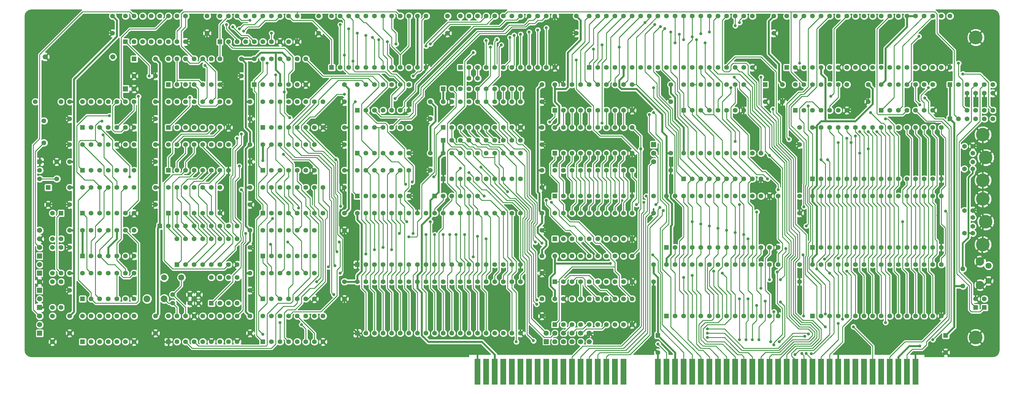
<source format=gbl>
G04 (created by PCBNEW-RS274X (2012-01-19 BZR 3256)-stable) date 9/26/2012 11:12:56 PM*
G01*
G70*
G90*
%MOIN*%
G04 Gerber Fmt 3.4, Leading zero omitted, Abs format*
%FSLAX34Y34*%
G04 APERTURE LIST*
%ADD10C,0.006000*%
%ADD11C,0.070000*%
%ADD12R,0.060000X0.060000*%
%ADD13C,0.060000*%
%ADD14R,0.055000X0.055000*%
%ADD15C,0.055000*%
%ADD16R,0.059000X0.059000*%
%ADD17C,0.059000*%
%ADD18R,0.070000X0.300000*%
%ADD19C,0.054000*%
%ADD20C,0.157500*%
%ADD21C,0.078700*%
%ADD22C,0.045000*%
%ADD23C,0.160000*%
%ADD24C,0.098400*%
%ADD25C,0.070900*%
%ADD26C,0.035000*%
%ADD27C,0.009900*%
%ADD28C,0.019900*%
%ADD29C,0.024900*%
%ADD30C,0.008000*%
%ADD31C,0.010000*%
G04 APERTURE END LIST*
G54D10*
G54D11*
X42500Y-61500D03*
X44500Y-61500D03*
G54D12*
X28000Y-65000D03*
G54D13*
X28000Y-64000D03*
G54D12*
X28000Y-68000D03*
G54D13*
X28000Y-67000D03*
X28000Y-66000D03*
G54D14*
X75000Y-45500D03*
G54D15*
X76000Y-45500D03*
X77000Y-45500D03*
X78000Y-45500D03*
X79000Y-45500D03*
X80000Y-45500D03*
X81000Y-45500D03*
X82000Y-45500D03*
X83000Y-45500D03*
X84000Y-45500D03*
G54D12*
X28000Y-61000D03*
G54D13*
X28000Y-60000D03*
G54D16*
X38000Y-39500D03*
G54D17*
X39000Y-39500D03*
G54D12*
X28000Y-63000D03*
G54D13*
X28000Y-62000D03*
G54D12*
X99500Y-46000D03*
G54D13*
X99500Y-47000D03*
X99500Y-48000D03*
G54D14*
X42000Y-55500D03*
G54D15*
X43000Y-55500D03*
X44000Y-55500D03*
X45000Y-55500D03*
X46000Y-55500D03*
X47000Y-55500D03*
X48000Y-55500D03*
X49000Y-55500D03*
X50000Y-55500D03*
X51000Y-55500D03*
G54D14*
X74000Y-52000D03*
G54D15*
X75000Y-52000D03*
X76000Y-52000D03*
X77000Y-52000D03*
X78000Y-52000D03*
X79000Y-52000D03*
G54D18*
X130000Y-72500D03*
X129000Y-72500D03*
X128000Y-72500D03*
X127000Y-72500D03*
X126000Y-72500D03*
X125000Y-72500D03*
X124000Y-72500D03*
X123000Y-72500D03*
X122000Y-72500D03*
X121000Y-72500D03*
X120000Y-72500D03*
X119000Y-72500D03*
X118000Y-72500D03*
X117000Y-72500D03*
X116000Y-72500D03*
X115000Y-72500D03*
X114000Y-72500D03*
X113000Y-72500D03*
X112000Y-72500D03*
X111000Y-72500D03*
X110000Y-72500D03*
X109000Y-72500D03*
X108000Y-72500D03*
X107000Y-72500D03*
X106000Y-72500D03*
X105000Y-72500D03*
X104000Y-72500D03*
X103000Y-72500D03*
X102000Y-72500D03*
X101000Y-72500D03*
X100000Y-72500D03*
X96000Y-72500D03*
X95000Y-72500D03*
X94000Y-72500D03*
X93000Y-72500D03*
X92000Y-72500D03*
X91000Y-72500D03*
X90000Y-72500D03*
X89000Y-72500D03*
X88000Y-72500D03*
X87000Y-72500D03*
X86000Y-72500D03*
X85000Y-72500D03*
X84000Y-72500D03*
X83000Y-72500D03*
X82000Y-72500D03*
X81000Y-72500D03*
X80000Y-72500D03*
X79000Y-72500D03*
G54D14*
X134000Y-43000D03*
G54D15*
X135000Y-43000D03*
X136000Y-43000D03*
X137000Y-43000D03*
X138000Y-43000D03*
X139000Y-43000D03*
G54D19*
X136650Y-48012D03*
X136650Y-46988D03*
X135669Y-46181D03*
X135669Y-48819D03*
X136650Y-48819D03*
X136650Y-46181D03*
G54D20*
X138150Y-47500D03*
X137831Y-44839D03*
X137831Y-50161D03*
G54D19*
X136650Y-55512D03*
X136650Y-54488D03*
X135669Y-53681D03*
X135669Y-56319D03*
X136650Y-56319D03*
X136650Y-53681D03*
G54D20*
X138150Y-55000D03*
X137831Y-52339D03*
X137831Y-57661D03*
G54D15*
X46500Y-63500D03*
G54D21*
X40500Y-64000D03*
X42500Y-64000D03*
G54D14*
X137000Y-65000D03*
G54D15*
X137000Y-64000D03*
G54D14*
X138000Y-65000D03*
G54D15*
X138000Y-64000D03*
G54D13*
X36512Y-35750D03*
X28638Y-35750D03*
G54D12*
X28000Y-59000D03*
G54D13*
X28000Y-58000D03*
X28000Y-57000D03*
X28000Y-56000D03*
G54D14*
X134000Y-39000D03*
G54D15*
X135000Y-39000D03*
X136000Y-39000D03*
X137000Y-39000D03*
X138000Y-39000D03*
X139000Y-39000D03*
G54D22*
X46500Y-64500D03*
G54D12*
X87000Y-69000D03*
G54D13*
X87000Y-68000D03*
X88000Y-69000D03*
X88000Y-68000D03*
X89000Y-69000D03*
X89000Y-68000D03*
X90000Y-69000D03*
X90000Y-68000D03*
X91000Y-69000D03*
X91000Y-68000D03*
X92000Y-69000D03*
X92000Y-68000D03*
G54D14*
X48000Y-64500D03*
G54D15*
X49000Y-64500D03*
X50000Y-64500D03*
X51000Y-64500D03*
X51000Y-61500D03*
X50000Y-61500D03*
X49000Y-61500D03*
X48000Y-61500D03*
G54D14*
X54000Y-69000D03*
G54D15*
X55000Y-69000D03*
X56000Y-69000D03*
X57000Y-69000D03*
X58000Y-69000D03*
X59000Y-69000D03*
X60000Y-69000D03*
X61000Y-69000D03*
X61000Y-66000D03*
X60000Y-66000D03*
X59000Y-66000D03*
X58000Y-66000D03*
X57000Y-66000D03*
X56000Y-66000D03*
X55000Y-66000D03*
X54000Y-66000D03*
G54D14*
X33000Y-59000D03*
G54D15*
X34000Y-59000D03*
X35000Y-59000D03*
X36000Y-59000D03*
X37000Y-59000D03*
X38000Y-59000D03*
X39000Y-59000D03*
X39000Y-56000D03*
X38000Y-56000D03*
X37000Y-56000D03*
X36000Y-56000D03*
X35000Y-56000D03*
X34000Y-56000D03*
X33000Y-56000D03*
G54D14*
X33000Y-64000D03*
G54D15*
X34000Y-64000D03*
X35000Y-64000D03*
X36000Y-64000D03*
X37000Y-64000D03*
X38000Y-64000D03*
X39000Y-64000D03*
X39000Y-61000D03*
X38000Y-61000D03*
X37000Y-61000D03*
X36000Y-61000D03*
X35000Y-61000D03*
X34000Y-61000D03*
X33000Y-61000D03*
G54D14*
X33000Y-54000D03*
G54D15*
X34000Y-54000D03*
X35000Y-54000D03*
X36000Y-54000D03*
X37000Y-54000D03*
X38000Y-54000D03*
X39000Y-54000D03*
X39000Y-51000D03*
X38000Y-51000D03*
X37000Y-51000D03*
X36000Y-51000D03*
X35000Y-51000D03*
X34000Y-51000D03*
X33000Y-51000D03*
G54D14*
X100000Y-68250D03*
G54D15*
X100000Y-70250D03*
G54D14*
X112500Y-39000D03*
G54D15*
X112500Y-41000D03*
G54D14*
X39000Y-36000D03*
G54D15*
X39000Y-38000D03*
X31500Y-51000D03*
X31500Y-53000D03*
X52500Y-46000D03*
X52500Y-48000D03*
X31500Y-41000D03*
X31500Y-43000D03*
X31500Y-66000D03*
X31500Y-68000D03*
X41500Y-66000D03*
X41500Y-68000D03*
X63500Y-54000D03*
X63500Y-56000D03*
X63500Y-62000D03*
X63500Y-64000D03*
X73500Y-47000D03*
X73500Y-49000D03*
X99500Y-60000D03*
X99500Y-62000D03*
X99500Y-52000D03*
X99500Y-54000D03*
X90500Y-31000D03*
X90500Y-33000D03*
X60500Y-31000D03*
X60500Y-33000D03*
X113500Y-31000D03*
X113500Y-33000D03*
X75500Y-31000D03*
X75500Y-33000D03*
X116500Y-60000D03*
X116500Y-62000D03*
X116500Y-52000D03*
X116500Y-54000D03*
X116500Y-44000D03*
X116500Y-46000D03*
X101500Y-39000D03*
X101500Y-41000D03*
X86500Y-44000D03*
X86500Y-46000D03*
X86500Y-59000D03*
X86500Y-61000D03*
X101500Y-47000D03*
X101500Y-49000D03*
X86500Y-49000D03*
X86500Y-51000D03*
X86500Y-39000D03*
X86500Y-41000D03*
X86500Y-54000D03*
X86500Y-56000D03*
X73500Y-41000D03*
X73500Y-43000D03*
X86500Y-64000D03*
X86500Y-66000D03*
X47500Y-31000D03*
X47500Y-33000D03*
X52500Y-51000D03*
X52500Y-53000D03*
X52500Y-66000D03*
X52500Y-68000D03*
X36500Y-31000D03*
X36500Y-33000D03*
X41500Y-41000D03*
X41500Y-43000D03*
X41500Y-46000D03*
X41500Y-48000D03*
X52500Y-41000D03*
X52500Y-43000D03*
X31500Y-48000D03*
X31500Y-46000D03*
X31500Y-56000D03*
X31500Y-58000D03*
X52500Y-61000D03*
X52500Y-63000D03*
X51500Y-36000D03*
X51500Y-38000D03*
X41500Y-36000D03*
X41500Y-38000D03*
X63500Y-39000D03*
X63500Y-41000D03*
X63500Y-49000D03*
X63500Y-51000D03*
X41500Y-51000D03*
X41500Y-53000D03*
X124500Y-39000D03*
X124500Y-41000D03*
X52500Y-56000D03*
X52500Y-58000D03*
X114500Y-39000D03*
X114500Y-41000D03*
X31500Y-61000D03*
X31500Y-63000D03*
X63500Y-44000D03*
X63500Y-46000D03*
G54D14*
X133500Y-68250D03*
G54D15*
X133500Y-70250D03*
G54D14*
X29000Y-51000D03*
G54D15*
X29000Y-53000D03*
X45500Y-63500D03*
X43500Y-63500D03*
X45500Y-64500D03*
X43500Y-64500D03*
X139000Y-42000D03*
X139000Y-40000D03*
X138000Y-42000D03*
X138000Y-40000D03*
X137000Y-42000D03*
X137000Y-40000D03*
X136000Y-42000D03*
X136000Y-40000D03*
X30000Y-50000D03*
X30000Y-48000D03*
X30500Y-57000D03*
G54D14*
X30500Y-54000D03*
G54D15*
X135500Y-62500D03*
X135500Y-60500D03*
G54D23*
X137000Y-33500D03*
X137000Y-68500D03*
G54D15*
X29500Y-58000D03*
X29500Y-61000D03*
X30500Y-58000D03*
X30500Y-61000D03*
X29500Y-66000D03*
X29500Y-69000D03*
X29500Y-62000D03*
X29500Y-65000D03*
X30500Y-62000D03*
X30500Y-65000D03*
X27500Y-41000D03*
X30500Y-41000D03*
X29500Y-57000D03*
X29500Y-54000D03*
G54D14*
X75000Y-39500D03*
G54D15*
X76000Y-39500D03*
X77000Y-39500D03*
X78000Y-39500D03*
X79000Y-39500D03*
X80000Y-39500D03*
X81000Y-39500D03*
X82000Y-39500D03*
X83000Y-39500D03*
X84000Y-39500D03*
G54D24*
X137500Y-62379D03*
X137500Y-59623D03*
G54D25*
X138484Y-61887D03*
X138484Y-60115D03*
G54D14*
X44000Y-60000D03*
G54D15*
X45000Y-60000D03*
X46000Y-60000D03*
X47000Y-60000D03*
X48000Y-60000D03*
X49000Y-60000D03*
X50000Y-60000D03*
X51000Y-60000D03*
X51000Y-57000D03*
X50000Y-57000D03*
X49000Y-57000D03*
X48000Y-57000D03*
X47000Y-57000D03*
X46000Y-57000D03*
X45000Y-57000D03*
X44000Y-57000D03*
G54D14*
X62000Y-37000D03*
G54D15*
X63000Y-37000D03*
X64000Y-37000D03*
X65000Y-37000D03*
X66000Y-37000D03*
X67000Y-37000D03*
X68000Y-37000D03*
X69000Y-37000D03*
X70000Y-37000D03*
X71000Y-37000D03*
X72000Y-37000D03*
X73000Y-37000D03*
X73000Y-31000D03*
X72000Y-31000D03*
X71000Y-31000D03*
X70000Y-31000D03*
X69000Y-31000D03*
X68000Y-31000D03*
X67000Y-31000D03*
X66000Y-31000D03*
X65000Y-31000D03*
X64000Y-31000D03*
X63000Y-31000D03*
X62000Y-31000D03*
G54D14*
X77000Y-37000D03*
G54D15*
X78000Y-37000D03*
X79000Y-37000D03*
X80000Y-37000D03*
X81000Y-37000D03*
X82000Y-37000D03*
X83000Y-37000D03*
X84000Y-37000D03*
X85000Y-37000D03*
X86000Y-37000D03*
X87000Y-37000D03*
X88000Y-37000D03*
X88000Y-31000D03*
X87000Y-31000D03*
X86000Y-31000D03*
X85000Y-31000D03*
X84000Y-31000D03*
X83000Y-31000D03*
X82000Y-31000D03*
X81000Y-31000D03*
X80000Y-31000D03*
X79000Y-31000D03*
X78000Y-31000D03*
X77000Y-31000D03*
G54D14*
X103000Y-42000D03*
G54D15*
X104000Y-42000D03*
X105000Y-42000D03*
X106000Y-42000D03*
X107000Y-42000D03*
X108000Y-42000D03*
X109000Y-42000D03*
X110000Y-42000D03*
X110000Y-39000D03*
X109000Y-39000D03*
X108000Y-39000D03*
X107000Y-39000D03*
X106000Y-39000D03*
X105000Y-39000D03*
X104000Y-39000D03*
X103000Y-39000D03*
G54D14*
X88000Y-47000D03*
G54D15*
X89000Y-47000D03*
X90000Y-47000D03*
X91000Y-47000D03*
X92000Y-47000D03*
X93000Y-47000D03*
X94000Y-47000D03*
X95000Y-47000D03*
X96000Y-47000D03*
X97000Y-47000D03*
X97000Y-44000D03*
X96000Y-44000D03*
X95000Y-44000D03*
X94000Y-44000D03*
X93000Y-44000D03*
X92000Y-44000D03*
X91000Y-44000D03*
X90000Y-44000D03*
X89000Y-44000D03*
X88000Y-44000D03*
G54D14*
X88000Y-62000D03*
G54D15*
X89000Y-62000D03*
X90000Y-62000D03*
X91000Y-62000D03*
X92000Y-62000D03*
X93000Y-62000D03*
X94000Y-62000D03*
X95000Y-62000D03*
X96000Y-62000D03*
X97000Y-62000D03*
X97000Y-59000D03*
X96000Y-59000D03*
X95000Y-59000D03*
X94000Y-59000D03*
X93000Y-59000D03*
X92000Y-59000D03*
X91000Y-59000D03*
X90000Y-59000D03*
X89000Y-59000D03*
X88000Y-59000D03*
G54D14*
X103000Y-50000D03*
G54D15*
X104000Y-50000D03*
X105000Y-50000D03*
X106000Y-50000D03*
X107000Y-50000D03*
X108000Y-50000D03*
X109000Y-50000D03*
X110000Y-50000D03*
X111000Y-50000D03*
X112000Y-50000D03*
X112000Y-47000D03*
X111000Y-47000D03*
X110000Y-47000D03*
X109000Y-47000D03*
X108000Y-47000D03*
X107000Y-47000D03*
X106000Y-47000D03*
X105000Y-47000D03*
X104000Y-47000D03*
X103000Y-47000D03*
G54D14*
X88000Y-52000D03*
G54D15*
X89000Y-52000D03*
X90000Y-52000D03*
X91000Y-52000D03*
X92000Y-52000D03*
X93000Y-52000D03*
X94000Y-52000D03*
X95000Y-52000D03*
X96000Y-52000D03*
X97000Y-52000D03*
X97000Y-49000D03*
X96000Y-49000D03*
X95000Y-49000D03*
X94000Y-49000D03*
X93000Y-49000D03*
X92000Y-49000D03*
X91000Y-49000D03*
X90000Y-49000D03*
X89000Y-49000D03*
X88000Y-49000D03*
G54D14*
X88000Y-42000D03*
G54D15*
X89000Y-42000D03*
X90000Y-42000D03*
X91000Y-42000D03*
X92000Y-42000D03*
X93000Y-42000D03*
X94000Y-42000D03*
X95000Y-42000D03*
X96000Y-42000D03*
X97000Y-42000D03*
X97000Y-39000D03*
X96000Y-39000D03*
X95000Y-39000D03*
X94000Y-39000D03*
X93000Y-39000D03*
X92000Y-39000D03*
X91000Y-39000D03*
X90000Y-39000D03*
X89000Y-39000D03*
X88000Y-39000D03*
G54D14*
X88000Y-57000D03*
G54D15*
X89000Y-57000D03*
X90000Y-57000D03*
X91000Y-57000D03*
X92000Y-57000D03*
X93000Y-57000D03*
X94000Y-57000D03*
X95000Y-57000D03*
X96000Y-57000D03*
X97000Y-57000D03*
X97000Y-54000D03*
X96000Y-54000D03*
X95000Y-54000D03*
X94000Y-54000D03*
X93000Y-54000D03*
X92000Y-54000D03*
X91000Y-54000D03*
X90000Y-54000D03*
X89000Y-54000D03*
X88000Y-54000D03*
G54D14*
X75000Y-44000D03*
G54D15*
X76000Y-44000D03*
X77000Y-44000D03*
X78000Y-44000D03*
X79000Y-44000D03*
X80000Y-44000D03*
X81000Y-44000D03*
X82000Y-44000D03*
X83000Y-44000D03*
X84000Y-44000D03*
X84000Y-41000D03*
X83000Y-41000D03*
X82000Y-41000D03*
X81000Y-41000D03*
X80000Y-41000D03*
X79000Y-41000D03*
X78000Y-41000D03*
X77000Y-41000D03*
X76000Y-41000D03*
X75000Y-41000D03*
G54D14*
X88000Y-67000D03*
G54D15*
X89000Y-67000D03*
X90000Y-67000D03*
X91000Y-67000D03*
X92000Y-67000D03*
X93000Y-67000D03*
X94000Y-67000D03*
X95000Y-67000D03*
X96000Y-67000D03*
X97000Y-67000D03*
X97000Y-64000D03*
X96000Y-64000D03*
X95000Y-64000D03*
X94000Y-64000D03*
X93000Y-64000D03*
X92000Y-64000D03*
X91000Y-64000D03*
X90000Y-64000D03*
X89000Y-64000D03*
X88000Y-64000D03*
G54D14*
X49000Y-34000D03*
G54D15*
X50000Y-34000D03*
X51000Y-34000D03*
X52000Y-34000D03*
X53000Y-34000D03*
X54000Y-34000D03*
X55000Y-34000D03*
X56000Y-34000D03*
X57000Y-34000D03*
X58000Y-34000D03*
X58000Y-31000D03*
X57000Y-31000D03*
X56000Y-31000D03*
X55000Y-31000D03*
X54000Y-31000D03*
X53000Y-31000D03*
X52000Y-31000D03*
X51000Y-31000D03*
X50000Y-31000D03*
X49000Y-31000D03*
G54D14*
X54000Y-54000D03*
G54D15*
X55000Y-54000D03*
X56000Y-54000D03*
X57000Y-54000D03*
X58000Y-54000D03*
X59000Y-54000D03*
X60000Y-54000D03*
X61000Y-54000D03*
X61000Y-51000D03*
X60000Y-51000D03*
X59000Y-51000D03*
X58000Y-51000D03*
X57000Y-51000D03*
X56000Y-51000D03*
X55000Y-51000D03*
X54000Y-51000D03*
G54D14*
X38000Y-34000D03*
G54D15*
X39000Y-34000D03*
X40000Y-34000D03*
X41000Y-34000D03*
X42000Y-34000D03*
X43000Y-34000D03*
X44000Y-34000D03*
X45000Y-34000D03*
X45000Y-31000D03*
X44000Y-31000D03*
X43000Y-31000D03*
X42000Y-31000D03*
X41000Y-31000D03*
X40000Y-31000D03*
X39000Y-31000D03*
X38000Y-31000D03*
G54D14*
X43000Y-44000D03*
G54D15*
X44000Y-44000D03*
X45000Y-44000D03*
X46000Y-44000D03*
X47000Y-44000D03*
X48000Y-44000D03*
X49000Y-44000D03*
X50000Y-44000D03*
X50000Y-41000D03*
X49000Y-41000D03*
X48000Y-41000D03*
X47000Y-41000D03*
X46000Y-41000D03*
X45000Y-41000D03*
X44000Y-41000D03*
X43000Y-41000D03*
G54D14*
X43000Y-49000D03*
G54D15*
X44000Y-49000D03*
X45000Y-49000D03*
X46000Y-49000D03*
X47000Y-49000D03*
X48000Y-49000D03*
X49000Y-49000D03*
X50000Y-49000D03*
X50000Y-46000D03*
X49000Y-46000D03*
X48000Y-46000D03*
X47000Y-46000D03*
X46000Y-46000D03*
X45000Y-46000D03*
X44000Y-46000D03*
X43000Y-46000D03*
G54D14*
X54000Y-44000D03*
G54D15*
X55000Y-44000D03*
X56000Y-44000D03*
X57000Y-44000D03*
X58000Y-44000D03*
X59000Y-44000D03*
X60000Y-44000D03*
X61000Y-44000D03*
X61000Y-41000D03*
X60000Y-41000D03*
X59000Y-41000D03*
X58000Y-41000D03*
X57000Y-41000D03*
X56000Y-41000D03*
X55000Y-41000D03*
X54000Y-41000D03*
G54D14*
X33000Y-49000D03*
G54D15*
X34000Y-49000D03*
X35000Y-49000D03*
X36000Y-49000D03*
X37000Y-49000D03*
X38000Y-49000D03*
X39000Y-49000D03*
X39000Y-46000D03*
X38000Y-46000D03*
X37000Y-46000D03*
X36000Y-46000D03*
X35000Y-46000D03*
X34000Y-46000D03*
X33000Y-46000D03*
G54D14*
X54000Y-64000D03*
G54D15*
X55000Y-64000D03*
X56000Y-64000D03*
X57000Y-64000D03*
X58000Y-64000D03*
X59000Y-64000D03*
X60000Y-64000D03*
X60000Y-61000D03*
X59000Y-61000D03*
X58000Y-61000D03*
X57000Y-61000D03*
X56000Y-61000D03*
X55000Y-61000D03*
X54000Y-61000D03*
G54D14*
X53000Y-39000D03*
G54D15*
X54000Y-39000D03*
X55000Y-39000D03*
X56000Y-39000D03*
X57000Y-39000D03*
X58000Y-39000D03*
X59000Y-39000D03*
X59000Y-36000D03*
X58000Y-36000D03*
X57000Y-36000D03*
X56000Y-36000D03*
X55000Y-36000D03*
X54000Y-36000D03*
X53000Y-36000D03*
G54D14*
X43000Y-39000D03*
G54D15*
X44000Y-39000D03*
X45000Y-39000D03*
X46000Y-39000D03*
X47000Y-39000D03*
X48000Y-39000D03*
X49000Y-39000D03*
X49000Y-36000D03*
X48000Y-36000D03*
X47000Y-36000D03*
X46000Y-36000D03*
X45000Y-36000D03*
X44000Y-36000D03*
X43000Y-36000D03*
G54D14*
X65000Y-42000D03*
G54D15*
X66000Y-42000D03*
X67000Y-42000D03*
X68000Y-42000D03*
X69000Y-42000D03*
X70000Y-42000D03*
X71000Y-42000D03*
X71000Y-39000D03*
X70000Y-39000D03*
X69000Y-39000D03*
X68000Y-39000D03*
X67000Y-39000D03*
X66000Y-39000D03*
X65000Y-39000D03*
G54D14*
X65000Y-52000D03*
G54D15*
X66000Y-52000D03*
X67000Y-52000D03*
X68000Y-52000D03*
X69000Y-52000D03*
X70000Y-52000D03*
X71000Y-52000D03*
X71000Y-49000D03*
X70000Y-49000D03*
X69000Y-49000D03*
X68000Y-49000D03*
X67000Y-49000D03*
X66000Y-49000D03*
X65000Y-49000D03*
G54D14*
X43000Y-54000D03*
G54D15*
X44000Y-54000D03*
X45000Y-54000D03*
X46000Y-54000D03*
X47000Y-54000D03*
X48000Y-54000D03*
X49000Y-54000D03*
X49000Y-51000D03*
X48000Y-51000D03*
X47000Y-51000D03*
X46000Y-51000D03*
X45000Y-51000D03*
X44000Y-51000D03*
X43000Y-51000D03*
G54D14*
X126000Y-42000D03*
G54D15*
X127000Y-42000D03*
X128000Y-42000D03*
X129000Y-42000D03*
X130000Y-42000D03*
X131000Y-42000D03*
X132000Y-42000D03*
X132000Y-39000D03*
X131000Y-39000D03*
X130000Y-39000D03*
X129000Y-39000D03*
X128000Y-39000D03*
X127000Y-39000D03*
X126000Y-39000D03*
G54D14*
X54000Y-59000D03*
G54D15*
X55000Y-59000D03*
X56000Y-59000D03*
X57000Y-59000D03*
X58000Y-59000D03*
X59000Y-59000D03*
X60000Y-59000D03*
X60000Y-56000D03*
X59000Y-56000D03*
X58000Y-56000D03*
X57000Y-56000D03*
X56000Y-56000D03*
X55000Y-56000D03*
X54000Y-56000D03*
G54D14*
X116000Y-42000D03*
G54D15*
X117000Y-42000D03*
X118000Y-42000D03*
X119000Y-42000D03*
X120000Y-42000D03*
X121000Y-42000D03*
X122000Y-42000D03*
X122000Y-39000D03*
X121000Y-39000D03*
X120000Y-39000D03*
X119000Y-39000D03*
X118000Y-39000D03*
X117000Y-39000D03*
X116000Y-39000D03*
G54D14*
X65000Y-47000D03*
G54D15*
X66000Y-47000D03*
X67000Y-47000D03*
X68000Y-47000D03*
X69000Y-47000D03*
X70000Y-47000D03*
X71000Y-47000D03*
X71000Y-44000D03*
X70000Y-44000D03*
X69000Y-44000D03*
X68000Y-44000D03*
X67000Y-44000D03*
X66000Y-44000D03*
X65000Y-44000D03*
G54D14*
X54000Y-49000D03*
G54D15*
X55000Y-49000D03*
X56000Y-49000D03*
X57000Y-49000D03*
X58000Y-49000D03*
X59000Y-49000D03*
X60000Y-49000D03*
X60000Y-46000D03*
X59000Y-46000D03*
X58000Y-46000D03*
X57000Y-46000D03*
X56000Y-46000D03*
X55000Y-46000D03*
X54000Y-46000D03*
G54D14*
X33000Y-44000D03*
G54D15*
X34000Y-44000D03*
X35000Y-44000D03*
X36000Y-44000D03*
X37000Y-44000D03*
X38000Y-44000D03*
X39000Y-44000D03*
X39000Y-41000D03*
X38000Y-41000D03*
X37000Y-41000D03*
X36000Y-41000D03*
X35000Y-41000D03*
X34000Y-41000D03*
X33000Y-41000D03*
G54D14*
X33000Y-69000D03*
G54D15*
X34000Y-69000D03*
X35000Y-69000D03*
X36000Y-69000D03*
X37000Y-69000D03*
X38000Y-69000D03*
X39000Y-69000D03*
X39000Y-66000D03*
X38000Y-66000D03*
X37000Y-66000D03*
X36000Y-66000D03*
X35000Y-66000D03*
X34000Y-66000D03*
X33000Y-66000D03*
X79000Y-38250D03*
X78000Y-38250D03*
G54D14*
X28000Y-48000D03*
G54D15*
X28000Y-49000D03*
X28000Y-50000D03*
X28500Y-43220D03*
X28500Y-45780D03*
G54D14*
X43000Y-69000D03*
G54D15*
X44000Y-69000D03*
X45000Y-69000D03*
X46000Y-69000D03*
X47000Y-69000D03*
X48000Y-69000D03*
X49000Y-69000D03*
X50000Y-69000D03*
X51000Y-69000D03*
X51000Y-66000D03*
X50000Y-66000D03*
X49000Y-66000D03*
X48000Y-66000D03*
X47000Y-66000D03*
X46000Y-66000D03*
X45000Y-66000D03*
X44000Y-66000D03*
X43000Y-66000D03*
G54D14*
X65000Y-60000D03*
G54D15*
X66000Y-60000D03*
X67000Y-60000D03*
X68000Y-60000D03*
X69000Y-60000D03*
X70000Y-60000D03*
X71000Y-60000D03*
X72000Y-60000D03*
X73000Y-60000D03*
X74000Y-60000D03*
X75000Y-60000D03*
X76000Y-60000D03*
X77000Y-60000D03*
X78000Y-60000D03*
X79000Y-60000D03*
X80000Y-60000D03*
X81000Y-60000D03*
X82000Y-60000D03*
X83000Y-60000D03*
X84000Y-60000D03*
X84000Y-54000D03*
X83000Y-54000D03*
X82000Y-54000D03*
X81000Y-54000D03*
X80000Y-54000D03*
X79000Y-54000D03*
X78000Y-54000D03*
X77000Y-54000D03*
X76000Y-54000D03*
X75000Y-54000D03*
X74000Y-54000D03*
X73000Y-54000D03*
X72000Y-54000D03*
X71000Y-54000D03*
X70000Y-54000D03*
X69000Y-54000D03*
X68000Y-54000D03*
X67000Y-54000D03*
X66000Y-54000D03*
X65000Y-54000D03*
G54D14*
X65000Y-68000D03*
G54D15*
X66000Y-68000D03*
X67000Y-68000D03*
X68000Y-68000D03*
X69000Y-68000D03*
X70000Y-68000D03*
X71000Y-68000D03*
X72000Y-68000D03*
X73000Y-68000D03*
X74000Y-68000D03*
X75000Y-68000D03*
X76000Y-68000D03*
X77000Y-68000D03*
X78000Y-68000D03*
X79000Y-68000D03*
X80000Y-68000D03*
X81000Y-68000D03*
X82000Y-68000D03*
X83000Y-68000D03*
X84000Y-68000D03*
X84000Y-62000D03*
X83000Y-62000D03*
X82000Y-62000D03*
X81000Y-62000D03*
X80000Y-62000D03*
X79000Y-62000D03*
X78000Y-62000D03*
X77000Y-62000D03*
X76000Y-62000D03*
X75000Y-62000D03*
X74000Y-62000D03*
X73000Y-62000D03*
X72000Y-62000D03*
X71000Y-62000D03*
X70000Y-62000D03*
X69000Y-62000D03*
X68000Y-62000D03*
X67000Y-62000D03*
X66000Y-62000D03*
X65000Y-62000D03*
G54D14*
X75000Y-50000D03*
G54D15*
X76000Y-50000D03*
X77000Y-50000D03*
X78000Y-50000D03*
X79000Y-50000D03*
X80000Y-50000D03*
X81000Y-50000D03*
X82000Y-50000D03*
X83000Y-50000D03*
X84000Y-50000D03*
X84000Y-47000D03*
X83000Y-47000D03*
X82000Y-47000D03*
X81000Y-47000D03*
X80000Y-47000D03*
X79000Y-47000D03*
X78000Y-47000D03*
X77000Y-47000D03*
X76000Y-47000D03*
X75000Y-47000D03*
G54D14*
X101000Y-66000D03*
G54D15*
X102000Y-66000D03*
X103000Y-66000D03*
X104000Y-66000D03*
X105000Y-66000D03*
X106000Y-66000D03*
X107000Y-66000D03*
X108000Y-66000D03*
X109000Y-66000D03*
X110000Y-66000D03*
X111000Y-66000D03*
X112000Y-66000D03*
X113000Y-66000D03*
X114000Y-66000D03*
X114000Y-60000D03*
X113000Y-60000D03*
X112000Y-60000D03*
X111000Y-60000D03*
X110000Y-60000D03*
X109000Y-60000D03*
X108000Y-60000D03*
X107000Y-60000D03*
X106000Y-60000D03*
X105000Y-60000D03*
X104000Y-60000D03*
X103000Y-60000D03*
X102000Y-60000D03*
X101000Y-60000D03*
G54D14*
X101000Y-58000D03*
G54D15*
X102000Y-58000D03*
X103000Y-58000D03*
X104000Y-58000D03*
X105000Y-58000D03*
X106000Y-58000D03*
X107000Y-58000D03*
X108000Y-58000D03*
X109000Y-58000D03*
X110000Y-58000D03*
X111000Y-58000D03*
X112000Y-58000D03*
X113000Y-58000D03*
X114000Y-58000D03*
X114000Y-52000D03*
X113000Y-52000D03*
X112000Y-52000D03*
X111000Y-52000D03*
X110000Y-52000D03*
X109000Y-52000D03*
X108000Y-52000D03*
X107000Y-52000D03*
X106000Y-52000D03*
X105000Y-52000D03*
X104000Y-52000D03*
X103000Y-52000D03*
X102000Y-52000D03*
X101000Y-52000D03*
G54D14*
X92000Y-37000D03*
G54D15*
X93000Y-37000D03*
X94000Y-37000D03*
X95000Y-37000D03*
X96000Y-37000D03*
X97000Y-37000D03*
X98000Y-37000D03*
X99000Y-37000D03*
X100000Y-37000D03*
X101000Y-37000D03*
X102000Y-37000D03*
X103000Y-37000D03*
X104000Y-37000D03*
X105000Y-37000D03*
X106000Y-37000D03*
X107000Y-37000D03*
X108000Y-37000D03*
X109000Y-37000D03*
X110000Y-37000D03*
X111000Y-37000D03*
X111000Y-31000D03*
X110000Y-31000D03*
X109000Y-31000D03*
X108000Y-31000D03*
X107000Y-31000D03*
X106000Y-31000D03*
X105000Y-31000D03*
X104000Y-31000D03*
X103000Y-31000D03*
X102000Y-31000D03*
X101000Y-31000D03*
X100000Y-31000D03*
X99000Y-31000D03*
X98000Y-31000D03*
X97000Y-31000D03*
X96000Y-31000D03*
X95000Y-31000D03*
X94000Y-31000D03*
X93000Y-31000D03*
X92000Y-31000D03*
G54D14*
X115000Y-37000D03*
G54D15*
X116000Y-37000D03*
X117000Y-37000D03*
X118000Y-37000D03*
X119000Y-37000D03*
X120000Y-37000D03*
X121000Y-37000D03*
X122000Y-37000D03*
X123000Y-37000D03*
X124000Y-37000D03*
X125000Y-37000D03*
X126000Y-37000D03*
X127000Y-37000D03*
X128000Y-37000D03*
X129000Y-37000D03*
X130000Y-37000D03*
X131000Y-37000D03*
X132000Y-37000D03*
X133000Y-37000D03*
X134000Y-37000D03*
X134000Y-31000D03*
X133000Y-31000D03*
X132000Y-31000D03*
X131000Y-31000D03*
X130000Y-31000D03*
X129000Y-31000D03*
X128000Y-31000D03*
X127000Y-31000D03*
X126000Y-31000D03*
X125000Y-31000D03*
X124000Y-31000D03*
X123000Y-31000D03*
X122000Y-31000D03*
X121000Y-31000D03*
X120000Y-31000D03*
X119000Y-31000D03*
X118000Y-31000D03*
X117000Y-31000D03*
X116000Y-31000D03*
X115000Y-31000D03*
G54D14*
X118000Y-50000D03*
G54D15*
X119000Y-50000D03*
X120000Y-50000D03*
X121000Y-50000D03*
X122000Y-50000D03*
X123000Y-50000D03*
X124000Y-50000D03*
X125000Y-50000D03*
X126000Y-50000D03*
X127000Y-50000D03*
X128000Y-50000D03*
X129000Y-50000D03*
X130000Y-50000D03*
X131000Y-50000D03*
X132000Y-50000D03*
X133000Y-50000D03*
X133000Y-44000D03*
X132000Y-44000D03*
X131000Y-44000D03*
X130000Y-44000D03*
X129000Y-44000D03*
X128000Y-44000D03*
X127000Y-44000D03*
X126000Y-44000D03*
X125000Y-44000D03*
X124000Y-44000D03*
X123000Y-44000D03*
X122000Y-44000D03*
X121000Y-44000D03*
X120000Y-44000D03*
X119000Y-44000D03*
X118000Y-44000D03*
G54D14*
X118000Y-58000D03*
G54D15*
X119000Y-58000D03*
X120000Y-58000D03*
X121000Y-58000D03*
X122000Y-58000D03*
X123000Y-58000D03*
X124000Y-58000D03*
X125000Y-58000D03*
X126000Y-58000D03*
X127000Y-58000D03*
X128000Y-58000D03*
X129000Y-58000D03*
X130000Y-58000D03*
X131000Y-58000D03*
X132000Y-58000D03*
X133000Y-58000D03*
X133000Y-52000D03*
X132000Y-52000D03*
X131000Y-52000D03*
X130000Y-52000D03*
X129000Y-52000D03*
X128000Y-52000D03*
X127000Y-52000D03*
X126000Y-52000D03*
X125000Y-52000D03*
X124000Y-52000D03*
X123000Y-52000D03*
X122000Y-52000D03*
X121000Y-52000D03*
X120000Y-52000D03*
X119000Y-52000D03*
X118000Y-52000D03*
G54D14*
X118000Y-66000D03*
G54D15*
X119000Y-66000D03*
X120000Y-66000D03*
X121000Y-66000D03*
X122000Y-66000D03*
X123000Y-66000D03*
X124000Y-66000D03*
X125000Y-66000D03*
X126000Y-66000D03*
X127000Y-66000D03*
X128000Y-66000D03*
X129000Y-66000D03*
X130000Y-66000D03*
X131000Y-66000D03*
X132000Y-66000D03*
X133000Y-66000D03*
X133000Y-60000D03*
X132000Y-60000D03*
X131000Y-60000D03*
X130000Y-60000D03*
X129000Y-60000D03*
X128000Y-60000D03*
X127000Y-60000D03*
X126000Y-60000D03*
X125000Y-60000D03*
X124000Y-60000D03*
X123000Y-60000D03*
X122000Y-60000D03*
X121000Y-60000D03*
X120000Y-60000D03*
X119000Y-60000D03*
X118000Y-60000D03*
G54D26*
X126500Y-43000D03*
X111500Y-64750D03*
X111000Y-68750D03*
X111750Y-68750D03*
X112500Y-64250D03*
X121000Y-45750D03*
X122500Y-45750D03*
X116950Y-66000D03*
X116875Y-58875D03*
X121500Y-66375D03*
X119750Y-47750D03*
X119375Y-59375D03*
X115950Y-70500D03*
X118500Y-60500D03*
X87575Y-52725D03*
X119000Y-47750D03*
X112750Y-50000D03*
X87000Y-52500D03*
X114875Y-58125D03*
X113500Y-69375D03*
X113875Y-60875D03*
X69000Y-58250D03*
X120000Y-61000D03*
X114000Y-51250D03*
X117850Y-70400D03*
X119500Y-65750D03*
X117500Y-41500D03*
X68000Y-58000D03*
X113000Y-47250D03*
X114250Y-61750D03*
X67000Y-58250D03*
X124750Y-42250D03*
X125500Y-44500D03*
X124500Y-44500D03*
X123500Y-44500D03*
X123000Y-45000D03*
X122000Y-45250D03*
X63000Y-61000D03*
X109500Y-68750D03*
X123500Y-47000D03*
X109500Y-64000D03*
X110250Y-68750D03*
X110500Y-64000D03*
X62375Y-60125D03*
X124500Y-46500D03*
X80000Y-57000D03*
X79000Y-56700D03*
X77500Y-56500D03*
X76500Y-56500D03*
X75750Y-56500D03*
X75000Y-56500D03*
X74000Y-56500D03*
X73000Y-56500D03*
X108875Y-38125D03*
X105750Y-68000D03*
X117075Y-68375D03*
X98000Y-46500D03*
X99375Y-58875D03*
X135000Y-36500D03*
X105750Y-68500D03*
X61625Y-60250D03*
X54000Y-68125D03*
X78000Y-49250D03*
X120125Y-40375D03*
X51000Y-45250D03*
X39500Y-40375D03*
X60250Y-62000D03*
X119500Y-67250D03*
X122750Y-67250D03*
X112000Y-38125D03*
X55500Y-37875D03*
X55125Y-54625D03*
X64750Y-41000D03*
X112000Y-62750D03*
X117525Y-68100D03*
X105750Y-67500D03*
X56875Y-57375D03*
X111500Y-53850D03*
X90500Y-36125D03*
X97500Y-53000D03*
X110500Y-57000D03*
X117250Y-55500D03*
X100625Y-53700D03*
X100225Y-53325D03*
X99750Y-53000D03*
X115250Y-45375D03*
X73500Y-55000D03*
X98350Y-52725D03*
X98625Y-52000D03*
X103000Y-61500D03*
X104000Y-61250D03*
X106500Y-60750D03*
X107500Y-61000D03*
X117000Y-53250D03*
X133500Y-53750D03*
X130500Y-41375D03*
X135500Y-37750D03*
X66000Y-58750D03*
X100000Y-69250D03*
X35250Y-43250D03*
X71500Y-38000D03*
X69500Y-34250D03*
X78500Y-59100D03*
X113000Y-61750D03*
X62875Y-57375D03*
X71000Y-56750D03*
X63500Y-40125D03*
X83500Y-69000D03*
X52000Y-56375D03*
X78500Y-35250D03*
X56375Y-47125D03*
X69875Y-56375D03*
X99000Y-42500D03*
X35375Y-44875D03*
X51250Y-32500D03*
X73500Y-34250D03*
X98475Y-31775D03*
X95500Y-34625D03*
X102000Y-34125D03*
X80000Y-33875D03*
X105500Y-34125D03*
X68500Y-34000D03*
X103000Y-33750D03*
X67500Y-33750D03*
X104500Y-33750D03*
X55000Y-33000D03*
X81250Y-33750D03*
X110000Y-56500D03*
X109000Y-56250D03*
X104000Y-33425D03*
X82750Y-33500D03*
X50500Y-32250D03*
X66750Y-33500D03*
X66000Y-33250D03*
X49750Y-32000D03*
X108000Y-56000D03*
X102500Y-33125D03*
X83250Y-33250D03*
X105000Y-33075D03*
X107000Y-55750D03*
X84000Y-33125D03*
X101500Y-32875D03*
X106000Y-32875D03*
X65000Y-33000D03*
X52500Y-31500D03*
X106000Y-55500D03*
X100800Y-32450D03*
X109000Y-32125D03*
X64000Y-32500D03*
X85000Y-32875D03*
X63000Y-32000D03*
X100275Y-32225D03*
X109500Y-31750D03*
X86000Y-32625D03*
X105000Y-55250D03*
X87000Y-32375D03*
X104000Y-55000D03*
X99625Y-32000D03*
X38500Y-49750D03*
X51250Y-48500D03*
X45500Y-40500D03*
X87375Y-43375D03*
X63050Y-53200D03*
X62500Y-47750D03*
X54875Y-57625D03*
X99500Y-42250D03*
X113375Y-41875D03*
X99500Y-39375D03*
X73900Y-49750D03*
X82500Y-51500D03*
X51500Y-44750D03*
X131050Y-40550D03*
X132000Y-68750D03*
X116750Y-70375D03*
X113125Y-69000D03*
X85875Y-64625D03*
X113500Y-65500D03*
X114125Y-69000D03*
X114250Y-64375D03*
X85875Y-64125D03*
X117250Y-70375D03*
X47250Y-36750D03*
X126500Y-66750D03*
X121000Y-66875D03*
X122000Y-60750D03*
X121000Y-59250D03*
X56500Y-39875D03*
X57125Y-42875D03*
X62250Y-63500D03*
X62625Y-58500D03*
X69375Y-40625D03*
X40750Y-38000D03*
X128500Y-55000D03*
X71500Y-56350D03*
X77000Y-48750D03*
X93500Y-43500D03*
X64500Y-36250D03*
X92500Y-34875D03*
X54500Y-36500D03*
X80500Y-34625D03*
X85725Y-57375D03*
X93500Y-34350D03*
X71375Y-50375D03*
X81750Y-34375D03*
X63500Y-35550D03*
X86500Y-57500D03*
X124000Y-32100D03*
X112400Y-32600D03*
X113100Y-36250D03*
X58750Y-50250D03*
X96750Y-40000D03*
X128000Y-32100D03*
X40250Y-33000D03*
X119000Y-36350D03*
X119950Y-32100D03*
X82500Y-53150D03*
X38500Y-33000D03*
X70325Y-40375D03*
X71775Y-40250D03*
X72200Y-42125D03*
X113500Y-62250D03*
X132600Y-54250D03*
X79750Y-70000D03*
X81250Y-70000D03*
X131200Y-33350D03*
X52500Y-60000D03*
X113000Y-54000D03*
X112000Y-36250D03*
X129500Y-41000D03*
X114500Y-36250D03*
X73250Y-39500D03*
X73250Y-38000D03*
X110000Y-40750D03*
X34500Y-40125D03*
X37000Y-40125D03*
X33000Y-40125D03*
X98625Y-47000D03*
X63500Y-64875D03*
X84000Y-64125D03*
X84000Y-64875D03*
X51250Y-42500D03*
X123000Y-60750D03*
X102500Y-54250D03*
X130375Y-33375D03*
X131500Y-39375D03*
X108500Y-39375D03*
X109000Y-45625D03*
X79375Y-48625D03*
X85500Y-68875D03*
X70625Y-50625D03*
X73000Y-34500D03*
X51500Y-51250D03*
X58150Y-53400D03*
X70750Y-55000D03*
X51750Y-32750D03*
X109500Y-53000D03*
X79750Y-52000D03*
X116500Y-36500D03*
X36125Y-42625D03*
X58500Y-67000D03*
X56000Y-66750D03*
X130500Y-69500D03*
X54000Y-47875D03*
X94450Y-59850D03*
G54D27*
X96000Y-42000D02*
X96000Y-44000D01*
X128500Y-59250D02*
X129000Y-58750D01*
X128500Y-51500D02*
X128500Y-51250D01*
X128500Y-59500D02*
X128500Y-60500D01*
X128500Y-59500D02*
X128500Y-59250D01*
X129000Y-58000D02*
X129000Y-53250D01*
X128500Y-51250D02*
X129000Y-50750D01*
X128500Y-60500D02*
X129000Y-61000D01*
X128500Y-52500D02*
X128500Y-52750D01*
X128500Y-52750D02*
X129000Y-53250D01*
X128500Y-52500D02*
X128500Y-51500D01*
X129000Y-61250D02*
X129000Y-66000D01*
X129000Y-50750D02*
X129000Y-50000D01*
X129000Y-58000D02*
X129000Y-58750D01*
X129000Y-61000D02*
X129000Y-61250D01*
X128000Y-50750D02*
X128000Y-50000D01*
X127500Y-52500D02*
X127500Y-52750D01*
X127500Y-60500D02*
X127500Y-60750D01*
X127500Y-52500D02*
X127500Y-51500D01*
X126750Y-43000D02*
X126500Y-43000D01*
X95000Y-42000D02*
X95000Y-44000D01*
X127500Y-51250D02*
X128000Y-50750D01*
X127500Y-43750D02*
X126750Y-43000D01*
X127500Y-60500D02*
X127500Y-59500D01*
X127500Y-59250D02*
X128000Y-58750D01*
X128000Y-45250D02*
X128000Y-50000D01*
X128000Y-61500D02*
X128000Y-61250D01*
X127500Y-60750D02*
X128000Y-61250D01*
X127500Y-52750D02*
X128000Y-53250D01*
X127500Y-43750D02*
X127500Y-44500D01*
X128000Y-45000D02*
X128000Y-45250D01*
X127500Y-44500D02*
X128000Y-45000D01*
X127500Y-59500D02*
X127500Y-59250D01*
X128000Y-66000D02*
X128000Y-61500D01*
X127500Y-51500D02*
X127500Y-51250D01*
X128000Y-58000D02*
X128000Y-53250D01*
X128000Y-58750D02*
X128000Y-58000D01*
X127000Y-52000D02*
X127000Y-51500D01*
X127000Y-52750D02*
X127500Y-53250D01*
X127000Y-44500D02*
X127000Y-44000D01*
X111000Y-68500D02*
X111000Y-67000D01*
X127000Y-51250D02*
X127500Y-50750D01*
X127000Y-59500D02*
X127000Y-60000D01*
X127500Y-45500D02*
X127500Y-45250D01*
X111000Y-67000D02*
X111500Y-66500D01*
X127000Y-59500D02*
X127000Y-59250D01*
X127000Y-59250D02*
X127500Y-58750D01*
X127500Y-46000D02*
X127500Y-45750D01*
X127500Y-45750D02*
X127500Y-45500D01*
X111500Y-66340D02*
X111500Y-64750D01*
X127500Y-53250D02*
X127500Y-58750D01*
X127000Y-51500D02*
X127000Y-51250D01*
X111000Y-68500D02*
X111000Y-68750D01*
X111500Y-66500D02*
X111500Y-66340D01*
X127500Y-50750D02*
X127500Y-46750D01*
X127000Y-52000D02*
X127000Y-52500D01*
X127000Y-52500D02*
X127000Y-52750D01*
X127500Y-46750D02*
X127500Y-46000D01*
X127500Y-45000D02*
X127000Y-44500D01*
X127500Y-45250D02*
X127500Y-45000D01*
X112500Y-66500D02*
X112500Y-64250D01*
X125000Y-51250D02*
X125500Y-50750D01*
X125000Y-59500D02*
X125000Y-59250D01*
X125500Y-45500D02*
X125500Y-45000D01*
X125500Y-47250D02*
X125500Y-46750D01*
X111750Y-68500D02*
X111750Y-67250D01*
X125500Y-53250D02*
X125500Y-58750D01*
X125000Y-52000D02*
X125000Y-51500D01*
X125000Y-52500D02*
X125000Y-52750D01*
X125000Y-44500D02*
X125000Y-44000D01*
X125000Y-51500D02*
X125000Y-51250D01*
X111750Y-67250D02*
X112500Y-66500D01*
X125500Y-45000D02*
X125000Y-44500D01*
X125000Y-59250D02*
X125500Y-58750D01*
X125000Y-52000D02*
X125000Y-52500D01*
X125500Y-46750D02*
X125500Y-45500D01*
X125000Y-52750D02*
X125500Y-53250D01*
X125000Y-59500D02*
X125000Y-60000D01*
X111750Y-68500D02*
X111750Y-68750D01*
X125500Y-50750D02*
X125500Y-48250D01*
X125500Y-48250D02*
X125500Y-47250D01*
X121000Y-47250D02*
X121000Y-46000D01*
X121000Y-48250D02*
X121000Y-48500D01*
X121000Y-48500D02*
X121000Y-48750D01*
X121000Y-66000D02*
X121000Y-61250D01*
X120500Y-60750D02*
X121000Y-61250D01*
X120500Y-59500D02*
X120500Y-59250D01*
X120500Y-51500D02*
X120500Y-51250D01*
X120500Y-52500D02*
X120500Y-51500D01*
X121000Y-47250D02*
X121000Y-47500D01*
X121000Y-58750D02*
X121000Y-58000D01*
X121000Y-46000D02*
X121000Y-45750D01*
X121000Y-48750D02*
X121000Y-50000D01*
X121000Y-50750D02*
X121000Y-50000D01*
X120500Y-59250D02*
X121000Y-58750D01*
X120500Y-60500D02*
X120500Y-60750D01*
X121000Y-47500D02*
X121000Y-48250D01*
X120500Y-60500D02*
X120500Y-59500D01*
X120500Y-52750D02*
X121000Y-53250D01*
X120500Y-52500D02*
X120500Y-52750D01*
X120500Y-51250D02*
X121000Y-50750D01*
X121000Y-58000D02*
X121000Y-53250D01*
X122000Y-52500D02*
X122000Y-52750D01*
X122500Y-45000D02*
X122000Y-44500D01*
X122000Y-60000D02*
X122000Y-59500D01*
X122500Y-45500D02*
X122500Y-45250D01*
X122000Y-51500D02*
X122000Y-51250D01*
X122500Y-48500D02*
X122500Y-47750D01*
X122500Y-58750D02*
X122500Y-53250D01*
X122500Y-45250D02*
X122500Y-45000D01*
X122000Y-52750D02*
X122500Y-53250D01*
X122500Y-45750D02*
X122500Y-45500D01*
X122500Y-47500D02*
X122500Y-47000D01*
X122000Y-52000D02*
X122000Y-51500D01*
X122500Y-50750D02*
X122500Y-48500D01*
X116950Y-65800D02*
X116950Y-58950D01*
X122000Y-52500D02*
X122000Y-52000D01*
X122000Y-44000D02*
X122000Y-44500D01*
X122000Y-59500D02*
X122000Y-59250D01*
X122500Y-47750D02*
X122500Y-47500D01*
X116950Y-65800D02*
X116950Y-66000D01*
X122000Y-51250D02*
X122500Y-50750D01*
X122000Y-59250D02*
X122500Y-58750D01*
X122500Y-47000D02*
X122500Y-45750D01*
X116950Y-58950D02*
X116875Y-58875D01*
X120000Y-58000D02*
X120000Y-58750D01*
X120000Y-50000D02*
X120000Y-48000D01*
X121000Y-60750D02*
X121000Y-60000D01*
X121500Y-66375D02*
X121500Y-66000D01*
X120000Y-50750D02*
X120000Y-50000D01*
X119500Y-52500D02*
X119500Y-51500D01*
X119500Y-51250D02*
X120000Y-50750D01*
X119500Y-52750D02*
X120000Y-53250D01*
X121500Y-61250D02*
X121000Y-60750D01*
X119500Y-59250D02*
X119375Y-59375D01*
X121500Y-66000D02*
X121500Y-61500D01*
X120000Y-58000D02*
X120000Y-53250D01*
X119500Y-59250D02*
X120000Y-58750D01*
X119500Y-51500D02*
X119500Y-51250D01*
X121500Y-61500D02*
X121500Y-61250D01*
X119500Y-52500D02*
X119500Y-52750D01*
X120000Y-48000D02*
X119750Y-47750D01*
X119000Y-51500D02*
X119000Y-51250D01*
X44000Y-49000D02*
X44000Y-48000D01*
X119000Y-47750D02*
X119000Y-44500D01*
X119000Y-52500D02*
X119000Y-52000D01*
X117000Y-70000D02*
X116500Y-70000D01*
X89750Y-55500D02*
X89000Y-54750D01*
X93000Y-58750D02*
X91500Y-57250D01*
X88500Y-53750D02*
X88500Y-53650D01*
X88500Y-53650D02*
X87575Y-52725D01*
X45000Y-47000D02*
X45000Y-46000D01*
X115950Y-70500D02*
X116450Y-70000D01*
X119500Y-48250D02*
X119000Y-47750D01*
X119000Y-52000D02*
X119000Y-51500D01*
X120000Y-66000D02*
X120000Y-62000D01*
X118500Y-60500D02*
X120000Y-62000D01*
X116450Y-70000D02*
X116500Y-70000D01*
X44000Y-48000D02*
X45000Y-47000D01*
X119000Y-52750D02*
X119500Y-53250D01*
X120000Y-66000D02*
X120000Y-68125D01*
X119500Y-58750D02*
X119500Y-53250D01*
X119000Y-44500D02*
X119000Y-44000D01*
X118500Y-60500D02*
X118500Y-59750D01*
X119500Y-50750D02*
X119500Y-48250D01*
X117875Y-70000D02*
X118125Y-70000D01*
X89000Y-54750D02*
X88500Y-54250D01*
X93000Y-59000D02*
X93000Y-58750D01*
X91500Y-56750D02*
X90250Y-55500D01*
X91500Y-57250D02*
X91500Y-56750D01*
X119000Y-59250D02*
X119500Y-58750D01*
X118125Y-70000D02*
X120000Y-68125D01*
X90250Y-55500D02*
X89750Y-55500D01*
X119000Y-51250D02*
X119500Y-50750D01*
X118500Y-59750D02*
X119000Y-59250D01*
X88500Y-54250D02*
X88500Y-53750D01*
X117000Y-70000D02*
X117875Y-70000D01*
X119000Y-52500D02*
X119000Y-52750D01*
X43500Y-49500D02*
X44500Y-49500D01*
X45000Y-48000D02*
X46000Y-47000D01*
X49500Y-60500D02*
X43500Y-60500D01*
X109500Y-47500D02*
X111500Y-49500D01*
X119000Y-58000D02*
X119000Y-53300D01*
X118500Y-51250D02*
X119000Y-50750D01*
X114500Y-58875D02*
X114500Y-60250D01*
X114500Y-60250D02*
X113875Y-60875D01*
X87500Y-54250D02*
X87500Y-53500D01*
X113688Y-68937D02*
X113500Y-69125D01*
X118500Y-52650D02*
X118500Y-52625D01*
X50000Y-60000D02*
X49500Y-60500D01*
X113875Y-63875D02*
X113875Y-64500D01*
X87000Y-52500D02*
X87000Y-53000D01*
X42500Y-50500D02*
X43500Y-49500D01*
X89000Y-55750D02*
X87550Y-54300D01*
X45000Y-49000D02*
X45000Y-48000D01*
X113875Y-63875D02*
X113875Y-63125D01*
X43500Y-60500D02*
X42500Y-59500D01*
X114875Y-58500D02*
X114500Y-58875D01*
X119000Y-53150D02*
X118500Y-52650D01*
X90500Y-56750D02*
X89750Y-56000D01*
X112250Y-49500D02*
X112750Y-50000D01*
X90500Y-57250D02*
X90500Y-56750D01*
X108000Y-42000D02*
X108000Y-43000D01*
X111500Y-49500D02*
X112125Y-49500D01*
X89250Y-56000D02*
X89000Y-55750D01*
X113875Y-61500D02*
X113875Y-63125D01*
X113500Y-69125D02*
X113500Y-69375D01*
X92000Y-58750D02*
X92000Y-59000D01*
X114500Y-65125D02*
X114500Y-68125D01*
X87000Y-53000D02*
X87500Y-53500D01*
X118500Y-52500D02*
X118500Y-52625D01*
X108000Y-43000D02*
X109500Y-44500D01*
X87500Y-54250D02*
X87550Y-54300D01*
X92000Y-58750D02*
X90500Y-57250D01*
X119000Y-53300D02*
X119000Y-53150D01*
X119000Y-50750D02*
X119000Y-50000D01*
X114875Y-58125D02*
X114875Y-58500D01*
X118500Y-52500D02*
X118500Y-51500D01*
X109500Y-44500D02*
X109500Y-47500D01*
X118500Y-51500D02*
X118500Y-51250D01*
X112125Y-49500D02*
X112250Y-49500D01*
X113688Y-68937D02*
X114500Y-68125D01*
X112250Y-49500D02*
X112125Y-49500D01*
X113875Y-61500D02*
X113875Y-60875D01*
X42500Y-59500D02*
X42500Y-50500D01*
X46000Y-47000D02*
X46000Y-46000D01*
X44500Y-49500D02*
X45000Y-49000D01*
X89750Y-56000D02*
X89250Y-56000D01*
X113875Y-64500D02*
X114500Y-65125D01*
X69000Y-57250D02*
X69000Y-55250D01*
X117850Y-70400D02*
X118100Y-70400D01*
X68500Y-49500D02*
X69000Y-49000D01*
X120500Y-68000D02*
X120250Y-68250D01*
X114000Y-50625D02*
X114000Y-51000D01*
X114000Y-51250D02*
X114000Y-51000D01*
X109000Y-41125D02*
X108500Y-41625D01*
X120000Y-52750D02*
X120500Y-53250D01*
X120000Y-44500D02*
X120000Y-44000D01*
X120500Y-58750D02*
X120500Y-53250D01*
X120000Y-52500D02*
X120000Y-52750D01*
X118100Y-70400D02*
X120250Y-68250D01*
X108500Y-41625D02*
X108500Y-42875D01*
X112500Y-49125D02*
X114000Y-50625D01*
X68500Y-50800D02*
X68500Y-49500D01*
X120000Y-61000D02*
X120250Y-61250D01*
X120500Y-45000D02*
X120000Y-44500D01*
X120500Y-66250D02*
X120500Y-61500D01*
X120000Y-51250D02*
X120500Y-50750D01*
X109000Y-41000D02*
X109000Y-41125D01*
X120000Y-52500D02*
X120000Y-52000D01*
X108500Y-42875D02*
X110500Y-44875D01*
X120000Y-61000D02*
X119500Y-60500D01*
X112125Y-49125D02*
X112500Y-49125D01*
X119500Y-59750D02*
X120000Y-59250D01*
X119500Y-60500D02*
X119500Y-59750D01*
X68500Y-54750D02*
X68500Y-50800D01*
X120500Y-66250D02*
X120500Y-68000D01*
X109000Y-41000D02*
X109000Y-39000D01*
X69000Y-58250D02*
X69000Y-57250D01*
X120500Y-50750D02*
X120500Y-45000D01*
X120000Y-59250D02*
X120500Y-58750D01*
X110500Y-44875D02*
X110500Y-47500D01*
X120250Y-61250D02*
X120500Y-61500D01*
X69000Y-55250D02*
X68500Y-54750D01*
X120000Y-52000D02*
X120000Y-51250D01*
X110500Y-47500D02*
X112125Y-49125D01*
X117725Y-51025D02*
X117575Y-51175D01*
X118000Y-53075D02*
X118000Y-53225D01*
X117575Y-59250D02*
X118000Y-58825D01*
X118000Y-58450D02*
X118000Y-58000D01*
X117575Y-60450D02*
X119500Y-62375D01*
X118000Y-44750D02*
X118000Y-50000D01*
X68000Y-55250D02*
X67500Y-54750D01*
X119500Y-65750D02*
X119500Y-62750D01*
X68000Y-58000D02*
X68000Y-55250D01*
X118000Y-53300D02*
X118000Y-53225D01*
X67500Y-49500D02*
X67000Y-49000D01*
X118000Y-50000D02*
X118000Y-50750D01*
X117500Y-43500D02*
X117500Y-44250D01*
X117575Y-60375D02*
X117575Y-59825D01*
X117575Y-60375D02*
X117575Y-60450D01*
X119500Y-62375D02*
X119500Y-62750D01*
X117500Y-44250D02*
X118000Y-44750D01*
X118000Y-50750D02*
X117725Y-51025D01*
X117575Y-52625D02*
X117575Y-52650D01*
X117500Y-41500D02*
X117500Y-43500D01*
X67500Y-50750D02*
X67500Y-49500D01*
X117575Y-52650D02*
X118000Y-53075D01*
X118000Y-58450D02*
X118000Y-58825D01*
X67500Y-54750D02*
X67500Y-50750D01*
X117575Y-51175D02*
X117575Y-52100D01*
X117575Y-52100D02*
X117575Y-52625D01*
X118000Y-53300D02*
X118000Y-58000D01*
X117575Y-59825D02*
X117575Y-59250D01*
X115250Y-58000D02*
X115250Y-58625D01*
X114500Y-49750D02*
X114500Y-48750D01*
X115250Y-58000D02*
X115250Y-57500D01*
X67500Y-44000D02*
X67000Y-44000D01*
X67000Y-55250D02*
X66500Y-54750D01*
X112500Y-46750D02*
X112500Y-44000D01*
X66000Y-49000D02*
X67500Y-47500D01*
X114750Y-59125D02*
X114750Y-61250D01*
X114500Y-48750D02*
X113000Y-47250D01*
X110750Y-39750D02*
X110000Y-39000D01*
X66500Y-49500D02*
X66000Y-49000D01*
X112500Y-44000D02*
X110750Y-42250D01*
X114500Y-56000D02*
X114500Y-56750D01*
X110750Y-42250D02*
X110750Y-39750D01*
X114500Y-49750D02*
X114500Y-56000D01*
X114500Y-56750D02*
X115250Y-57500D01*
X113000Y-47250D02*
X112500Y-46750D01*
X67500Y-46500D02*
X67500Y-44000D01*
X114500Y-61500D02*
X114250Y-61750D01*
X67000Y-58250D02*
X67000Y-55250D01*
X115250Y-58625D02*
X114750Y-59125D01*
X67500Y-46500D02*
X67500Y-47500D01*
X67500Y-44000D02*
X68000Y-44000D01*
X66500Y-50800D02*
X66500Y-49500D01*
X66500Y-54750D02*
X66500Y-50800D01*
X114750Y-61250D02*
X114500Y-61500D01*
X127000Y-45000D02*
X127000Y-45500D01*
X126500Y-43750D02*
X126500Y-44500D01*
X126500Y-51500D02*
X126500Y-51250D01*
X127000Y-66000D02*
X127000Y-62000D01*
X127000Y-50750D02*
X127000Y-50000D01*
X126250Y-43500D02*
X126000Y-43500D01*
X126500Y-60500D02*
X126500Y-60750D01*
X127000Y-58000D02*
X127000Y-53250D01*
X126500Y-43750D02*
X126250Y-43500D01*
X126500Y-52500D02*
X126500Y-51500D01*
X126500Y-51250D02*
X127000Y-50750D01*
X126500Y-60750D02*
X127000Y-61250D01*
X126500Y-60500D02*
X126500Y-59500D01*
X127000Y-62000D02*
X127000Y-61250D01*
X126500Y-44500D02*
X127000Y-45000D01*
X94000Y-42000D02*
X94000Y-44000D01*
X127000Y-50000D02*
X127000Y-45500D01*
X126500Y-52750D02*
X127000Y-53250D01*
X126500Y-52500D02*
X126500Y-52750D01*
X126500Y-59500D02*
X126500Y-59250D01*
X126500Y-59250D02*
X127000Y-58750D01*
X126000Y-43500D02*
X124750Y-42250D01*
X127000Y-58750D02*
X127000Y-58000D01*
X93000Y-42000D02*
X93000Y-44000D01*
X125500Y-60500D02*
X125500Y-59500D01*
X126000Y-62250D02*
X126000Y-61250D01*
X125500Y-51500D02*
X125500Y-51250D01*
X126000Y-45000D02*
X125500Y-44500D01*
X125500Y-59500D02*
X125500Y-59250D01*
X126000Y-58750D02*
X126000Y-58000D01*
X126000Y-66000D02*
X126000Y-62250D01*
X125500Y-60500D02*
X125500Y-60750D01*
X126000Y-58000D02*
X126000Y-53250D01*
X125500Y-52500D02*
X125500Y-51500D01*
X125500Y-59250D02*
X126000Y-58750D01*
X126000Y-45500D02*
X126000Y-45000D01*
X125500Y-51250D02*
X126000Y-50750D01*
X125500Y-52750D02*
X126000Y-53250D01*
X125500Y-60750D02*
X126000Y-61250D01*
X125500Y-52500D02*
X125500Y-52750D01*
X126000Y-50750D02*
X126000Y-50000D01*
X126000Y-50000D02*
X126000Y-45750D01*
X126000Y-45500D02*
X126000Y-45750D01*
X124500Y-44500D02*
X125000Y-45000D01*
X92000Y-42000D02*
X92000Y-44000D01*
X124500Y-51500D02*
X124500Y-51250D01*
X125000Y-58000D02*
X125000Y-53250D01*
X124500Y-59250D02*
X125000Y-58750D01*
X124500Y-51250D02*
X125000Y-50750D01*
X125000Y-50750D02*
X125000Y-50000D01*
X125000Y-50000D02*
X125000Y-46000D01*
X124500Y-52500D02*
X124500Y-51500D01*
X124500Y-60500D02*
X124500Y-60750D01*
X125000Y-45000D02*
X125000Y-45750D01*
X124500Y-52500D02*
X124500Y-52750D01*
X125000Y-66000D02*
X125000Y-62750D01*
X124500Y-52750D02*
X125000Y-53250D01*
X124500Y-59500D02*
X124500Y-59250D01*
X125000Y-62750D02*
X125000Y-61250D01*
X124500Y-60750D02*
X125000Y-61250D01*
X124500Y-60500D02*
X124500Y-59500D01*
X125000Y-45750D02*
X125000Y-46000D01*
X125000Y-58750D02*
X125000Y-58000D01*
X124000Y-58000D02*
X124000Y-58750D01*
X123500Y-51250D02*
X124000Y-50750D01*
X123500Y-51500D02*
X123500Y-51250D01*
X124000Y-58000D02*
X124000Y-53250D01*
X124000Y-63000D02*
X124000Y-66000D01*
X124000Y-61250D02*
X124000Y-63000D01*
X123500Y-44500D02*
X123750Y-44750D01*
X123500Y-52750D02*
X124000Y-53250D01*
X123500Y-59500D02*
X123500Y-60500D01*
X123750Y-44750D02*
X124000Y-45000D01*
X123500Y-52500D02*
X123500Y-51500D01*
X123500Y-52500D02*
X123500Y-52750D01*
X124000Y-50750D02*
X124000Y-50000D01*
X123500Y-59250D02*
X124000Y-58750D01*
X124000Y-45000D02*
X124000Y-50000D01*
X91000Y-42000D02*
X91000Y-44000D01*
X123500Y-60500D02*
X123500Y-60750D01*
X123500Y-59500D02*
X123500Y-59250D01*
X123500Y-60750D02*
X124000Y-61250D01*
X122500Y-51250D02*
X123000Y-50750D01*
X122500Y-60500D02*
X122500Y-60750D01*
X123000Y-46250D02*
X123000Y-46500D01*
X122500Y-52500D02*
X122500Y-52750D01*
X90000Y-42000D02*
X90000Y-44000D01*
X122500Y-60500D02*
X122500Y-59500D01*
X123000Y-58750D02*
X123000Y-58000D01*
X123000Y-63250D02*
X123000Y-61250D01*
X122500Y-59250D02*
X123000Y-58750D01*
X123000Y-45250D02*
X123000Y-45500D01*
X123000Y-45500D02*
X123000Y-46250D01*
X123000Y-50750D02*
X123000Y-50000D01*
X122500Y-59500D02*
X122500Y-59250D01*
X123000Y-66000D02*
X123000Y-63250D01*
X122500Y-52750D02*
X123000Y-53250D01*
X122500Y-52500D02*
X122500Y-51500D01*
X123000Y-58000D02*
X123000Y-53250D01*
X122500Y-51500D02*
X122500Y-51250D01*
X123000Y-50000D02*
X123000Y-46500D01*
X122500Y-60750D02*
X123000Y-61250D01*
X123000Y-45000D02*
X123000Y-45250D01*
X121500Y-59500D02*
X121500Y-59250D01*
X122000Y-45250D02*
X122000Y-45500D01*
X121500Y-52750D02*
X122000Y-53250D01*
X121500Y-52500D02*
X121500Y-51500D01*
X122000Y-45750D02*
X122000Y-46500D01*
X122000Y-46500D02*
X122000Y-46750D01*
X122000Y-50000D02*
X122000Y-46750D01*
X122000Y-63500D02*
X122000Y-66000D01*
X121500Y-59500D02*
X121500Y-60500D01*
X122000Y-45500D02*
X122000Y-45750D01*
X121500Y-60750D02*
X122000Y-61250D01*
X121500Y-51250D02*
X122000Y-50750D01*
X121500Y-51500D02*
X121500Y-51250D01*
X121500Y-59250D02*
X122000Y-58750D01*
X122000Y-61250D02*
X122000Y-63500D01*
X122000Y-50750D02*
X122000Y-50000D01*
X89000Y-42000D02*
X89000Y-44000D01*
X121500Y-60500D02*
X121500Y-60750D01*
X121500Y-52500D02*
X121500Y-52750D01*
X122000Y-58000D02*
X122000Y-53250D01*
X122000Y-58000D02*
X122000Y-58750D01*
X109500Y-66500D02*
X109500Y-64000D01*
X63250Y-60750D02*
X63250Y-57000D01*
X62450Y-48200D02*
X61000Y-46750D01*
X59125Y-42625D02*
X60500Y-41250D01*
X123000Y-59500D02*
X123000Y-59250D01*
X123500Y-47000D02*
X123500Y-46750D01*
X123000Y-52500D02*
X123000Y-52750D01*
X60125Y-46750D02*
X61000Y-46750D01*
X123000Y-59250D02*
X123500Y-58750D01*
X123000Y-52750D02*
X123500Y-53250D01*
X123000Y-59500D02*
X123000Y-60000D01*
X123000Y-51500D02*
X123000Y-51250D01*
X59500Y-46250D02*
X59500Y-45750D01*
X123500Y-50750D02*
X123500Y-47000D01*
X123000Y-52000D02*
X123000Y-52500D01*
X62450Y-48250D02*
X62450Y-48200D01*
X58000Y-44000D02*
X58000Y-44250D01*
X58000Y-44000D02*
X58000Y-43750D01*
X123000Y-51250D02*
X123500Y-50750D01*
X123500Y-45000D02*
X123000Y-44500D01*
X123500Y-53250D02*
X123500Y-58750D01*
X60500Y-41250D02*
X60500Y-40750D01*
X123000Y-44500D02*
X123000Y-44000D01*
X60125Y-46750D02*
X60000Y-46750D01*
X109500Y-68500D02*
X109500Y-68750D01*
X60000Y-46750D02*
X59500Y-46250D01*
X109500Y-68500D02*
X109500Y-66500D01*
X123500Y-46750D02*
X123500Y-46500D01*
X62700Y-51950D02*
X62700Y-56450D01*
X65500Y-38500D02*
X66000Y-39000D01*
X123000Y-52000D02*
X123000Y-51500D01*
X63000Y-56750D02*
X62700Y-56450D01*
X60500Y-40750D02*
X62750Y-38500D01*
X62450Y-51700D02*
X62700Y-51950D01*
X58000Y-43750D02*
X59125Y-42625D01*
X63250Y-57000D02*
X63000Y-56750D01*
X63000Y-61000D02*
X63250Y-60750D01*
X123500Y-46500D02*
X123500Y-45000D01*
X64750Y-38500D02*
X65500Y-38500D01*
X64750Y-38500D02*
X63250Y-38500D01*
X58000Y-44250D02*
X59500Y-45750D01*
X62750Y-38500D02*
X63250Y-38500D01*
X62450Y-48250D02*
X62450Y-51700D01*
X124000Y-44500D02*
X124000Y-44000D01*
X124000Y-52000D02*
X124000Y-51500D01*
X57000Y-44000D02*
X57000Y-43750D01*
X62000Y-52125D02*
X62250Y-52375D01*
X124500Y-45000D02*
X124000Y-44500D01*
X67000Y-39000D02*
X66250Y-38250D01*
X63125Y-38250D02*
X65000Y-38250D01*
X57500Y-46250D02*
X58500Y-47250D01*
X124000Y-52500D02*
X124000Y-52750D01*
X57000Y-44000D02*
X57000Y-44750D01*
X124500Y-58750D02*
X124500Y-53250D01*
X124500Y-46000D02*
X124500Y-45000D01*
X110500Y-66500D02*
X110500Y-64000D01*
X110250Y-68500D02*
X110250Y-68750D01*
X124000Y-51500D02*
X124000Y-51250D01*
X124000Y-52750D02*
X124500Y-53250D01*
X124500Y-46750D02*
X124500Y-46500D01*
X110250Y-68500D02*
X110250Y-66750D01*
X66250Y-38250D02*
X65000Y-38250D01*
X62000Y-38250D02*
X59500Y-40750D01*
X58500Y-47250D02*
X59625Y-47250D01*
X124000Y-59250D02*
X124500Y-58750D01*
X124000Y-52500D02*
X124000Y-52000D01*
X124000Y-51250D02*
X124500Y-50750D01*
X124500Y-50750D02*
X124500Y-46750D01*
X124500Y-46250D02*
X124500Y-46000D01*
X57000Y-44750D02*
X57500Y-45250D01*
X62250Y-52375D02*
X62250Y-60000D01*
X60500Y-47250D02*
X62000Y-48750D01*
X124000Y-59500D02*
X124000Y-59250D01*
X59625Y-47250D02*
X60500Y-47250D01*
X63125Y-38250D02*
X62000Y-38250D01*
X57500Y-46250D02*
X57500Y-45250D01*
X124500Y-46500D02*
X124500Y-46250D01*
X124000Y-60000D02*
X124000Y-59500D01*
X110250Y-66750D02*
X110500Y-66500D01*
X59500Y-40750D02*
X59500Y-41250D01*
X62375Y-60125D02*
X62250Y-60000D01*
X62000Y-48750D02*
X62000Y-52125D01*
X57000Y-43750D02*
X59500Y-41250D01*
X69500Y-61500D02*
X69500Y-61250D01*
X69500Y-62500D02*
X69500Y-62750D01*
X70000Y-60750D02*
X70000Y-60000D01*
X69500Y-62500D02*
X69500Y-61500D01*
X70000Y-68000D02*
X70000Y-63250D01*
X69500Y-62750D02*
X70000Y-63250D01*
X69500Y-61250D02*
X70000Y-60750D01*
X68500Y-61250D02*
X69000Y-60750D01*
X68500Y-62500D02*
X68500Y-62750D01*
X68500Y-62750D02*
X69000Y-63250D01*
X68500Y-61500D02*
X68500Y-61250D01*
X68500Y-62500D02*
X68500Y-61500D01*
X69000Y-60750D02*
X69000Y-60000D01*
X69000Y-68000D02*
X69000Y-63250D01*
X67500Y-61500D02*
X67500Y-61250D01*
X67500Y-62750D02*
X68000Y-63250D01*
X68000Y-68000D02*
X68000Y-63500D01*
X67500Y-62500D02*
X67500Y-61500D01*
X68000Y-63500D02*
X68000Y-63250D01*
X67500Y-61250D02*
X68000Y-60750D01*
X67500Y-62500D02*
X67500Y-62750D01*
X68000Y-60750D02*
X68000Y-60000D01*
X67000Y-60750D02*
X67000Y-60000D01*
X66500Y-61500D02*
X66500Y-61250D01*
X67000Y-63500D02*
X67000Y-63250D01*
X67000Y-68000D02*
X67000Y-63500D01*
X66500Y-62750D02*
X67000Y-63250D01*
X66500Y-62500D02*
X66500Y-61500D01*
X66500Y-62500D02*
X66500Y-62750D01*
X66500Y-61250D02*
X67000Y-60750D01*
X66000Y-60750D02*
X66000Y-60000D01*
X66000Y-68000D02*
X66000Y-63250D01*
X65500Y-61500D02*
X65500Y-61250D01*
X66000Y-63250D02*
X65500Y-62750D01*
X65500Y-61250D02*
X66000Y-60750D01*
X65500Y-62750D02*
X65500Y-61500D01*
X66500Y-60750D02*
X66500Y-55250D01*
X66000Y-54500D02*
X66000Y-54750D01*
X66000Y-61250D02*
X66500Y-60750D01*
X66000Y-62000D02*
X66000Y-61500D01*
X66000Y-54500D02*
X66000Y-54000D01*
X66000Y-54750D02*
X66500Y-55250D01*
X66000Y-61500D02*
X66000Y-61250D01*
X67000Y-61500D02*
X67000Y-61250D01*
X67000Y-54750D02*
X67500Y-55250D01*
X67000Y-61250D02*
X67500Y-60750D01*
X67500Y-60750D02*
X67500Y-55250D01*
X67000Y-54500D02*
X67000Y-54000D01*
X67000Y-54500D02*
X67000Y-54750D01*
X67000Y-62000D02*
X67000Y-61500D01*
X68000Y-61500D02*
X68000Y-61250D01*
X68000Y-54750D02*
X68500Y-55250D01*
X68000Y-54000D02*
X68000Y-54500D01*
X68000Y-61250D02*
X68500Y-60750D01*
X68000Y-54500D02*
X68000Y-54750D01*
X68500Y-55250D02*
X68500Y-60750D01*
X91000Y-64000D02*
X91000Y-62000D01*
X68000Y-61500D02*
X68000Y-62000D01*
X93000Y-64000D02*
X91500Y-62500D01*
X69000Y-54500D02*
X69000Y-54000D01*
X69000Y-61500D02*
X69000Y-61250D01*
X69000Y-62000D02*
X69000Y-61500D01*
X69000Y-54500D02*
X69000Y-54750D01*
X69000Y-61250D02*
X69500Y-60750D01*
X69500Y-60750D02*
X69500Y-55250D01*
X90500Y-61500D02*
X90000Y-62000D01*
X91250Y-61500D02*
X91500Y-61750D01*
X91250Y-61500D02*
X90500Y-61500D01*
X91500Y-61750D02*
X91500Y-62500D01*
X69000Y-54750D02*
X69500Y-55250D01*
X70000Y-54500D02*
X70000Y-54750D01*
X92500Y-61750D02*
X92000Y-61250D01*
X70000Y-61500D02*
X70000Y-62000D01*
X94000Y-63000D02*
X95000Y-64000D01*
X70000Y-61500D02*
X70000Y-61250D01*
X89750Y-61250D02*
X92000Y-61250D01*
X92500Y-62250D02*
X92500Y-61750D01*
X93250Y-63000D02*
X92500Y-62250D01*
X70000Y-54750D02*
X70500Y-55250D01*
X70000Y-61250D02*
X70500Y-60750D01*
X94000Y-63000D02*
X93250Y-63000D01*
X70500Y-55250D02*
X70500Y-60750D01*
X89000Y-62000D02*
X89750Y-61250D01*
X70000Y-54000D02*
X70000Y-54500D01*
X72000Y-65500D02*
X72000Y-65000D01*
X71500Y-62500D02*
X71500Y-61500D01*
X71500Y-61500D02*
X71500Y-61250D01*
X71500Y-61250D02*
X72000Y-60750D01*
X71500Y-62500D02*
X71500Y-62750D01*
X72000Y-60750D02*
X72000Y-60000D01*
X72000Y-66500D02*
X72000Y-65500D01*
X71500Y-62750D02*
X72000Y-63250D01*
X72000Y-68000D02*
X72000Y-66500D01*
X72000Y-65000D02*
X72000Y-63250D01*
X70500Y-61500D02*
X70500Y-61250D01*
X71000Y-68000D02*
X71000Y-63250D01*
X70500Y-61250D02*
X71000Y-60750D01*
X70500Y-62750D02*
X71000Y-63250D01*
X70500Y-62500D02*
X70500Y-62750D01*
X70500Y-62500D02*
X70500Y-61500D01*
X71000Y-60750D02*
X71000Y-60000D01*
X79500Y-61500D02*
X79500Y-61250D01*
X95500Y-48750D02*
X95500Y-48250D01*
X79500Y-62500D02*
X79500Y-61500D01*
X80000Y-60000D02*
X80000Y-57250D01*
X96000Y-47750D02*
X96000Y-47000D01*
X95500Y-49750D02*
X96000Y-50250D01*
X80000Y-57000D02*
X80000Y-57250D01*
X95500Y-49500D02*
X95500Y-49750D01*
X80000Y-60750D02*
X80000Y-60000D01*
X95500Y-49500D02*
X95500Y-48750D01*
X95500Y-48250D02*
X96000Y-47750D01*
X79500Y-61250D02*
X80000Y-60750D01*
X79500Y-62750D02*
X80000Y-63250D01*
X79500Y-62500D02*
X79500Y-62750D01*
X80000Y-68000D02*
X80000Y-63250D01*
X96000Y-52000D02*
X96000Y-50250D01*
X78500Y-61250D02*
X79000Y-60750D01*
X78500Y-61500D02*
X78500Y-61250D01*
X95000Y-52000D02*
X95000Y-50250D01*
X94500Y-48250D02*
X95000Y-47750D01*
X94500Y-48750D02*
X94500Y-48250D01*
X79000Y-60750D02*
X79000Y-60000D01*
X79000Y-68000D02*
X79000Y-63250D01*
X94500Y-49750D02*
X95000Y-50250D01*
X95000Y-47750D02*
X95000Y-47000D01*
X94500Y-49500D02*
X94500Y-49750D01*
X94500Y-49500D02*
X94500Y-48750D01*
X78500Y-62500D02*
X78500Y-62750D01*
X78500Y-62750D02*
X79000Y-63250D01*
X78500Y-62500D02*
X78500Y-61500D01*
X79000Y-56750D02*
X79000Y-56700D01*
X79000Y-57000D02*
X79000Y-57250D01*
X79000Y-56750D02*
X79000Y-57000D01*
X79000Y-60000D02*
X79000Y-57250D01*
X78000Y-60000D02*
X78000Y-59750D01*
X93500Y-49750D02*
X94000Y-50250D01*
X77500Y-59250D02*
X77500Y-56750D01*
X77500Y-62750D02*
X78000Y-63250D01*
X94000Y-47750D02*
X94000Y-47000D01*
X93500Y-49500D02*
X93500Y-49750D01*
X77500Y-56500D02*
X77500Y-56750D01*
X77500Y-61500D02*
X77500Y-61250D01*
X93500Y-49500D02*
X93500Y-48750D01*
X78000Y-60000D02*
X78000Y-60750D01*
X77500Y-61500D02*
X77500Y-62500D01*
X77500Y-61250D02*
X78000Y-60750D01*
X77500Y-62500D02*
X77500Y-62750D01*
X94000Y-52000D02*
X94000Y-50250D01*
X93500Y-48250D02*
X94000Y-47750D01*
X78000Y-59750D02*
X77500Y-59250D01*
X93500Y-48750D02*
X93500Y-48250D01*
X78000Y-63250D02*
X78000Y-68000D01*
X92500Y-49500D02*
X92500Y-48750D01*
X76500Y-61250D02*
X77000Y-60750D01*
X76500Y-61500D02*
X76500Y-61250D01*
X92500Y-48750D02*
X92500Y-48250D01*
X92500Y-49500D02*
X92500Y-49750D01*
X76500Y-62500D02*
X76500Y-61500D01*
X76500Y-59500D02*
X76500Y-56750D01*
X77000Y-60750D02*
X77000Y-60000D01*
X92500Y-49750D02*
X93000Y-50250D01*
X77000Y-60000D02*
X76500Y-59500D01*
X92500Y-48250D02*
X93000Y-47750D01*
X77000Y-68000D02*
X77000Y-63250D01*
X76500Y-56500D02*
X76500Y-56750D01*
X93000Y-52000D02*
X93000Y-50250D01*
X93000Y-47750D02*
X93000Y-47000D01*
X76500Y-62500D02*
X76500Y-62750D01*
X76500Y-62750D02*
X77000Y-63250D01*
X91500Y-49500D02*
X91500Y-48750D01*
X75500Y-61500D02*
X75500Y-61250D01*
X91500Y-49500D02*
X91500Y-49750D01*
X75500Y-62500D02*
X75500Y-62750D01*
X91500Y-49750D02*
X92000Y-50250D01*
X76000Y-60750D02*
X76000Y-60000D01*
X76000Y-60000D02*
X75750Y-59750D01*
X91500Y-48750D02*
X91500Y-48250D01*
X75500Y-61250D02*
X76000Y-60750D01*
X91500Y-48250D02*
X92000Y-47750D01*
X75500Y-62750D02*
X76000Y-63250D01*
X92000Y-52000D02*
X92000Y-50250D01*
X75750Y-59750D02*
X75750Y-56500D01*
X92000Y-47750D02*
X92000Y-47000D01*
X75500Y-62500D02*
X75500Y-61500D01*
X76000Y-68000D02*
X76000Y-63250D01*
X75000Y-60000D02*
X75000Y-56500D01*
X91000Y-47750D02*
X90500Y-48250D01*
X91000Y-47000D02*
X91000Y-47750D01*
X74500Y-62750D02*
X74500Y-62500D01*
X91000Y-52000D02*
X91000Y-50250D01*
X90500Y-49750D02*
X91000Y-50250D01*
X75000Y-63250D02*
X74500Y-62750D01*
X74500Y-61500D02*
X74500Y-61250D01*
X90500Y-49500D02*
X90500Y-49750D01*
X74500Y-62500D02*
X74500Y-61500D01*
X90500Y-48750D02*
X90500Y-48250D01*
X74500Y-61250D02*
X75000Y-60750D01*
X75000Y-60750D02*
X75000Y-60000D01*
X75000Y-68000D02*
X75000Y-63250D01*
X90500Y-49500D02*
X90500Y-48750D01*
X73500Y-61250D02*
X74000Y-60750D01*
X90000Y-48000D02*
X90000Y-47000D01*
X73500Y-62500D02*
X73500Y-62750D01*
X74000Y-60750D02*
X74000Y-60000D01*
X74000Y-68000D02*
X74000Y-63250D01*
X89500Y-49500D02*
X89500Y-48750D01*
X73500Y-62750D02*
X74000Y-63250D01*
X73500Y-61500D02*
X73500Y-61250D01*
X74000Y-60000D02*
X74000Y-56500D01*
X89500Y-48750D02*
X89500Y-48500D01*
X89500Y-48500D02*
X90000Y-48000D01*
X90000Y-52000D02*
X90000Y-50250D01*
X89500Y-49750D02*
X90000Y-50250D01*
X89500Y-49500D02*
X89500Y-49750D01*
X73500Y-62500D02*
X73500Y-61500D01*
X88500Y-48750D02*
X88500Y-48250D01*
X89000Y-52000D02*
X89000Y-50250D01*
X72500Y-61500D02*
X72500Y-61250D01*
X73000Y-60000D02*
X73000Y-56500D01*
X72500Y-62500D02*
X72500Y-62750D01*
X89000Y-47750D02*
X88500Y-48250D01*
X73000Y-68000D02*
X73000Y-63250D01*
X88500Y-49750D02*
X89000Y-50250D01*
X88500Y-49500D02*
X88500Y-49750D01*
X72500Y-62500D02*
X72500Y-61500D01*
X72500Y-61250D02*
X73000Y-60750D01*
X88500Y-49500D02*
X88500Y-48750D01*
X89000Y-47000D02*
X89000Y-47750D01*
X72500Y-62750D02*
X73000Y-63250D01*
X73000Y-60750D02*
X73000Y-60000D01*
X109500Y-38750D02*
X108875Y-38125D01*
X112000Y-47000D02*
X112000Y-44000D01*
X112000Y-44000D02*
X110750Y-42750D01*
X110500Y-40500D02*
X109500Y-39500D01*
X109500Y-39500D02*
X109500Y-38750D01*
X110750Y-42750D02*
X110500Y-42500D01*
X110500Y-42500D02*
X110500Y-40500D01*
X108750Y-69000D02*
X107750Y-68000D01*
X115413Y-68662D02*
X115700Y-68375D01*
X107750Y-68000D02*
X107000Y-68000D01*
X115700Y-68375D02*
X117075Y-68375D01*
X115413Y-68662D02*
X114150Y-69925D01*
X109750Y-70000D02*
X114075Y-70000D01*
X107000Y-68000D02*
X105750Y-68000D01*
X108750Y-69000D02*
X109750Y-70000D01*
X117075Y-68375D02*
X115700Y-68375D01*
X114075Y-70000D02*
X114150Y-69925D01*
X57000Y-49750D02*
X56500Y-50250D01*
X95000Y-59750D02*
X95000Y-60250D01*
X87500Y-49500D02*
X87500Y-48250D01*
X89000Y-54250D02*
X89750Y-55000D01*
X94750Y-59500D02*
X94500Y-59250D01*
X88500Y-66500D02*
X88500Y-62000D01*
X58000Y-54000D02*
X57500Y-53500D01*
X88500Y-52500D02*
X88500Y-52000D01*
X89000Y-54000D02*
X89000Y-54250D01*
X88500Y-61750D02*
X90000Y-60250D01*
X92750Y-57500D02*
X92500Y-57250D01*
X57000Y-49500D02*
X57000Y-49750D01*
X94500Y-59250D02*
X94500Y-58750D01*
X94750Y-60250D02*
X95000Y-60250D01*
X89750Y-55000D02*
X90750Y-55000D01*
X88500Y-62000D02*
X88500Y-61750D01*
X95500Y-61500D02*
X95500Y-61250D01*
X57000Y-49500D02*
X57000Y-49000D01*
X88000Y-67000D02*
X88500Y-66500D01*
X57500Y-53250D02*
X57500Y-53000D01*
X88500Y-52000D02*
X88500Y-50750D01*
X95500Y-62500D02*
X95500Y-61500D01*
X93250Y-57500D02*
X92750Y-57500D01*
X89000Y-54000D02*
X89000Y-53000D01*
X95500Y-61250D02*
X95000Y-60750D01*
X94750Y-59500D02*
X95000Y-59750D01*
X88500Y-50500D02*
X87500Y-49500D01*
X56500Y-51750D02*
X56500Y-50250D01*
X89000Y-53000D02*
X88500Y-52500D01*
X95000Y-60250D02*
X95000Y-60750D01*
X57500Y-53500D02*
X57500Y-53250D01*
X94750Y-60250D02*
X90000Y-60250D01*
X88500Y-50750D02*
X88500Y-50500D01*
X92500Y-56750D02*
X90750Y-55000D01*
X88000Y-47750D02*
X87500Y-48250D01*
X57500Y-53000D02*
X56500Y-52000D01*
X88000Y-47000D02*
X88000Y-47750D01*
X92500Y-57250D02*
X92500Y-56750D01*
X97000Y-64000D02*
X95500Y-62500D01*
X88000Y-62000D02*
X88500Y-62000D01*
X56500Y-52000D02*
X56500Y-51750D01*
X94500Y-58750D02*
X93250Y-57500D01*
X103000Y-70750D02*
X103000Y-70250D01*
X100025Y-60850D02*
X100275Y-61100D01*
X100025Y-59850D02*
X100025Y-60850D01*
X97800Y-58200D02*
X97800Y-53750D01*
X100275Y-61100D02*
X100275Y-67250D01*
X103000Y-70750D02*
X103000Y-72500D01*
X98000Y-45000D02*
X97000Y-44000D01*
X98000Y-53250D02*
X98000Y-53000D01*
X100025Y-59600D02*
X100025Y-59525D01*
X100275Y-67250D02*
X100275Y-67525D01*
X97800Y-53750D02*
X97800Y-53700D01*
X103000Y-70250D02*
X100275Y-67525D01*
X98000Y-46750D02*
X98000Y-46500D01*
X98000Y-46500D02*
X98000Y-45000D01*
X97000Y-59000D02*
X97800Y-58200D01*
X99375Y-58875D02*
X99875Y-59375D01*
X98000Y-53250D02*
X98000Y-53500D01*
X98000Y-53500D02*
X97800Y-53700D01*
X98000Y-52500D02*
X98000Y-51250D01*
X98000Y-53000D02*
X98000Y-52500D01*
X99875Y-59375D02*
X100025Y-59525D01*
X100025Y-59525D02*
X99375Y-58875D01*
X98000Y-51250D02*
X98000Y-46750D01*
X100025Y-59850D02*
X100025Y-59525D01*
X98000Y-53250D02*
X98000Y-53000D01*
X135000Y-38000D02*
X135500Y-38500D01*
X135500Y-41500D02*
X135500Y-38500D01*
X136000Y-42000D02*
X135500Y-41500D01*
X135000Y-36500D02*
X135000Y-38000D01*
X129000Y-42000D02*
X128500Y-42500D01*
X125500Y-42350D02*
X125650Y-42500D01*
X125500Y-36000D02*
X125500Y-35000D01*
X125500Y-32500D02*
X127000Y-31000D01*
X125500Y-42350D02*
X125500Y-36000D01*
X125500Y-35000D02*
X125500Y-32500D01*
X128500Y-42500D02*
X126000Y-42500D01*
X126000Y-42500D02*
X125650Y-42500D01*
X61750Y-53250D02*
X61000Y-52500D01*
X108500Y-69250D02*
X107750Y-68500D01*
X109750Y-70250D02*
X110500Y-70250D01*
X111000Y-70750D02*
X110500Y-70250D01*
X109500Y-70250D02*
X108500Y-69250D01*
X61750Y-58500D02*
X61750Y-53250D01*
X107750Y-68500D02*
X106750Y-68500D01*
X61000Y-51000D02*
X61000Y-52500D01*
X61750Y-58500D02*
X61750Y-60125D01*
X61750Y-60125D02*
X61625Y-60250D01*
X111000Y-72500D02*
X111000Y-70750D01*
X106750Y-68500D02*
X105750Y-68500D01*
X109750Y-70250D02*
X109500Y-70250D01*
X80250Y-51500D02*
X82500Y-53750D01*
X54000Y-59750D02*
X54500Y-60250D01*
X82500Y-61500D02*
X82500Y-61250D01*
X82500Y-62500D02*
X82500Y-61500D01*
X54000Y-59500D02*
X54000Y-59750D01*
X78000Y-49250D02*
X78500Y-49750D01*
X82500Y-62750D02*
X82500Y-62500D01*
X54000Y-68125D02*
X53500Y-67625D01*
X83000Y-60750D02*
X83000Y-60000D01*
X82500Y-54700D02*
X82500Y-59100D01*
X83000Y-60000D02*
X83000Y-59600D01*
X78500Y-49750D02*
X78500Y-50250D01*
X80250Y-51500D02*
X80000Y-51250D01*
X79250Y-51000D02*
X79500Y-51250D01*
X78500Y-50250D02*
X79250Y-51000D01*
X83000Y-68000D02*
X83000Y-67250D01*
X83000Y-67250D02*
X83000Y-63250D01*
X80000Y-51250D02*
X79500Y-51250D01*
X82500Y-54500D02*
X82500Y-54700D01*
X53500Y-67625D02*
X53500Y-65500D01*
X54500Y-62000D02*
X54500Y-64500D01*
X83000Y-63250D02*
X82500Y-62750D01*
X54500Y-60250D02*
X54500Y-62000D01*
X82500Y-59100D02*
X83000Y-59600D01*
X53500Y-65500D02*
X54500Y-64500D01*
X54000Y-59000D02*
X54000Y-59500D01*
X82500Y-61250D02*
X83000Y-60750D01*
X82500Y-54500D02*
X82500Y-53750D01*
X129500Y-51250D02*
X130000Y-50750D01*
X129500Y-52750D02*
X130000Y-53250D01*
X130000Y-58750D02*
X130000Y-58000D01*
X97000Y-49750D02*
X97500Y-50250D01*
X97000Y-54000D02*
X97000Y-52750D01*
X97500Y-52250D02*
X97000Y-52750D01*
X130000Y-66000D02*
X130000Y-61000D01*
X129500Y-52500D02*
X129500Y-51500D01*
X129500Y-52500D02*
X129500Y-52750D01*
X129500Y-59250D02*
X130000Y-58750D01*
X130000Y-50750D02*
X130000Y-50000D01*
X97500Y-51750D02*
X97500Y-52250D01*
X129500Y-60500D02*
X129500Y-59500D01*
X130000Y-61000D02*
X129500Y-60500D01*
X129500Y-51500D02*
X129500Y-51250D01*
X97000Y-49000D02*
X97000Y-49750D01*
X97500Y-51750D02*
X97500Y-51500D01*
X97500Y-51500D02*
X97500Y-50250D01*
X130000Y-58000D02*
X130000Y-53250D01*
X129500Y-59500D02*
X129500Y-59250D01*
X130500Y-51500D02*
X130500Y-51250D01*
X96000Y-49750D02*
X96500Y-50250D01*
X130500Y-59250D02*
X131000Y-58750D01*
X130500Y-52750D02*
X131000Y-53250D01*
X96000Y-49500D02*
X96000Y-49750D01*
X96000Y-49500D02*
X96000Y-49000D01*
X130500Y-60500D02*
X130500Y-59500D01*
X96000Y-52750D02*
X96500Y-52250D01*
X130500Y-60750D02*
X131000Y-61250D01*
X131000Y-58000D02*
X131000Y-53250D01*
X96000Y-54000D02*
X96000Y-53500D01*
X96000Y-53500D02*
X96000Y-53000D01*
X96500Y-51500D02*
X96500Y-52250D01*
X130500Y-60500D02*
X130500Y-60750D01*
X130500Y-59500D02*
X130500Y-59250D01*
X131000Y-66000D02*
X131000Y-61250D01*
X130500Y-51250D02*
X131000Y-50750D01*
X130500Y-52500D02*
X130500Y-52750D01*
X96500Y-51500D02*
X96500Y-50250D01*
X131000Y-50750D02*
X131000Y-50000D01*
X96000Y-53000D02*
X96000Y-52750D01*
X130500Y-52500D02*
X130500Y-51500D01*
X131000Y-58750D02*
X131000Y-58000D01*
X131500Y-52750D02*
X132000Y-53250D01*
X95000Y-54000D02*
X95000Y-53250D01*
X131500Y-51250D02*
X132000Y-50750D01*
X131500Y-59500D02*
X131500Y-59250D01*
X132000Y-58750D02*
X132000Y-58000D01*
X95000Y-49500D02*
X95000Y-49000D01*
X132000Y-53250D02*
X132000Y-58000D01*
X95500Y-52250D02*
X95500Y-50250D01*
X131500Y-60500D02*
X131500Y-60750D01*
X131500Y-59250D02*
X132000Y-58750D01*
X131500Y-51500D02*
X131500Y-51250D01*
X95000Y-49500D02*
X95000Y-49750D01*
X131500Y-51500D02*
X131500Y-52500D01*
X132000Y-66000D02*
X132000Y-61250D01*
X131500Y-60750D02*
X132000Y-61250D01*
X132000Y-50000D02*
X132000Y-50750D01*
X95000Y-49750D02*
X95500Y-50250D01*
X95500Y-52750D02*
X95500Y-52250D01*
X131500Y-52500D02*
X131500Y-52750D01*
X131500Y-60500D02*
X131500Y-59500D01*
X95000Y-53250D02*
X95500Y-52750D01*
X94000Y-53250D02*
X94500Y-52750D01*
X133000Y-59250D02*
X133450Y-58800D01*
X133000Y-51250D02*
X133500Y-50750D01*
X133000Y-59500D02*
X133000Y-59250D01*
X94500Y-52500D02*
X94500Y-52250D01*
X133000Y-51500D02*
X133000Y-51250D01*
X94500Y-52250D02*
X94500Y-50250D01*
X94000Y-49750D02*
X94500Y-50250D01*
X133450Y-58800D02*
X133450Y-55700D01*
X133000Y-44750D02*
X133500Y-45250D01*
X94000Y-54000D02*
X94000Y-53250D01*
X94000Y-49500D02*
X94000Y-49750D01*
X94000Y-49500D02*
X94000Y-49000D01*
X133000Y-60000D02*
X133000Y-59500D01*
X133450Y-55700D02*
X133250Y-55500D01*
X133500Y-50750D02*
X133500Y-45250D01*
X133000Y-44000D02*
X133000Y-44750D01*
X133000Y-52500D02*
X133000Y-52000D01*
X133000Y-52500D02*
X133000Y-55250D01*
X94500Y-52750D02*
X94500Y-52500D01*
X133000Y-52000D02*
X133000Y-51500D01*
X133000Y-55250D02*
X133250Y-55500D01*
X132000Y-52500D02*
X132000Y-52750D01*
X132000Y-52500D02*
X132000Y-52000D01*
X93000Y-49500D02*
X93000Y-49000D01*
X132000Y-51250D02*
X132500Y-50750D01*
X93500Y-52250D02*
X93500Y-50250D01*
X132000Y-52750D02*
X132250Y-53000D01*
X93000Y-53500D02*
X93000Y-53250D01*
X132000Y-51500D02*
X132000Y-51250D01*
X132000Y-59250D02*
X132500Y-58750D01*
X132500Y-57500D02*
X132500Y-57250D01*
X132500Y-57250D02*
X132250Y-57000D01*
X93000Y-53250D02*
X93500Y-52750D01*
X93000Y-49500D02*
X93000Y-49750D01*
X132000Y-59500D02*
X132000Y-59250D01*
X132250Y-57000D02*
X132250Y-53000D01*
X132500Y-58750D02*
X132500Y-57500D01*
X93500Y-52750D02*
X93500Y-52250D01*
X132000Y-44000D02*
X132000Y-44750D01*
X132000Y-44750D02*
X132500Y-45250D01*
X93000Y-54000D02*
X93000Y-53500D01*
X132500Y-50750D02*
X132500Y-45250D01*
X132000Y-60000D02*
X132000Y-59500D01*
X93000Y-49750D02*
X93500Y-50250D01*
X132000Y-52000D02*
X132000Y-51500D01*
X131500Y-50750D02*
X131500Y-45250D01*
X131500Y-58750D02*
X131500Y-53250D01*
X92000Y-49750D02*
X92500Y-50250D01*
X131000Y-44000D02*
X131000Y-44750D01*
X92000Y-49500D02*
X92000Y-49750D01*
X92500Y-52750D02*
X92500Y-52250D01*
X92000Y-53250D02*
X92500Y-52750D01*
X92000Y-54000D02*
X92000Y-53250D01*
X131000Y-52500D02*
X131000Y-52000D01*
X131000Y-51500D02*
X131000Y-51250D01*
X131000Y-52750D02*
X131500Y-53250D01*
X131000Y-52500D02*
X131000Y-52750D01*
X92000Y-49500D02*
X92000Y-49000D01*
X131000Y-51250D02*
X131500Y-50750D01*
X131000Y-60000D02*
X131000Y-59500D01*
X131000Y-52000D02*
X131000Y-51500D01*
X131000Y-59500D02*
X131000Y-59250D01*
X92500Y-52250D02*
X92500Y-50250D01*
X131000Y-59250D02*
X131500Y-58750D01*
X131000Y-44750D02*
X131500Y-45250D01*
X130000Y-59250D02*
X130500Y-58750D01*
X130000Y-44750D02*
X130500Y-45250D01*
X130000Y-51500D02*
X130000Y-51250D01*
X130000Y-60000D02*
X130000Y-59500D01*
X130500Y-50750D02*
X130500Y-45250D01*
X130000Y-52000D02*
X130000Y-51500D01*
X91500Y-52750D02*
X91500Y-52250D01*
X130000Y-44000D02*
X130000Y-44750D01*
X91000Y-49500D02*
X91000Y-49000D01*
X91500Y-52250D02*
X91500Y-50250D01*
X91000Y-53250D02*
X91500Y-52750D01*
X91000Y-49500D02*
X91000Y-49750D01*
X130000Y-52500D02*
X130000Y-52000D01*
X91000Y-54000D02*
X91000Y-53250D01*
X130000Y-52750D02*
X130500Y-53250D01*
X130000Y-52500D02*
X130000Y-52750D01*
X130500Y-58750D02*
X130500Y-53250D01*
X130000Y-59500D02*
X130000Y-59250D01*
X130000Y-51250D02*
X130500Y-50750D01*
X91000Y-49750D02*
X91500Y-50250D01*
X90500Y-52750D02*
X90500Y-52250D01*
X129000Y-52500D02*
X129000Y-52000D01*
X90000Y-53500D02*
X90000Y-53250D01*
X129000Y-60000D02*
X129000Y-59500D01*
X90000Y-53250D02*
X90500Y-52750D01*
X129000Y-52000D02*
X129000Y-51500D01*
X129000Y-59250D02*
X129500Y-58750D01*
X129000Y-51250D02*
X129500Y-50750D01*
X129000Y-51500D02*
X129000Y-51250D01*
X90000Y-49500D02*
X90000Y-49000D01*
X129000Y-59500D02*
X129000Y-59250D01*
X90500Y-52250D02*
X90500Y-50250D01*
X129000Y-52500D02*
X129000Y-52750D01*
X129000Y-44750D02*
X129500Y-45250D01*
X129500Y-58750D02*
X129500Y-53250D01*
X90000Y-54000D02*
X90000Y-53500D01*
X129000Y-44000D02*
X129000Y-44750D01*
X90000Y-49500D02*
X90000Y-49750D01*
X129500Y-50750D02*
X129500Y-45250D01*
X90000Y-49750D02*
X90500Y-50250D01*
X129000Y-52750D02*
X129500Y-53250D01*
X51000Y-45250D02*
X51000Y-45350D01*
X51000Y-56750D02*
X50500Y-56250D01*
X50500Y-48750D02*
X50500Y-49500D01*
X50250Y-49750D02*
X50500Y-49500D01*
X51000Y-57000D02*
X51000Y-56750D01*
X50500Y-56250D02*
X50500Y-56000D01*
X50500Y-46500D02*
X50500Y-47250D01*
X120125Y-40375D02*
X120500Y-40000D01*
X51000Y-45350D02*
X51000Y-46000D01*
X50500Y-48750D02*
X50500Y-47250D01*
X51000Y-46000D02*
X50500Y-46500D01*
X120500Y-32500D02*
X122000Y-31000D01*
X50500Y-55250D02*
X50500Y-56000D01*
X120500Y-40000D02*
X120500Y-32500D01*
X50250Y-55000D02*
X50250Y-49750D01*
X50500Y-55250D02*
X50250Y-55000D01*
X39500Y-52500D02*
X39500Y-41500D01*
X38500Y-53500D02*
X38000Y-54000D01*
X39500Y-41500D02*
X39500Y-40375D01*
X38500Y-53500D02*
X39500Y-52500D01*
X58500Y-50750D02*
X58500Y-51250D01*
X58000Y-50250D02*
X58500Y-50750D01*
X59500Y-52500D02*
X59500Y-53125D01*
X60000Y-54000D02*
X60000Y-53625D01*
X58000Y-49000D02*
X58000Y-50250D01*
X60750Y-55000D02*
X60000Y-54250D01*
X58500Y-51250D02*
X59500Y-52250D01*
X60250Y-62000D02*
X60750Y-61500D01*
X59500Y-53125D02*
X60000Y-53625D01*
X60750Y-61500D02*
X60750Y-55000D01*
X59500Y-52500D02*
X59500Y-52250D01*
X60000Y-54250D02*
X60000Y-54000D01*
X117500Y-69000D02*
X117625Y-69000D01*
X115000Y-48750D02*
X115000Y-48000D01*
X115000Y-55500D02*
X115000Y-56250D01*
X109750Y-37500D02*
X111250Y-39000D01*
X111750Y-42250D02*
X111500Y-42000D01*
X113250Y-43750D02*
X112500Y-43000D01*
X111500Y-42000D02*
X111250Y-41750D01*
X109500Y-37500D02*
X109750Y-37500D01*
X111750Y-42250D02*
X112500Y-43000D01*
X115000Y-48750D02*
X115000Y-49250D01*
X115000Y-49750D02*
X115000Y-49250D01*
X113250Y-70500D02*
X114275Y-70500D01*
X115000Y-55500D02*
X115000Y-49750D01*
X115000Y-48000D02*
X113250Y-46250D01*
X113250Y-46250D02*
X113250Y-43750D01*
X111250Y-41750D02*
X111250Y-39000D01*
X109000Y-37000D02*
X109500Y-37500D01*
X117375Y-69000D02*
X117500Y-69000D01*
X115750Y-57750D02*
X115750Y-57000D01*
X115250Y-66000D02*
X116500Y-67250D01*
X115250Y-59375D02*
X115250Y-65875D01*
X115250Y-65875D02*
X115250Y-66000D01*
X115000Y-56250D02*
X115750Y-57000D01*
X115750Y-58625D02*
X115750Y-58875D01*
X115775Y-69000D02*
X117375Y-69000D01*
X117625Y-69000D02*
X118250Y-68375D01*
X118250Y-67875D02*
X117625Y-67250D01*
X115750Y-58000D02*
X115750Y-58500D01*
X113250Y-70500D02*
X113000Y-70750D01*
X117625Y-67250D02*
X116500Y-67250D01*
X113000Y-72500D02*
X113000Y-70750D01*
X115750Y-58875D02*
X115250Y-59375D01*
X114275Y-70500D02*
X115775Y-69000D01*
X115750Y-58000D02*
X115750Y-57750D01*
X115750Y-58500D02*
X115750Y-58625D01*
X118250Y-68375D02*
X118250Y-67875D01*
X117152Y-59048D02*
X117250Y-58950D01*
X114250Y-45750D02*
X114250Y-42750D01*
X116000Y-54500D02*
X116000Y-48750D01*
X108000Y-37000D02*
X108000Y-36750D01*
X114250Y-42750D02*
X113750Y-42250D01*
X118500Y-66250D02*
X118500Y-66125D01*
X117152Y-61000D02*
X117152Y-59048D01*
X116000Y-48250D02*
X116000Y-47750D01*
X108000Y-36750D02*
X109000Y-35750D01*
X116000Y-47500D02*
X114250Y-45750D01*
X116000Y-54500D02*
X116000Y-55250D01*
X113750Y-39250D02*
X113750Y-37500D01*
X113750Y-37500D02*
X112000Y-35750D01*
X117250Y-58500D02*
X117250Y-58000D01*
X111500Y-35750D02*
X109000Y-35750D01*
X117250Y-58950D02*
X117250Y-58500D01*
X116000Y-55250D02*
X117250Y-56500D01*
X125000Y-69750D02*
X125000Y-72500D01*
X113750Y-42250D02*
X113750Y-39250D01*
X125000Y-69500D02*
X122750Y-67250D01*
X119000Y-66750D02*
X118500Y-66250D01*
X117152Y-61000D02*
X117152Y-61152D01*
X116000Y-48750D02*
X116000Y-48250D01*
X119000Y-66750D02*
X119500Y-67250D01*
X117152Y-61152D02*
X118500Y-62500D01*
X112000Y-35750D02*
X111500Y-35750D01*
X116000Y-47750D02*
X116000Y-47500D01*
X117250Y-56500D02*
X117250Y-58000D01*
X118500Y-62500D02*
X118500Y-66125D01*
X125000Y-69750D02*
X125000Y-69500D01*
X115500Y-55750D02*
X116250Y-56500D01*
X117894Y-69500D02*
X118750Y-68644D01*
X116750Y-66750D02*
X117625Y-66750D01*
X118750Y-67625D02*
X117875Y-66750D01*
X117875Y-66750D02*
X117625Y-66750D01*
X116250Y-58548D02*
X116250Y-58250D01*
X116250Y-58548D02*
X116250Y-58548D01*
X117625Y-69500D02*
X117894Y-69500D01*
X115500Y-55000D02*
X115500Y-55750D01*
X115000Y-70500D02*
X115825Y-69675D01*
X115750Y-59625D02*
X115750Y-65750D01*
X115000Y-70750D02*
X115000Y-70575D01*
X115000Y-70575D02*
X115000Y-70500D01*
X112000Y-38500D02*
X112000Y-38125D01*
X113750Y-46000D02*
X113750Y-43250D01*
X115500Y-47750D02*
X113750Y-46000D01*
X116000Y-69500D02*
X117625Y-69500D01*
X112250Y-41750D02*
X112000Y-41500D01*
X115750Y-65750D02*
X116750Y-66750D01*
X113750Y-43250D02*
X112500Y-42000D01*
X115000Y-72500D02*
X115000Y-70750D01*
X115500Y-55000D02*
X115500Y-49250D01*
X112000Y-41500D02*
X112000Y-38500D01*
X112500Y-42000D02*
X112250Y-41750D01*
X115500Y-49250D02*
X115500Y-48750D01*
X116250Y-58250D02*
X116250Y-56500D01*
X115500Y-48250D02*
X115500Y-48750D01*
X115500Y-48250D02*
X115500Y-47750D01*
X118750Y-68644D02*
X118750Y-67625D01*
X116250Y-58548D02*
X116250Y-59000D01*
X115825Y-69675D02*
X116000Y-69500D01*
X116250Y-59000D02*
X116250Y-59125D01*
X112989Y-42489D02*
X112500Y-42000D01*
X116250Y-59125D02*
X115750Y-59625D01*
X38000Y-41000D02*
X37500Y-40500D01*
X37500Y-33500D02*
X38500Y-32500D01*
X38500Y-32500D02*
X41500Y-32500D01*
X37500Y-35000D02*
X37500Y-33500D01*
X42000Y-32000D02*
X43000Y-31000D01*
X41500Y-32500D02*
X42000Y-32000D01*
X37500Y-40500D02*
X37500Y-35000D01*
X44000Y-32750D02*
X44000Y-33000D01*
X58000Y-31000D02*
X58000Y-30500D01*
X69500Y-30500D02*
X70000Y-31000D01*
X58500Y-30500D02*
X69500Y-30500D01*
X44750Y-30500D02*
X44500Y-30750D01*
X58500Y-30500D02*
X58000Y-30500D01*
X44500Y-32250D02*
X44000Y-32750D01*
X44500Y-31500D02*
X44500Y-32250D01*
X44000Y-33000D02*
X44000Y-34000D01*
X58000Y-30500D02*
X44750Y-30500D01*
X44500Y-30750D02*
X44500Y-31500D01*
X55500Y-47750D02*
X55500Y-37875D01*
X56250Y-48500D02*
X55500Y-47750D01*
X55500Y-51500D02*
X55500Y-50500D01*
X55500Y-50500D02*
X56500Y-49500D01*
X57500Y-55500D02*
X57500Y-55250D01*
X57500Y-55500D02*
X57500Y-56250D01*
X58500Y-60500D02*
X59000Y-61000D01*
X58500Y-59750D02*
X58500Y-60500D01*
X57500Y-54500D02*
X57000Y-54000D01*
X57000Y-53000D02*
X57000Y-54000D01*
X57000Y-53000D02*
X55500Y-51500D01*
X57500Y-55250D02*
X57500Y-54500D01*
X58500Y-59750D02*
X58500Y-57250D01*
X58500Y-57250D02*
X57500Y-56250D01*
X56500Y-49500D02*
X56500Y-48750D01*
X56500Y-48750D02*
X56250Y-48500D01*
X65000Y-52000D02*
X64500Y-51500D01*
X55000Y-60250D02*
X54500Y-59750D01*
X64500Y-41500D02*
X64500Y-41250D01*
X54500Y-55500D02*
X54500Y-55250D01*
X55125Y-54625D02*
X54500Y-55250D01*
X54500Y-57500D02*
X54500Y-59500D01*
X64500Y-51500D02*
X64500Y-45250D01*
X55000Y-61000D02*
X55000Y-60250D01*
X54500Y-57500D02*
X54500Y-55500D01*
X64500Y-45250D02*
X64500Y-41500D01*
X54500Y-59750D02*
X54500Y-59500D01*
X64500Y-41250D02*
X64750Y-41000D01*
X112000Y-62750D02*
X112000Y-62250D01*
X112000Y-62250D02*
X112000Y-60000D01*
X37500Y-44500D02*
X36750Y-44500D01*
X36750Y-44500D02*
X36500Y-44250D01*
X36500Y-41500D02*
X37000Y-41000D01*
X38000Y-44000D02*
X37500Y-44500D01*
X36500Y-44250D02*
X36500Y-41500D01*
X57500Y-62000D02*
X57500Y-62250D01*
X113975Y-69750D02*
X114075Y-69650D01*
X117425Y-68000D02*
X115725Y-68000D01*
X107250Y-67500D02*
X105750Y-67500D01*
X57500Y-62250D02*
X57000Y-62750D01*
X115725Y-68000D02*
X114075Y-69650D01*
X57500Y-61500D02*
X57500Y-60500D01*
X57500Y-58000D02*
X57500Y-58125D01*
X107750Y-67500D02*
X110000Y-69750D01*
X110000Y-69750D02*
X113975Y-69750D01*
X57000Y-64000D02*
X57000Y-62750D01*
X107250Y-67500D02*
X107750Y-67500D01*
X57500Y-60500D02*
X57500Y-58125D01*
X56875Y-57375D02*
X57500Y-58000D01*
X57500Y-61500D02*
X57500Y-62000D01*
X117525Y-68100D02*
X117425Y-68000D01*
X111000Y-59250D02*
X111500Y-58750D01*
X93250Y-45000D02*
X95750Y-45000D01*
X92750Y-44500D02*
X93250Y-45000D01*
X97750Y-47000D02*
X97500Y-46750D01*
X92500Y-44250D02*
X92750Y-44500D01*
X97750Y-49250D02*
X97750Y-47000D01*
X111500Y-56500D02*
X111500Y-53850D01*
X97750Y-52750D02*
X97500Y-53000D01*
X90500Y-36250D02*
X90500Y-36500D01*
X97750Y-49250D02*
X97750Y-50750D01*
X90500Y-36500D02*
X90500Y-39250D01*
X97750Y-50750D02*
X97750Y-52250D01*
X97750Y-52250D02*
X97750Y-52750D01*
X111500Y-58750D02*
X111500Y-56500D01*
X90500Y-39250D02*
X90500Y-39500D01*
X92500Y-41500D02*
X92500Y-44250D01*
X90500Y-39500D02*
X92500Y-41500D01*
X90500Y-36125D02*
X90500Y-36250D01*
X111000Y-60000D02*
X111000Y-59500D01*
X111000Y-59500D02*
X111000Y-59250D01*
X95750Y-45000D02*
X97500Y-46750D01*
X118500Y-39250D02*
X117375Y-40375D01*
X117250Y-50700D02*
X117250Y-47250D01*
X115500Y-41625D02*
X115500Y-43750D01*
X117250Y-45500D02*
X117250Y-47250D01*
X119500Y-31500D02*
X120000Y-31000D01*
X117500Y-55250D02*
X117500Y-53500D01*
X117250Y-40375D02*
X116750Y-40375D01*
X117500Y-55250D02*
X117250Y-55500D01*
X117150Y-52325D02*
X117150Y-52900D01*
X117150Y-52900D02*
X117250Y-53000D01*
X117250Y-47250D02*
X117250Y-47375D01*
X117500Y-53250D02*
X117250Y-53000D01*
X118500Y-39250D02*
X118500Y-38500D01*
X118500Y-38500D02*
X118500Y-32500D01*
X117150Y-51650D02*
X117150Y-50800D01*
X118500Y-32500D02*
X119500Y-31500D01*
X117500Y-53500D02*
X117500Y-53250D01*
X110000Y-59250D02*
X110500Y-58750D01*
X117150Y-51650D02*
X117150Y-52325D01*
X115500Y-43750D02*
X117250Y-45500D01*
X110500Y-58750D02*
X110500Y-57000D01*
X110000Y-59500D02*
X110000Y-59250D01*
X116750Y-40375D02*
X115500Y-41625D01*
X117150Y-50800D02*
X117250Y-50700D01*
X110000Y-60000D02*
X110000Y-59500D01*
X117375Y-40375D02*
X117250Y-40375D01*
X96750Y-70500D02*
X94250Y-70500D01*
X98000Y-69250D02*
X98250Y-69000D01*
X98000Y-69250D02*
X96750Y-70500D01*
X100500Y-54250D02*
X100500Y-54000D01*
X98950Y-68300D02*
X99050Y-68200D01*
X99050Y-68200D02*
X99050Y-55700D01*
X100625Y-53700D02*
X100500Y-53825D01*
X94000Y-70750D02*
X94000Y-72500D01*
X94250Y-70500D02*
X94000Y-70750D01*
X100500Y-53825D02*
X100500Y-54000D01*
X99050Y-55700D02*
X99500Y-55250D01*
X98250Y-69000D02*
X98950Y-68300D01*
X99500Y-55250D02*
X100500Y-54250D01*
X98800Y-67950D02*
X98650Y-68100D01*
X99250Y-55000D02*
X100000Y-54250D01*
X93000Y-70500D02*
X93250Y-70250D01*
X100000Y-54250D02*
X100000Y-53750D01*
X97500Y-69250D02*
X97750Y-69000D01*
X93000Y-72500D02*
X93000Y-70500D01*
X98650Y-68100D02*
X97750Y-69000D01*
X96500Y-70250D02*
X97500Y-69250D01*
X100225Y-53325D02*
X100000Y-53550D01*
X98800Y-55450D02*
X98800Y-67950D01*
X93250Y-70250D02*
X96500Y-70250D01*
X98800Y-55450D02*
X99250Y-55000D01*
X100000Y-53750D02*
X100000Y-53550D01*
X99500Y-47000D02*
X100000Y-47500D01*
X100000Y-48250D02*
X100000Y-52625D01*
X100000Y-52625D02*
X100000Y-52750D01*
X99750Y-53000D02*
X100000Y-52750D01*
X100000Y-52625D02*
X100000Y-52675D01*
X100000Y-48250D02*
X100000Y-47500D01*
X115000Y-45000D02*
X115000Y-41250D01*
X115000Y-41250D02*
X116375Y-39875D01*
X117500Y-38750D02*
X117500Y-32500D01*
X116375Y-39875D02*
X116875Y-39875D01*
X115000Y-45125D02*
X115250Y-45375D01*
X117500Y-32500D02*
X119000Y-31000D01*
X117500Y-39000D02*
X117500Y-38750D01*
X115000Y-45000D02*
X115000Y-45125D01*
X116875Y-39875D02*
X117500Y-39250D01*
X117500Y-39250D02*
X117500Y-39000D01*
X99000Y-53750D02*
X99000Y-53000D01*
X98550Y-54450D02*
X98750Y-54250D01*
X96250Y-70000D02*
X92750Y-70000D01*
X97250Y-69000D02*
X98425Y-67825D01*
X92000Y-70750D02*
X92750Y-70000D01*
X99000Y-53000D02*
X99000Y-52750D01*
X92000Y-70750D02*
X92000Y-72500D01*
X99000Y-52450D02*
X99000Y-48500D01*
X98550Y-67700D02*
X98550Y-54450D01*
X99000Y-52750D02*
X99000Y-52450D01*
X97000Y-69250D02*
X96250Y-70000D01*
X97000Y-69250D02*
X97250Y-69000D01*
X98425Y-67825D02*
X98550Y-67700D01*
X98750Y-54250D02*
X99000Y-54000D01*
X99000Y-48500D02*
X99500Y-48000D01*
X99000Y-53750D02*
X99000Y-54000D01*
X73000Y-61250D02*
X73500Y-60750D01*
X73500Y-60750D02*
X73500Y-55000D01*
X73000Y-61500D02*
X73000Y-61250D01*
X73000Y-62000D02*
X73000Y-61500D01*
X97850Y-67400D02*
X98050Y-67200D01*
X90000Y-70750D02*
X90000Y-72500D01*
X96000Y-69250D02*
X96250Y-69000D01*
X98050Y-54100D02*
X98350Y-53800D01*
X96250Y-69000D02*
X97850Y-67400D01*
X95750Y-69500D02*
X91250Y-69500D01*
X98050Y-67200D02*
X98050Y-54100D01*
X90000Y-70750D02*
X91250Y-69500D01*
X96000Y-69250D02*
X95750Y-69500D01*
X98350Y-53800D02*
X98350Y-52725D01*
X98750Y-52125D02*
X98625Y-52000D01*
X96500Y-69250D02*
X96750Y-69000D01*
X98750Y-52875D02*
X98750Y-52125D01*
X96000Y-69750D02*
X96500Y-69250D01*
X98750Y-52950D02*
X98750Y-53000D01*
X98750Y-53250D02*
X98750Y-53000D01*
X98300Y-54200D02*
X98300Y-67450D01*
X98750Y-53500D02*
X98750Y-53750D01*
X92000Y-69750D02*
X96000Y-69750D01*
X98300Y-67450D02*
X98000Y-67750D01*
X98300Y-54200D02*
X98750Y-53750D01*
X91000Y-70750D02*
X92000Y-69750D01*
X98750Y-52950D02*
X98750Y-52875D01*
X98750Y-53500D02*
X98750Y-53250D01*
X98000Y-67750D02*
X96750Y-69000D01*
X91000Y-72500D02*
X91000Y-70750D01*
X105500Y-70250D02*
X105250Y-70000D01*
X103500Y-63500D02*
X103000Y-63000D01*
X104500Y-69750D02*
X104750Y-70000D01*
X106000Y-72500D02*
X106000Y-70750D01*
X104500Y-69750D02*
X103750Y-69000D01*
X103750Y-69000D02*
X103500Y-68750D01*
X103500Y-68750D02*
X103500Y-63500D01*
X105500Y-70250D02*
X106000Y-70750D01*
X103000Y-63000D02*
X103000Y-61500D01*
X105250Y-70000D02*
X104750Y-70000D01*
X106000Y-69750D02*
X105000Y-69750D01*
X106250Y-70000D02*
X106000Y-69750D01*
X104500Y-69250D02*
X104500Y-63500D01*
X104500Y-63500D02*
X104000Y-63000D01*
X106500Y-70250D02*
X106250Y-70000D01*
X107000Y-70750D02*
X106500Y-70250D01*
X107000Y-72500D02*
X107000Y-70750D01*
X105000Y-69750D02*
X104500Y-69250D01*
X104000Y-63000D02*
X104000Y-61250D01*
X106250Y-66500D02*
X106500Y-66250D01*
X105750Y-62750D02*
X105750Y-60250D01*
X106000Y-63000D02*
X106500Y-63500D01*
X106750Y-69500D02*
X105250Y-69500D01*
X104750Y-69000D02*
X104750Y-67000D01*
X104750Y-67000D02*
X105250Y-66500D01*
X107000Y-69750D02*
X106750Y-69500D01*
X105250Y-66500D02*
X106250Y-66500D01*
X105000Y-69250D02*
X104750Y-69000D01*
X106000Y-63000D02*
X105750Y-62750D01*
X106500Y-66250D02*
X106500Y-63500D01*
X108000Y-70750D02*
X107250Y-70000D01*
X108000Y-72500D02*
X108000Y-70750D01*
X105250Y-69500D02*
X105000Y-69250D01*
X107250Y-70000D02*
X107000Y-69750D01*
X105750Y-60250D02*
X106000Y-60000D01*
X105500Y-69250D02*
X105250Y-69000D01*
X107500Y-63500D02*
X107000Y-63000D01*
X107500Y-69250D02*
X105500Y-69250D01*
X107000Y-66750D02*
X107075Y-66675D01*
X108000Y-69750D02*
X107750Y-69500D01*
X106750Y-62750D02*
X106500Y-62500D01*
X107250Y-66500D02*
X107500Y-66250D01*
X107750Y-69500D02*
X107500Y-69250D01*
X105000Y-68750D02*
X105250Y-69000D01*
X109000Y-70750D02*
X108000Y-69750D01*
X105250Y-67000D02*
X105500Y-66750D01*
X106500Y-62500D02*
X106500Y-60750D01*
X109000Y-72500D02*
X109000Y-70750D01*
X105000Y-67250D02*
X105000Y-68750D01*
X105500Y-66750D02*
X107000Y-66750D01*
X107500Y-66250D02*
X107500Y-63500D01*
X105250Y-67000D02*
X105000Y-67250D01*
X107075Y-66675D02*
X107250Y-66500D01*
X107000Y-63000D02*
X106750Y-62750D01*
X105750Y-67000D02*
X107750Y-67000D01*
X108500Y-66250D02*
X108500Y-63500D01*
X105250Y-67500D02*
X105750Y-67000D01*
X107750Y-69000D02*
X108000Y-69250D01*
X109500Y-70500D02*
X109250Y-70500D01*
X108250Y-63250D02*
X108000Y-63000D01*
X108500Y-66250D02*
X107750Y-67000D01*
X109250Y-70500D02*
X108250Y-69500D01*
X108000Y-61500D02*
X107500Y-61000D01*
X110000Y-70750D02*
X109750Y-70500D01*
X108500Y-63500D02*
X108250Y-63250D01*
X105250Y-68500D02*
X105250Y-67500D01*
X110000Y-70750D02*
X110000Y-72500D01*
X108250Y-69500D02*
X108000Y-69250D01*
X109750Y-70500D02*
X109500Y-70500D01*
X108000Y-63000D02*
X108000Y-61500D01*
X105500Y-68750D02*
X105250Y-68500D01*
X105750Y-69000D02*
X105500Y-68750D01*
X105750Y-69000D02*
X107750Y-69000D01*
X115250Y-44000D02*
X115250Y-43875D01*
X115250Y-43875D02*
X115250Y-41500D01*
X117000Y-45750D02*
X117000Y-47500D01*
X116950Y-52500D02*
X116950Y-53200D01*
X116950Y-51550D02*
X116950Y-50650D01*
X117000Y-47500D02*
X117000Y-50600D01*
X116950Y-51550D02*
X116950Y-52500D01*
X116950Y-53200D02*
X117000Y-53250D01*
X116625Y-45375D02*
X115250Y-44000D01*
X116950Y-50650D02*
X117000Y-50600D01*
X116625Y-40125D02*
X117000Y-40125D01*
X115250Y-41500D02*
X116625Y-40125D01*
X118000Y-39125D02*
X117000Y-40125D01*
X117000Y-45750D02*
X116625Y-45375D01*
X118000Y-39000D02*
X118000Y-39125D01*
X132750Y-67000D02*
X130750Y-69000D01*
X127000Y-72500D02*
X127000Y-70750D01*
X132750Y-67000D02*
X133650Y-66100D01*
X133650Y-53900D02*
X133500Y-53750D01*
X130750Y-69000D02*
X128750Y-69000D01*
X127000Y-70750D02*
X128750Y-69000D01*
X133650Y-66100D02*
X133650Y-53900D01*
X130000Y-40875D02*
X130000Y-39000D01*
X130500Y-41375D02*
X130000Y-40875D01*
X138500Y-40500D02*
X138500Y-38750D01*
X139000Y-42000D02*
X138500Y-41500D01*
X138500Y-41500D02*
X138500Y-40500D01*
X138000Y-38250D02*
X137750Y-38000D01*
X137125Y-37750D02*
X137500Y-37750D01*
X137125Y-37750D02*
X135500Y-37750D01*
X138500Y-38750D02*
X138000Y-38250D01*
X137750Y-38000D02*
X137500Y-37750D01*
G54D28*
X136650Y-48819D02*
X136650Y-49350D01*
X136150Y-49850D02*
X136500Y-49500D01*
X136650Y-49350D02*
X136500Y-49500D01*
X136150Y-56319D02*
X136150Y-49850D01*
X136200Y-49800D02*
X136500Y-49500D01*
X135500Y-60500D02*
X135500Y-57500D01*
X135500Y-57500D02*
X136150Y-56850D01*
X136650Y-56319D02*
X136150Y-56319D01*
X136150Y-56850D02*
X136150Y-56319D01*
G54D27*
X89000Y-68000D02*
X90000Y-67000D01*
X91750Y-67000D02*
X92000Y-67000D01*
X90500Y-67500D02*
X91150Y-67500D01*
X90000Y-68000D02*
X90500Y-67500D01*
X91250Y-67500D02*
X91750Y-67000D01*
X91150Y-67500D02*
X91250Y-67500D01*
X93500Y-67500D02*
X94000Y-67000D01*
X91650Y-67500D02*
X93500Y-67500D01*
X91150Y-67850D02*
X91000Y-68000D01*
X91300Y-67850D02*
X91150Y-67850D01*
X91650Y-67500D02*
X91300Y-67850D01*
X65500Y-48000D02*
X65500Y-52250D01*
X66000Y-55250D02*
X65500Y-54750D01*
X65500Y-52250D02*
X65500Y-52500D01*
X65500Y-48000D02*
X65500Y-47500D01*
X65500Y-54750D02*
X65500Y-52500D01*
X66000Y-58750D02*
X66000Y-58500D01*
X66000Y-58500D02*
X66000Y-55250D01*
X65500Y-47500D02*
X65000Y-47000D01*
X39000Y-61000D02*
X38500Y-61500D01*
X36500Y-50500D02*
X35500Y-49500D01*
X35500Y-48500D02*
X34500Y-47500D01*
X101000Y-70250D02*
X100000Y-69250D01*
X101000Y-70750D02*
X101000Y-70250D01*
X35000Y-58250D02*
X36500Y-56750D01*
X35500Y-49500D02*
X35500Y-48500D01*
X36750Y-60000D02*
X36000Y-60000D01*
X35000Y-59000D02*
X35000Y-58250D01*
X36000Y-60000D02*
X35000Y-59000D01*
X37750Y-61500D02*
X37500Y-61250D01*
X101000Y-72500D02*
X101000Y-70750D01*
X38500Y-61500D02*
X37750Y-61500D01*
X36500Y-56750D02*
X36500Y-50500D01*
X37500Y-61250D02*
X37500Y-60750D01*
X37500Y-60750D02*
X36750Y-60000D01*
X34500Y-47500D02*
X33000Y-46000D01*
X70000Y-37000D02*
X70000Y-35750D01*
X71000Y-31000D02*
X71000Y-34500D01*
X68000Y-32500D02*
X69000Y-33500D01*
X69000Y-34500D02*
X70000Y-35500D01*
X68000Y-31000D02*
X68000Y-32500D01*
X70000Y-35750D02*
X70000Y-35500D01*
X71000Y-34500D02*
X70000Y-35500D01*
X69000Y-33500D02*
X69000Y-34500D01*
X32550Y-45700D02*
X32750Y-45500D01*
X33000Y-49000D02*
X32550Y-48550D01*
X35000Y-43250D02*
X34500Y-43750D01*
X34500Y-45500D02*
X35000Y-46000D01*
X32750Y-45500D02*
X34500Y-45500D01*
X32550Y-48550D02*
X32550Y-45700D01*
X34500Y-43750D02*
X34500Y-45500D01*
X35250Y-43250D02*
X35000Y-43250D01*
X72500Y-37250D02*
X72250Y-37500D01*
X72000Y-37500D02*
X72250Y-37500D01*
X72500Y-37250D02*
X72500Y-31500D01*
X71500Y-38000D02*
X72000Y-37500D01*
X73000Y-31000D02*
X72500Y-31500D01*
X69000Y-32500D02*
X69500Y-33000D01*
X69000Y-31000D02*
X69000Y-32500D01*
X69500Y-33000D02*
X69500Y-34250D01*
X78500Y-59100D02*
X78500Y-59000D01*
X78500Y-53500D02*
X78000Y-53000D01*
X113000Y-60000D02*
X113000Y-61750D01*
X78000Y-52500D02*
X78000Y-52000D01*
X78500Y-59000D02*
X78500Y-54000D01*
X78500Y-54000D02*
X78500Y-53500D01*
X78000Y-53000D02*
X78000Y-52500D01*
X81000Y-45500D02*
X80000Y-44500D01*
X80000Y-44500D02*
X80000Y-44000D01*
X82000Y-45250D02*
X81000Y-44250D01*
X82000Y-45500D02*
X82000Y-45250D01*
X81000Y-44250D02*
X81000Y-44000D01*
X82000Y-44250D02*
X82000Y-44000D01*
X83000Y-45250D02*
X82000Y-44250D01*
X83000Y-45500D02*
X83000Y-45250D01*
X84000Y-45250D02*
X83000Y-44250D01*
X83000Y-44250D02*
X83000Y-44000D01*
X84000Y-45500D02*
X84000Y-45250D01*
X81000Y-41000D02*
X81000Y-39500D01*
X82000Y-41000D02*
X82000Y-39500D01*
X83000Y-41000D02*
X83000Y-39500D01*
X84000Y-41000D02*
X84000Y-39500D01*
X76500Y-40000D02*
X76500Y-41500D01*
X62625Y-63625D02*
X62625Y-61500D01*
X72500Y-50900D02*
X72500Y-54000D01*
X62625Y-61500D02*
X62625Y-60750D01*
X57000Y-66000D02*
X57375Y-65625D01*
X57500Y-65500D02*
X58750Y-65500D01*
X62625Y-60625D02*
X63000Y-60250D01*
X60750Y-65500D02*
X62625Y-63625D01*
X63000Y-60250D02*
X63000Y-57500D01*
X59250Y-65500D02*
X60250Y-65500D01*
X76500Y-41500D02*
X76500Y-41600D01*
X73938Y-49212D02*
X73850Y-49300D01*
X73850Y-49300D02*
X72500Y-50650D01*
X72500Y-54000D02*
X72500Y-54500D01*
X60250Y-65500D02*
X60750Y-65500D01*
X72000Y-55000D02*
X72000Y-56625D01*
X57375Y-65625D02*
X57500Y-65500D01*
X71875Y-56750D02*
X72000Y-56625D01*
X71000Y-56750D02*
X71875Y-56750D01*
X73938Y-44162D02*
X76500Y-41600D01*
X72500Y-54500D02*
X72000Y-55000D01*
X72500Y-50900D02*
X72500Y-50800D01*
X72500Y-50650D02*
X72500Y-50800D01*
X58750Y-65500D02*
X59250Y-65500D01*
X63000Y-57500D02*
X62875Y-57375D01*
X73938Y-48950D02*
X73938Y-49212D01*
X62625Y-60750D02*
X62625Y-60625D01*
X73938Y-48950D02*
X73938Y-44162D01*
X76000Y-39500D02*
X76500Y-40000D01*
X137000Y-65000D02*
X136500Y-64500D01*
X136500Y-64500D02*
X136500Y-62250D01*
X135050Y-45700D02*
X137500Y-43250D01*
X135050Y-46000D02*
X135050Y-45700D01*
X135050Y-60289D02*
X135050Y-46000D01*
X135050Y-60289D02*
X135050Y-60800D01*
X137500Y-43250D02*
X137500Y-39500D01*
X137500Y-39500D02*
X138000Y-39000D01*
X135050Y-60800D02*
X136500Y-62250D01*
X80000Y-62000D02*
X80000Y-61500D01*
X80500Y-55250D02*
X80500Y-54500D01*
X80000Y-61250D02*
X80500Y-60750D01*
X80000Y-61500D02*
X80000Y-61250D01*
X80500Y-54500D02*
X80000Y-54000D01*
X80500Y-60750D02*
X80500Y-59750D01*
X80500Y-59750D02*
X80500Y-55250D01*
X81500Y-55250D02*
X81500Y-54500D01*
X81500Y-55250D02*
X81500Y-60750D01*
X81000Y-61250D02*
X81500Y-60750D01*
X81500Y-54500D02*
X81000Y-54000D01*
X81000Y-62000D02*
X81000Y-61250D01*
X59500Y-42750D02*
X60000Y-42750D01*
X60000Y-45750D02*
X58500Y-44250D01*
X58500Y-44250D02*
X58500Y-43750D01*
X62625Y-40125D02*
X60000Y-42750D01*
X58500Y-43750D02*
X59500Y-42750D01*
X63500Y-40125D02*
X62625Y-40125D01*
X60000Y-46000D02*
X60000Y-45750D01*
X83500Y-69000D02*
X83500Y-67500D01*
X83500Y-67500D02*
X83500Y-67250D01*
X83000Y-54500D02*
X83000Y-54000D01*
X83000Y-54500D02*
X83000Y-54750D01*
X83000Y-62000D02*
X83000Y-62750D01*
X83000Y-54750D02*
X83000Y-59100D01*
X83500Y-60750D02*
X83500Y-59600D01*
X83000Y-62000D02*
X83000Y-61500D01*
X83000Y-59100D02*
X83500Y-59600D01*
X83000Y-61500D02*
X83000Y-61250D01*
X83500Y-67250D02*
X83500Y-63250D01*
X83000Y-61250D02*
X83500Y-60750D01*
X83500Y-63250D02*
X83000Y-62750D01*
X57500Y-35750D02*
X57500Y-37250D01*
X56500Y-34750D02*
X50750Y-34750D01*
X50750Y-34750D02*
X50738Y-34738D01*
X50738Y-34738D02*
X50438Y-34738D01*
X56950Y-35200D02*
X56500Y-34750D01*
X50000Y-34300D02*
X50000Y-34000D01*
X50438Y-34738D02*
X50000Y-34300D01*
X57000Y-35250D02*
X56950Y-35200D01*
X57000Y-39000D02*
X57000Y-37750D01*
X57000Y-35250D02*
X57500Y-35750D01*
X57000Y-37750D02*
X57500Y-37250D01*
X82250Y-52750D02*
X82600Y-52750D01*
X83050Y-52750D02*
X84000Y-53700D01*
X77500Y-47500D02*
X77500Y-47250D01*
X51700Y-65300D02*
X51700Y-57675D01*
X80000Y-50750D02*
X82000Y-52750D01*
X75500Y-45750D02*
X75500Y-45250D01*
X79500Y-50250D02*
X79500Y-49500D01*
X77000Y-46250D02*
X76000Y-46250D01*
X76000Y-46250D02*
X75500Y-45750D01*
X79500Y-50250D02*
X80000Y-50750D01*
X77500Y-36250D02*
X77500Y-41500D01*
X78500Y-35250D02*
X77500Y-36250D01*
X79500Y-49500D02*
X77500Y-47500D01*
X77500Y-46750D02*
X77000Y-46250D01*
X51000Y-66000D02*
X51700Y-65300D01*
X84000Y-53700D02*
X84000Y-54000D01*
X84500Y-59750D02*
X84500Y-60750D01*
X77500Y-41500D02*
X75500Y-43500D01*
X84000Y-59000D02*
X84000Y-59250D01*
X51700Y-57675D02*
X52000Y-57375D01*
X84000Y-54500D02*
X84000Y-59000D01*
X75500Y-45250D02*
X75500Y-43500D01*
X77500Y-47250D02*
X77500Y-46750D01*
X84000Y-61250D02*
X84500Y-60750D01*
X84000Y-62000D02*
X84000Y-61250D01*
X82000Y-52750D02*
X82250Y-52750D01*
X84000Y-54000D02*
X84000Y-54500D01*
X82600Y-52750D02*
X83050Y-52750D01*
X84000Y-59250D02*
X84500Y-59750D01*
X52000Y-57375D02*
X52000Y-56375D01*
X129625Y-69875D02*
X130750Y-69875D01*
X133000Y-43250D02*
X131250Y-43250D01*
X129500Y-70000D02*
X129625Y-69875D01*
X56375Y-47125D02*
X57500Y-48250D01*
X133900Y-44150D02*
X133000Y-43250D01*
X58500Y-52750D02*
X58500Y-55500D01*
X133900Y-66350D02*
X133900Y-44150D01*
X131250Y-69000D02*
X133900Y-66350D01*
X58500Y-55500D02*
X58000Y-56000D01*
X131250Y-43250D02*
X130000Y-42000D01*
X130750Y-69875D02*
X131250Y-69375D01*
X57500Y-51750D02*
X58500Y-52750D01*
X129000Y-72500D02*
X129000Y-70500D01*
X57500Y-48250D02*
X57500Y-51750D01*
X129000Y-70500D02*
X129500Y-70000D01*
X131250Y-69375D02*
X131250Y-69000D01*
X49000Y-55750D02*
X50000Y-56750D01*
X69500Y-54750D02*
X69500Y-50750D01*
X69500Y-49500D02*
X70000Y-49000D01*
X50000Y-56750D02*
X50000Y-57000D01*
X70000Y-55250D02*
X69500Y-54750D01*
X69875Y-56375D02*
X70000Y-56250D01*
X49000Y-55500D02*
X49000Y-55750D01*
X70000Y-55250D02*
X70000Y-56250D01*
X69500Y-50750D02*
X69500Y-49500D01*
X82975Y-32275D02*
X82250Y-33000D01*
X82225Y-33025D02*
X82975Y-32275D01*
X84500Y-32275D02*
X84600Y-32275D01*
X84600Y-32275D02*
X85000Y-31875D01*
X85000Y-31875D02*
X85625Y-31875D01*
X71250Y-43000D02*
X71500Y-42750D01*
X75800Y-36450D02*
X73000Y-39250D01*
X87000Y-31000D02*
X86500Y-31500D01*
X79225Y-33025D02*
X81500Y-33025D01*
X70000Y-43000D02*
X71250Y-43000D01*
X69000Y-44000D02*
X70000Y-43000D01*
X72650Y-40350D02*
X72650Y-39600D01*
X86000Y-31500D02*
X86500Y-31500D01*
X72500Y-40500D02*
X72650Y-40350D01*
X71500Y-42750D02*
X71750Y-42500D01*
X71750Y-41250D02*
X71750Y-42500D01*
X85625Y-31875D02*
X85750Y-31750D01*
X83475Y-32275D02*
X83000Y-32275D01*
X83000Y-32275D02*
X82975Y-32275D01*
X85750Y-31750D02*
X85875Y-31625D01*
X75800Y-36450D02*
X79225Y-33025D01*
X83475Y-32275D02*
X84500Y-32275D01*
X85875Y-31625D02*
X86000Y-31500D01*
X72725Y-39525D02*
X73000Y-39250D01*
X72650Y-39600D02*
X72725Y-39525D01*
X82975Y-32275D02*
X82225Y-33025D01*
X72500Y-40500D02*
X71750Y-41250D01*
X82225Y-33025D02*
X82250Y-33000D01*
X81500Y-33025D02*
X82225Y-33025D01*
X104000Y-70750D02*
X104000Y-72500D01*
X101000Y-53150D02*
X100250Y-52400D01*
X100250Y-51375D02*
X100250Y-45750D01*
X100250Y-51250D02*
X100250Y-51375D01*
X100250Y-52400D02*
X100250Y-51273D01*
X104000Y-70500D02*
X100500Y-67000D01*
X101000Y-55000D02*
X101000Y-53150D01*
X100500Y-61000D02*
X100250Y-60750D01*
X99250Y-44750D02*
X99000Y-44500D01*
X104000Y-70750D02*
X104000Y-70500D01*
X100250Y-60750D02*
X100250Y-56000D01*
X100250Y-51375D02*
X100250Y-52400D01*
X100250Y-51250D02*
X100250Y-51500D01*
X100250Y-45750D02*
X99250Y-44750D01*
X100250Y-52350D02*
X100250Y-51500D01*
X100250Y-55750D02*
X101000Y-55000D01*
X100500Y-67000D02*
X100500Y-61000D01*
X100250Y-56000D02*
X100250Y-55750D01*
X99000Y-44500D02*
X99000Y-42500D01*
X121000Y-40500D02*
X121000Y-39000D01*
X120000Y-41500D02*
X121000Y-40500D01*
X120000Y-42000D02*
X120000Y-41500D01*
X35500Y-47500D02*
X36500Y-48500D01*
X35500Y-45000D02*
X35500Y-47500D01*
X35375Y-44875D02*
X35500Y-45000D01*
X36500Y-49750D02*
X37000Y-50250D01*
X37000Y-50250D02*
X37000Y-51000D01*
X36500Y-48500D02*
X36500Y-49750D01*
X27250Y-46050D02*
X28000Y-45300D01*
X29000Y-34500D02*
X32500Y-31000D01*
X28000Y-35500D02*
X29000Y-34500D01*
X27250Y-46250D02*
X27250Y-46050D01*
X39000Y-31000D02*
X38500Y-30500D01*
X27250Y-65250D02*
X28000Y-66000D01*
X53000Y-32000D02*
X54000Y-31000D01*
X38500Y-30500D02*
X33000Y-30500D01*
X32500Y-31000D02*
X33000Y-30500D01*
X53000Y-32000D02*
X51750Y-32000D01*
X27250Y-46250D02*
X27250Y-65250D01*
X28000Y-35500D02*
X28000Y-41750D01*
X28000Y-41750D02*
X28000Y-45300D01*
X51750Y-32000D02*
X51250Y-32500D01*
X34500Y-62150D02*
X34500Y-63500D01*
X34500Y-63500D02*
X35000Y-64000D01*
X34500Y-62150D02*
X34500Y-57500D01*
X34500Y-57500D02*
X36000Y-56000D01*
X137000Y-39000D02*
X136500Y-39500D01*
X134800Y-61050D02*
X136250Y-62500D01*
X134800Y-60550D02*
X134800Y-61050D01*
X136250Y-65250D02*
X136500Y-65500D01*
X137500Y-65500D02*
X136500Y-65500D01*
X136250Y-65250D02*
X136250Y-62500D01*
X136500Y-39500D02*
X136500Y-43250D01*
X134800Y-45250D02*
X134800Y-44950D01*
X138000Y-65000D02*
X137500Y-65500D01*
X134800Y-60550D02*
X134800Y-45250D01*
X134800Y-44950D02*
X136500Y-43250D01*
X81000Y-31000D02*
X80150Y-31850D01*
X75800Y-31950D02*
X80050Y-31950D01*
X80050Y-31950D02*
X80150Y-31850D01*
X75650Y-32100D02*
X75800Y-31950D01*
X73500Y-34250D02*
X75650Y-32100D01*
X101950Y-49175D02*
X101950Y-44950D01*
X100900Y-42400D02*
X97500Y-39000D01*
X102000Y-60000D02*
X102000Y-59500D01*
X97500Y-38750D02*
X97500Y-38500D01*
X97500Y-37500D02*
X97500Y-35000D01*
X102000Y-59500D02*
X102000Y-59250D01*
X97500Y-39000D02*
X97500Y-38750D01*
X103000Y-56750D02*
X102500Y-57250D01*
X101000Y-44000D02*
X100900Y-43900D01*
X100900Y-43900D02*
X100900Y-42500D01*
X97500Y-33500D02*
X99250Y-31750D01*
X101950Y-51950D02*
X102000Y-52000D01*
X103000Y-53500D02*
X103000Y-56750D01*
X102000Y-59250D02*
X102500Y-58750D01*
X100900Y-42500D02*
X100900Y-42400D01*
X97500Y-38000D02*
X97500Y-37500D01*
X97000Y-39000D02*
X97500Y-39000D01*
X102500Y-58750D02*
X102500Y-57250D01*
X97500Y-33750D02*
X97500Y-33500D01*
X103000Y-53250D02*
X102000Y-52250D01*
X101950Y-49175D02*
X101950Y-51950D01*
X102000Y-52250D02*
X102000Y-52000D01*
X103000Y-53500D02*
X103000Y-53250D01*
X97500Y-38500D02*
X97500Y-38000D01*
X97500Y-35000D02*
X97500Y-33750D01*
X101000Y-44000D02*
X101950Y-44950D01*
X99250Y-31750D02*
X100000Y-31000D01*
X96500Y-38000D02*
X96500Y-33750D01*
X98475Y-31775D02*
X98375Y-31875D01*
X98750Y-31500D02*
X98475Y-31775D01*
X98750Y-31500D02*
X99000Y-31250D01*
X96000Y-39000D02*
X96500Y-38500D01*
X98250Y-32000D02*
X96500Y-33750D01*
X96500Y-38500D02*
X96500Y-38000D01*
X99000Y-31250D02*
X99000Y-31000D01*
X98375Y-31875D02*
X98250Y-32000D01*
X95500Y-34500D02*
X95500Y-34375D01*
X95000Y-39000D02*
X95000Y-38500D01*
X95500Y-34375D02*
X95500Y-33750D01*
X95500Y-34625D02*
X95500Y-34500D01*
X95500Y-37750D02*
X95500Y-34750D01*
X95000Y-38250D02*
X95500Y-37750D01*
X95500Y-33500D02*
X98000Y-31000D01*
X95000Y-38500D02*
X95000Y-38250D01*
X95500Y-34750D02*
X95500Y-34625D01*
X95500Y-33750D02*
X95500Y-33500D01*
X94500Y-37750D02*
X94500Y-38500D01*
X94500Y-38500D02*
X94000Y-39000D01*
X94500Y-37750D02*
X94500Y-36500D01*
X94500Y-36500D02*
X94500Y-33500D01*
X94500Y-33500D02*
X95000Y-33000D01*
X95000Y-33000D02*
X97000Y-31000D01*
X92500Y-38500D02*
X93000Y-39000D01*
X92500Y-37750D02*
X92500Y-38500D01*
X92500Y-37750D02*
X92500Y-36500D01*
X93000Y-33000D02*
X95000Y-31000D01*
X93000Y-33250D02*
X93000Y-33000D01*
X92500Y-36500D02*
X93000Y-36000D01*
X93000Y-36000D02*
X93000Y-34250D01*
X93000Y-34250D02*
X93000Y-33250D01*
X92500Y-34250D02*
X91500Y-35250D01*
X91500Y-37750D02*
X91500Y-38500D01*
X92500Y-32750D02*
X92500Y-32500D01*
X92500Y-33500D02*
X92500Y-32750D01*
X91500Y-38500D02*
X92000Y-39000D01*
X92500Y-32500D02*
X94000Y-31000D01*
X92500Y-33500D02*
X92500Y-34250D01*
X91500Y-37750D02*
X91500Y-35250D01*
X91000Y-35500D02*
X91000Y-35000D01*
X91000Y-39000D02*
X91000Y-35500D01*
X92000Y-33500D02*
X92000Y-32000D01*
X92000Y-32000D02*
X93000Y-31000D01*
X92000Y-33500D02*
X92000Y-34000D01*
X92000Y-34000D02*
X91000Y-35000D01*
X90000Y-39000D02*
X90000Y-35500D01*
X91500Y-33500D02*
X91500Y-31500D01*
X92000Y-31000D02*
X91500Y-31500D01*
X91500Y-34000D02*
X90000Y-35500D01*
X91500Y-33500D02*
X91500Y-34000D01*
X110500Y-52500D02*
X110500Y-52750D01*
X110500Y-50500D02*
X111000Y-50000D01*
X111000Y-58750D02*
X111000Y-58000D01*
X68500Y-35500D02*
X68500Y-34000D01*
X111000Y-56750D02*
X111000Y-56500D01*
X110500Y-52750D02*
X111000Y-53250D01*
X111000Y-66000D02*
X111000Y-63500D01*
X105500Y-42500D02*
X106500Y-42500D01*
X108500Y-46000D02*
X108500Y-45000D01*
X108500Y-47250D02*
X108500Y-46750D01*
X108500Y-44500D02*
X108500Y-45000D01*
X108500Y-47500D02*
X108500Y-47250D01*
X106500Y-42500D02*
X108500Y-44500D01*
X108500Y-46000D02*
X108500Y-46750D01*
X111000Y-50000D02*
X108500Y-47500D01*
X69000Y-36000D02*
X68500Y-35500D01*
X105750Y-37750D02*
X105500Y-37500D01*
X111000Y-58000D02*
X111000Y-57000D01*
X110500Y-59250D02*
X111000Y-58750D01*
X111000Y-57000D02*
X111000Y-56750D01*
X110500Y-63000D02*
X111000Y-63500D01*
X80000Y-33875D02*
X80000Y-34000D01*
X110500Y-60500D02*
X110500Y-59500D01*
X110500Y-51250D02*
X110500Y-50500D01*
X106500Y-38500D02*
X105750Y-37750D01*
X110500Y-60500D02*
X110500Y-62500D01*
X106500Y-38500D02*
X106500Y-42500D01*
X110500Y-51500D02*
X110500Y-51250D01*
X102000Y-31000D02*
X102000Y-34125D01*
X111000Y-56250D02*
X111000Y-53250D01*
X69000Y-37000D02*
X69000Y-36000D01*
X110500Y-59500D02*
X110500Y-59250D01*
X80000Y-34500D02*
X80000Y-34000D01*
X80000Y-34500D02*
X80000Y-37000D01*
X110500Y-62500D02*
X110500Y-63000D01*
X105500Y-37500D02*
X105500Y-34500D01*
X105000Y-42000D02*
X105500Y-42500D01*
X111000Y-56500D02*
X111000Y-56250D01*
X110500Y-52500D02*
X110500Y-51500D01*
X105500Y-34375D02*
X105500Y-34500D01*
X105500Y-34125D02*
X105500Y-34375D01*
X110000Y-56000D02*
X110000Y-53000D01*
X109500Y-60500D02*
X109500Y-59500D01*
X110000Y-58750D02*
X110000Y-58000D01*
X103000Y-33750D02*
X103000Y-31000D01*
X67500Y-35750D02*
X67500Y-33750D01*
X110000Y-56250D02*
X110000Y-56000D01*
X68000Y-37000D02*
X68000Y-36250D01*
X110000Y-50000D02*
X107500Y-47500D01*
X110000Y-56500D02*
X110000Y-56250D01*
X109500Y-51250D02*
X109500Y-50500D01*
X107500Y-47300D02*
X107500Y-46250D01*
X104500Y-33750D02*
X104500Y-34000D01*
X109500Y-59500D02*
X109500Y-59250D01*
X107500Y-45500D02*
X106500Y-44500D01*
X104000Y-39000D02*
X104500Y-39000D01*
X109500Y-60750D02*
X109500Y-63000D01*
X104500Y-39000D02*
X104500Y-39500D01*
X110000Y-63500D02*
X110000Y-66000D01*
X55000Y-33000D02*
X55000Y-34000D01*
X109500Y-51500D02*
X109500Y-51250D01*
X104500Y-34000D02*
X104500Y-34250D01*
X107500Y-46250D02*
X107500Y-45500D01*
X109500Y-63000D02*
X110000Y-63500D01*
X81000Y-34250D02*
X81000Y-37000D01*
X81000Y-34250D02*
X81000Y-34000D01*
X109500Y-50500D02*
X110000Y-50000D01*
X104500Y-41500D02*
X104500Y-42500D01*
X81000Y-34000D02*
X81250Y-33750D01*
X104500Y-42500D02*
X106500Y-44500D01*
X109500Y-59250D02*
X110000Y-58750D01*
X109500Y-60500D02*
X109500Y-60750D01*
X104500Y-41500D02*
X104500Y-39500D01*
X110000Y-53000D02*
X109500Y-52500D01*
X107500Y-47500D02*
X107500Y-47300D01*
X110000Y-58000D02*
X110000Y-56500D01*
X68000Y-36250D02*
X67500Y-35750D01*
X104500Y-38000D02*
X104500Y-39000D01*
X109500Y-52500D02*
X109500Y-51500D01*
X104500Y-38000D02*
X104500Y-34250D01*
X108500Y-51500D02*
X108500Y-51375D01*
X109000Y-50000D02*
X106500Y-47500D01*
X106500Y-47500D02*
X106500Y-47250D01*
X104000Y-42500D02*
X106000Y-44500D01*
X108500Y-52250D02*
X108500Y-52500D01*
X52250Y-33250D02*
X51500Y-33250D01*
X67000Y-34500D02*
X67000Y-33750D01*
X109000Y-56250D02*
X109000Y-56000D01*
X108500Y-59250D02*
X109000Y-58750D01*
X103500Y-41500D02*
X104000Y-42000D01*
X67000Y-37000D02*
X67000Y-34500D01*
X109000Y-55750D02*
X109000Y-53250D01*
X104000Y-31750D02*
X104000Y-31000D01*
X108500Y-59500D02*
X108500Y-59250D01*
X109000Y-58000D02*
X109000Y-56250D01*
X108500Y-60500D02*
X108500Y-60750D01*
X82750Y-35750D02*
X82750Y-33500D01*
X103500Y-34500D02*
X103500Y-34750D01*
X108500Y-52750D02*
X109000Y-53250D01*
X109000Y-66000D02*
X109000Y-63500D01*
X51500Y-33250D02*
X50500Y-32250D01*
X109000Y-58750D02*
X109000Y-58000D01*
X52500Y-33500D02*
X52250Y-33250D01*
X106500Y-45000D02*
X106000Y-44500D01*
X108500Y-60500D02*
X108500Y-59750D01*
X103500Y-40125D02*
X103500Y-34750D01*
X82750Y-35750D02*
X82750Y-36250D01*
X103500Y-34500D02*
X103500Y-34250D01*
X106500Y-47250D02*
X106500Y-45750D01*
X108500Y-59750D02*
X108500Y-59500D01*
X103500Y-40125D02*
X103500Y-41500D01*
X106500Y-45750D02*
X106500Y-45000D01*
X104000Y-42000D02*
X104000Y-42500D01*
X104000Y-33500D02*
X104000Y-33425D01*
X82750Y-36250D02*
X82000Y-37000D01*
X104000Y-31750D02*
X104000Y-33375D01*
X108500Y-50500D02*
X109000Y-50000D01*
X109000Y-63500D02*
X108500Y-63000D01*
X108500Y-51375D02*
X108500Y-50500D01*
X104000Y-33750D02*
X103500Y-34250D01*
X67000Y-33750D02*
X66750Y-33500D01*
X108500Y-63000D02*
X108500Y-60750D01*
X104000Y-33375D02*
X104000Y-33500D01*
X109000Y-56000D02*
X109000Y-55750D01*
X104000Y-33500D02*
X104000Y-33750D01*
X108500Y-52500D02*
X108500Y-52750D01*
X108500Y-52250D02*
X108500Y-51500D01*
X53000Y-34000D02*
X52500Y-33500D01*
X102500Y-33125D02*
X102500Y-33250D01*
X108000Y-50000D02*
X105500Y-47500D01*
X102500Y-34250D02*
X102500Y-33500D01*
X108000Y-63500D02*
X108000Y-66000D01*
X108000Y-58000D02*
X108000Y-56000D01*
X107500Y-52750D02*
X108000Y-53250D01*
X105500Y-46000D02*
X105500Y-45750D01*
X105000Y-44500D02*
X105500Y-45000D01*
X103000Y-42000D02*
X103000Y-42500D01*
X108000Y-56000D02*
X108000Y-55750D01*
X83250Y-36000D02*
X83250Y-36750D01*
X83250Y-36750D02*
X83000Y-37000D01*
X107250Y-60500D02*
X107500Y-60250D01*
X105500Y-45000D02*
X105500Y-45750D01*
X103000Y-42500D02*
X105000Y-44500D01*
X108000Y-63500D02*
X107500Y-63000D01*
X105000Y-33000D02*
X105000Y-31000D01*
X51000Y-34000D02*
X51000Y-33750D01*
X108000Y-55750D02*
X108000Y-55500D01*
X107500Y-59250D02*
X108000Y-58750D01*
X107500Y-51500D02*
X107500Y-51250D01*
X102500Y-33500D02*
X102500Y-33250D01*
X66000Y-34000D02*
X66000Y-33500D01*
X107500Y-52500D02*
X107500Y-52750D01*
X107500Y-63000D02*
X107250Y-62750D01*
X107500Y-52500D02*
X107500Y-51500D01*
X102500Y-39500D02*
X102500Y-34250D01*
X108000Y-55500D02*
X108000Y-53250D01*
X108000Y-58750D02*
X108000Y-58000D01*
X105500Y-47500D02*
X105500Y-47250D01*
X107500Y-59500D02*
X107500Y-59250D01*
X105500Y-46250D02*
X105500Y-46000D01*
X105000Y-33075D02*
X105000Y-33000D01*
X103000Y-40000D02*
X102500Y-39500D01*
X107000Y-60750D02*
X107250Y-60500D01*
X66000Y-33250D02*
X66000Y-33500D01*
X107000Y-62500D02*
X107000Y-60750D01*
X107500Y-50500D02*
X108000Y-50000D01*
X105500Y-47250D02*
X105500Y-46250D01*
X107500Y-51250D02*
X107500Y-50500D01*
X103000Y-40000D02*
X103000Y-42000D01*
X83250Y-36000D02*
X83250Y-33250D01*
X107500Y-59500D02*
X107500Y-60250D01*
X49750Y-32500D02*
X49750Y-32000D01*
X51000Y-33750D02*
X49750Y-32500D01*
X107250Y-62750D02*
X107000Y-62500D01*
X66000Y-34000D02*
X66000Y-37000D01*
X106000Y-32875D02*
X106000Y-31000D01*
X104500Y-47500D02*
X104500Y-47250D01*
X51000Y-31000D02*
X51500Y-31500D01*
X106500Y-59500D02*
X106500Y-59250D01*
X102550Y-42550D02*
X104500Y-44500D01*
X84000Y-33250D02*
X84000Y-33500D01*
X102250Y-39750D02*
X102450Y-39950D01*
X65000Y-37000D02*
X65000Y-33500D01*
X102550Y-42550D02*
X102550Y-40050D01*
X106500Y-63000D02*
X106250Y-62750D01*
X102250Y-39250D02*
X102250Y-39750D01*
X52500Y-31500D02*
X52250Y-31500D01*
X106500Y-63000D02*
X107000Y-63500D01*
X106500Y-52750D02*
X107000Y-53250D01*
X102250Y-39000D02*
X102250Y-39250D01*
X107000Y-66000D02*
X107000Y-63500D01*
X107000Y-55250D02*
X107000Y-53250D01*
X101500Y-32875D02*
X101500Y-33000D01*
X51500Y-31500D02*
X52250Y-31500D01*
X65000Y-33000D02*
X65000Y-33500D01*
X101500Y-34000D02*
X101500Y-33000D01*
X106000Y-60750D02*
X106250Y-60500D01*
X107000Y-58000D02*
X107000Y-55750D01*
X104500Y-47250D02*
X104500Y-46500D01*
X106500Y-52500D02*
X106500Y-52750D01*
X102250Y-38250D02*
X102250Y-39000D01*
X107000Y-58750D02*
X107000Y-58000D01*
X106500Y-51500D02*
X106500Y-51250D01*
X106500Y-60250D02*
X106500Y-59500D01*
X106500Y-51250D02*
X106500Y-50500D01*
X107000Y-55750D02*
X107000Y-55500D01*
X106250Y-60500D02*
X106500Y-60250D01*
X106000Y-62500D02*
X106000Y-60750D01*
X104500Y-46500D02*
X104500Y-44500D01*
X84000Y-33125D02*
X84000Y-33250D01*
X106500Y-59250D02*
X107000Y-58750D01*
X107000Y-55500D02*
X107000Y-55250D01*
X101500Y-37250D02*
X101500Y-37500D01*
X102550Y-40050D02*
X102450Y-39950D01*
X106500Y-50500D02*
X107000Y-50000D01*
X106250Y-62750D02*
X106000Y-62500D01*
X101500Y-37250D02*
X101500Y-34000D01*
X106500Y-52500D02*
X106500Y-51500D01*
X104500Y-47500D02*
X107000Y-50000D01*
X84000Y-33500D02*
X84000Y-37000D01*
X101500Y-37500D02*
X102250Y-38250D01*
X106000Y-63500D02*
X106000Y-66000D01*
X105500Y-60500D02*
X105500Y-60750D01*
X102000Y-38750D02*
X102000Y-39250D01*
X102300Y-42800D02*
X102350Y-42850D01*
X105500Y-60750D02*
X105500Y-63000D01*
X105500Y-52500D02*
X105500Y-52750D01*
X105500Y-50500D02*
X106000Y-50000D01*
X105500Y-51500D02*
X105500Y-51250D01*
X103500Y-47500D02*
X106000Y-50000D01*
X103500Y-46750D02*
X103500Y-44000D01*
X103500Y-47500D02*
X103500Y-47250D01*
X106000Y-55500D02*
X106000Y-55250D01*
X64000Y-32500D02*
X64000Y-32750D01*
X102000Y-39250D02*
X102000Y-39500D01*
X106000Y-55250D02*
X106000Y-55000D01*
X85000Y-32875D02*
X85000Y-33000D01*
X103500Y-47250D02*
X103500Y-46750D01*
X102300Y-40300D02*
X102300Y-42800D01*
X100500Y-33750D02*
X100500Y-32750D01*
X85000Y-33250D02*
X85000Y-37000D01*
X105500Y-51250D02*
X105500Y-50500D01*
X64000Y-37000D02*
X64000Y-33000D01*
X100500Y-37250D02*
X100500Y-33750D01*
X102000Y-38750D02*
X101000Y-37750D01*
X100613Y-32637D02*
X100500Y-32750D01*
X102000Y-40000D02*
X102250Y-40250D01*
X102000Y-39500D02*
X102000Y-40000D01*
X102350Y-42850D02*
X103500Y-44000D01*
X101000Y-37750D02*
X100500Y-37250D01*
X102250Y-40250D02*
X102300Y-40300D01*
X109000Y-32125D02*
X109000Y-31000D01*
X106000Y-55000D02*
X106000Y-53250D01*
X106000Y-58000D02*
X106000Y-55500D01*
X100613Y-32637D02*
X100800Y-32450D01*
X105500Y-59250D02*
X106000Y-58750D01*
X64000Y-32750D02*
X64000Y-33000D01*
X105500Y-59500D02*
X105500Y-59250D01*
X105500Y-52500D02*
X105500Y-51500D01*
X85000Y-33000D02*
X85000Y-33250D01*
X100625Y-32625D02*
X100613Y-32637D01*
X105500Y-52750D02*
X106000Y-53250D01*
X106000Y-58750D02*
X106000Y-58000D01*
X105500Y-59500D02*
X105500Y-60500D01*
X105500Y-63000D02*
X106000Y-63500D01*
X99500Y-33500D02*
X99500Y-33000D01*
X104500Y-63000D02*
X105000Y-63500D01*
X109500Y-31500D02*
X109500Y-31750D01*
X104500Y-60500D02*
X104500Y-59500D01*
X101750Y-43250D02*
X101700Y-43200D01*
X100125Y-40275D02*
X100500Y-40650D01*
X104500Y-51500D02*
X104500Y-51250D01*
X105000Y-55000D02*
X105000Y-54750D01*
X104500Y-59500D02*
X104500Y-59250D01*
X99500Y-33000D02*
X100000Y-32500D01*
X99500Y-37500D02*
X99500Y-37250D01*
X104500Y-60500D02*
X104500Y-60750D01*
X105000Y-50000D02*
X102563Y-47563D01*
X104500Y-51250D02*
X104500Y-50500D01*
X105000Y-66000D02*
X105000Y-63500D01*
X86000Y-32625D02*
X86000Y-32750D01*
X105000Y-54750D02*
X105000Y-53250D01*
X104500Y-60750D02*
X104500Y-63000D01*
X105000Y-58000D02*
X105000Y-55250D01*
X100125Y-38125D02*
X99500Y-37500D01*
X99500Y-37250D02*
X99500Y-33500D01*
X100125Y-32375D02*
X100000Y-32500D01*
X100500Y-40650D02*
X100750Y-40900D01*
X101700Y-41850D02*
X100750Y-40900D01*
X100125Y-32375D02*
X100275Y-32225D01*
X102563Y-47563D02*
X102563Y-44063D01*
X102563Y-44063D02*
X102500Y-44000D01*
X101750Y-43250D02*
X102500Y-44000D01*
X63000Y-37000D02*
X63000Y-32500D01*
X104500Y-52750D02*
X105000Y-53250D01*
X104500Y-50500D02*
X105000Y-50000D01*
X104500Y-59250D02*
X105000Y-58750D01*
X105000Y-58750D02*
X105000Y-58000D01*
X104500Y-52500D02*
X104500Y-52750D01*
X110000Y-31000D02*
X109500Y-31500D01*
X101700Y-43200D02*
X101700Y-41850D01*
X104500Y-52500D02*
X104500Y-51500D01*
X63000Y-32000D02*
X63000Y-32500D01*
X105000Y-55250D02*
X105000Y-55000D01*
X86000Y-33000D02*
X86000Y-37000D01*
X86000Y-32750D02*
X86000Y-33000D01*
X100125Y-38125D02*
X100125Y-40275D01*
X99875Y-38875D02*
X98500Y-37500D01*
X103500Y-50500D02*
X104000Y-50000D01*
X99500Y-32125D02*
X98500Y-33125D01*
X87000Y-32375D02*
X87000Y-32500D01*
X103500Y-60500D02*
X103500Y-59500D01*
X104000Y-54500D02*
X104000Y-53250D01*
X104000Y-58000D02*
X104000Y-55000D01*
X98500Y-33125D02*
X98500Y-33250D01*
X103500Y-52500D02*
X103500Y-51750D01*
X98500Y-37250D02*
X98500Y-33250D01*
X102350Y-44350D02*
X102250Y-44250D01*
X103500Y-51250D02*
X103500Y-50500D01*
X101450Y-43450D02*
X101450Y-41950D01*
X104000Y-58750D02*
X104000Y-58000D01*
X99625Y-32000D02*
X99500Y-32125D01*
X103500Y-51750D02*
X103500Y-51500D01*
X102361Y-44361D02*
X102350Y-44350D01*
X103500Y-52750D02*
X104000Y-53250D01*
X102361Y-46850D02*
X102361Y-48361D01*
X103500Y-60750D02*
X103500Y-63000D01*
X103500Y-60500D02*
X103500Y-60750D01*
X104000Y-66000D02*
X104000Y-63500D01*
X101500Y-43500D02*
X102250Y-44250D01*
X103500Y-52500D02*
X103500Y-52750D01*
X103500Y-59250D02*
X104000Y-58750D01*
X101500Y-43500D02*
X101450Y-43450D01*
X62000Y-33750D02*
X59750Y-31500D01*
X104000Y-54750D02*
X104000Y-54500D01*
X99875Y-40375D02*
X100250Y-40750D01*
X59750Y-31500D02*
X57500Y-31500D01*
X102361Y-46850D02*
X102361Y-44361D01*
X104000Y-55000D02*
X104000Y-54750D01*
X57500Y-31500D02*
X57000Y-31000D01*
X98500Y-37500D02*
X98500Y-37250D01*
X99875Y-38875D02*
X99875Y-40375D01*
X103500Y-63000D02*
X104000Y-63500D01*
X103500Y-51500D02*
X103500Y-51250D01*
X101450Y-41950D02*
X100250Y-40750D01*
X87000Y-32500D02*
X87000Y-37000D01*
X103500Y-59500D02*
X103500Y-59250D01*
X62000Y-37000D02*
X62000Y-33750D01*
X102400Y-48400D02*
X104000Y-50000D01*
X102361Y-48361D02*
X102400Y-48400D01*
X38500Y-48500D02*
X36500Y-46500D01*
X36500Y-45500D02*
X36500Y-46500D01*
X35500Y-44500D02*
X36500Y-45500D01*
X35500Y-44500D02*
X35000Y-44000D01*
X38500Y-48875D02*
X38500Y-48750D01*
X38500Y-48750D02*
X38500Y-48500D01*
X38500Y-49750D02*
X38500Y-48875D01*
X43500Y-55750D02*
X44500Y-56750D01*
X43500Y-55750D02*
X43500Y-50500D01*
X44250Y-49750D02*
X45250Y-49750D01*
X45250Y-49750D02*
X45500Y-49750D01*
X44500Y-59500D02*
X44000Y-60000D01*
X43500Y-50500D02*
X44250Y-49750D01*
X46000Y-49000D02*
X46000Y-49250D01*
X44500Y-56750D02*
X44500Y-59500D01*
X45500Y-49750D02*
X46000Y-49250D01*
X46000Y-50000D02*
X46250Y-50000D01*
X47500Y-56750D02*
X47500Y-57500D01*
X45500Y-54250D02*
X46500Y-55250D01*
X45500Y-53000D02*
X45500Y-54250D01*
X47500Y-57500D02*
X45000Y-60000D01*
X44500Y-50750D02*
X45250Y-50000D01*
X44500Y-51500D02*
X44500Y-50750D01*
X46250Y-50000D02*
X47000Y-49250D01*
X44500Y-52000D02*
X45500Y-53000D01*
X47000Y-49000D02*
X47000Y-49250D01*
X46500Y-55750D02*
X47500Y-56750D01*
X44500Y-51500D02*
X44500Y-52000D01*
X45250Y-50000D02*
X46000Y-50000D01*
X46500Y-55250D02*
X46500Y-55750D01*
X45500Y-51500D02*
X45500Y-52000D01*
X47500Y-55250D02*
X47500Y-55750D01*
X47500Y-55250D02*
X46500Y-54250D01*
X47000Y-50250D02*
X48000Y-49250D01*
X45500Y-52000D02*
X46500Y-53000D01*
X45500Y-50750D02*
X46000Y-50250D01*
X45500Y-51500D02*
X45500Y-50750D01*
X46000Y-50250D02*
X46750Y-50250D01*
X48500Y-56750D02*
X48500Y-57500D01*
X48000Y-49000D02*
X48000Y-49250D01*
X46750Y-50250D02*
X47000Y-50250D01*
X46500Y-54250D02*
X46500Y-53000D01*
X47500Y-55750D02*
X48500Y-56750D01*
X48500Y-57500D02*
X46000Y-60000D01*
X47500Y-53000D02*
X47500Y-54250D01*
X46500Y-51500D02*
X46500Y-50750D01*
X49000Y-49250D02*
X49000Y-49000D01*
X49500Y-57500D02*
X49500Y-56750D01*
X46500Y-50750D02*
X46750Y-50500D01*
X47000Y-60000D02*
X49500Y-57500D01*
X49500Y-56750D02*
X48500Y-55750D01*
X46500Y-51500D02*
X46500Y-52000D01*
X46750Y-50500D02*
X47500Y-50500D01*
X46500Y-52000D02*
X47500Y-53000D01*
X47750Y-50500D02*
X49000Y-49250D01*
X47500Y-54250D02*
X48500Y-55250D01*
X48500Y-55750D02*
X48500Y-55250D01*
X47500Y-50500D02*
X47750Y-50500D01*
X49500Y-55250D02*
X48500Y-54250D01*
X49500Y-49250D02*
X49500Y-48750D01*
X49500Y-55250D02*
X49500Y-55750D01*
X47000Y-46250D02*
X49500Y-48750D01*
X50500Y-57500D02*
X48000Y-60000D01*
X50500Y-56750D02*
X50500Y-57250D01*
X48500Y-50500D02*
X49500Y-49500D01*
X47000Y-46000D02*
X47000Y-46250D01*
X48500Y-54250D02*
X48500Y-50500D01*
X50500Y-57250D02*
X50500Y-57500D01*
X49500Y-55750D02*
X50500Y-56750D01*
X49500Y-49500D02*
X49500Y-49250D01*
X50750Y-58250D02*
X50750Y-57875D01*
X51450Y-57175D02*
X51250Y-57375D01*
X51463Y-57162D02*
X51450Y-57175D01*
X50500Y-58500D02*
X50750Y-58250D01*
X50750Y-57875D02*
X51250Y-57375D01*
X51463Y-56850D02*
X51463Y-57162D01*
X51463Y-56838D02*
X51463Y-56850D01*
X51250Y-49798D02*
X51250Y-49750D01*
X51463Y-57162D02*
X51250Y-57375D01*
X50750Y-50298D02*
X51250Y-49798D01*
X50750Y-50500D02*
X50750Y-50298D01*
X51375Y-56750D02*
X51375Y-56000D01*
X51463Y-56838D02*
X51375Y-56750D01*
X50750Y-54500D02*
X50750Y-50500D01*
X51450Y-55925D02*
X51375Y-56000D01*
X51450Y-55200D02*
X51450Y-55925D01*
X50500Y-58500D02*
X49000Y-60000D01*
X51450Y-55200D02*
X50750Y-54500D01*
X51250Y-49750D02*
X51250Y-48500D01*
X117375Y-52273D02*
X117373Y-52275D01*
X117750Y-57250D02*
X117500Y-57500D01*
X119000Y-42000D02*
X118250Y-41250D01*
X117373Y-59127D02*
X117373Y-60748D01*
X118000Y-41000D02*
X117250Y-41000D01*
X117500Y-50725D02*
X117500Y-50875D01*
X117375Y-52273D02*
X117375Y-52775D01*
X117500Y-45000D02*
X117500Y-50725D01*
X119000Y-62375D02*
X117373Y-60748D01*
X117500Y-59000D02*
X117373Y-59127D01*
X117000Y-44500D02*
X117500Y-45000D01*
X116500Y-41750D02*
X116500Y-43000D01*
X117500Y-50875D02*
X117375Y-51000D01*
X117000Y-43500D02*
X117000Y-44500D01*
X117500Y-58500D02*
X117500Y-59000D01*
X117375Y-51000D02*
X117375Y-52273D01*
X117500Y-57500D02*
X117500Y-58500D01*
X116500Y-43000D02*
X117000Y-43500D01*
X119000Y-66000D02*
X119000Y-62375D01*
X117500Y-50725D02*
X117500Y-50750D01*
X118250Y-41250D02*
X118000Y-41000D01*
X117375Y-52775D02*
X117750Y-53150D01*
X117750Y-53150D02*
X117750Y-57250D01*
X117250Y-41000D02*
X116500Y-41750D01*
X45500Y-41250D02*
X45500Y-41500D01*
X45500Y-41500D02*
X43000Y-44000D01*
X45500Y-40500D02*
X45500Y-41250D01*
X62700Y-48000D02*
X62700Y-47950D01*
X88000Y-42750D02*
X88000Y-42000D01*
X59000Y-44250D02*
X62500Y-47750D01*
X63000Y-51750D02*
X63050Y-51800D01*
X62825Y-51575D02*
X62700Y-51450D01*
X63050Y-51800D02*
X63050Y-53200D01*
X87875Y-42875D02*
X88000Y-42750D01*
X87375Y-43375D02*
X87875Y-42875D01*
X63000Y-51750D02*
X62825Y-51575D01*
X62700Y-47950D02*
X62500Y-47750D01*
X59000Y-44000D02*
X59000Y-44250D01*
X62700Y-51450D02*
X62700Y-48000D01*
X55000Y-57750D02*
X55000Y-58000D01*
X55000Y-59000D02*
X55000Y-58000D01*
X54875Y-57625D02*
X55000Y-57750D01*
X114750Y-55750D02*
X114750Y-56500D01*
X113000Y-46375D02*
X113000Y-44000D01*
X114750Y-56500D02*
X115500Y-57250D01*
X114163Y-70237D02*
X115650Y-68750D01*
X117200Y-68750D02*
X117250Y-68750D01*
X112250Y-43250D02*
X111500Y-42500D01*
X114750Y-51500D02*
X114750Y-49500D01*
X115500Y-57548D02*
X115500Y-57548D01*
X116375Y-67500D02*
X117500Y-67500D01*
X115000Y-66000D02*
X115000Y-66125D01*
X115500Y-58250D02*
X115500Y-58750D01*
X114750Y-49500D02*
X114750Y-49000D01*
X113000Y-44000D02*
X112250Y-43250D01*
X115000Y-66125D02*
X116375Y-67500D01*
X115650Y-68750D02*
X117200Y-68750D01*
X112513Y-70237D02*
X112000Y-70750D01*
X115500Y-57750D02*
X115500Y-57548D01*
X114750Y-55750D02*
X114750Y-51500D01*
X111000Y-42000D02*
X111000Y-39250D01*
X109000Y-37750D02*
X109500Y-37750D01*
X115000Y-66000D02*
X115000Y-59250D01*
X114750Y-48125D02*
X113000Y-46375D01*
X111500Y-42500D02*
X111000Y-42000D01*
X118000Y-68000D02*
X118000Y-68250D01*
X114750Y-49000D02*
X114750Y-48125D01*
X109500Y-37750D02*
X111000Y-39250D01*
X112000Y-72500D02*
X112000Y-70750D01*
X118000Y-68250D02*
X117500Y-68750D01*
X115500Y-57548D02*
X115500Y-57250D01*
X107000Y-37750D02*
X106500Y-37250D01*
X109000Y-37750D02*
X107000Y-37750D01*
X106500Y-37250D02*
X106500Y-31500D01*
X115500Y-57750D02*
X115500Y-58250D01*
X112513Y-70237D02*
X114163Y-70237D01*
X115500Y-58750D02*
X115000Y-59250D01*
X117500Y-68750D02*
X117250Y-68750D01*
X117500Y-67500D02*
X118000Y-68000D01*
X106500Y-31500D02*
X107000Y-31000D01*
X108750Y-36500D02*
X110250Y-36500D01*
X116000Y-58250D02*
X116000Y-58750D01*
X118500Y-67750D02*
X117750Y-67000D01*
X116625Y-67000D02*
X117625Y-67000D01*
X116000Y-59000D02*
X115500Y-59500D01*
X115250Y-56000D02*
X116000Y-56750D01*
X115250Y-55250D02*
X115250Y-56000D01*
X110250Y-36500D02*
X110500Y-36750D01*
X110500Y-36750D02*
X110500Y-37750D01*
X110500Y-37750D02*
X111500Y-38750D01*
X115900Y-69250D02*
X117500Y-69250D01*
X116000Y-58250D02*
X116000Y-58000D01*
X117750Y-69250D02*
X118500Y-68500D01*
X114000Y-71150D02*
X115900Y-69250D01*
X108250Y-37500D02*
X107750Y-37500D01*
X116000Y-58750D02*
X116000Y-58875D01*
X117500Y-69250D02*
X117750Y-69250D01*
X116000Y-58875D02*
X116000Y-59000D01*
X115500Y-65875D02*
X115500Y-59500D01*
X115500Y-65875D02*
X116625Y-67000D01*
X118500Y-68500D02*
X118500Y-67750D01*
X114000Y-72500D02*
X114000Y-71150D01*
X108500Y-37250D02*
X108250Y-37500D01*
X117750Y-67000D02*
X117625Y-67000D01*
X108500Y-36750D02*
X108500Y-37250D01*
X113500Y-46125D02*
X113500Y-43500D01*
X115250Y-49500D02*
X115250Y-49000D01*
X115250Y-47875D02*
X113500Y-46125D01*
X115250Y-48500D02*
X115250Y-47875D01*
X107500Y-31500D02*
X108000Y-31000D01*
X115250Y-55250D02*
X115250Y-49500D01*
X115250Y-49000D02*
X115250Y-48500D01*
X111500Y-41500D02*
X113500Y-43500D01*
X112750Y-42750D02*
X112250Y-42250D01*
X116000Y-58000D02*
X116000Y-56750D01*
X108750Y-36500D02*
X108500Y-36750D01*
X111750Y-41750D02*
X112000Y-42000D01*
X107750Y-37500D02*
X107500Y-37250D01*
X107500Y-37250D02*
X107500Y-31500D01*
X113500Y-43500D02*
X112750Y-42750D01*
X112000Y-42000D02*
X112250Y-42250D01*
X111500Y-41500D02*
X111500Y-38750D01*
X104250Y-70000D02*
X101500Y-67250D01*
X105000Y-37000D02*
X105000Y-37750D01*
X105000Y-72500D02*
X105000Y-70750D01*
X100500Y-60500D02*
X100500Y-57075D01*
X101500Y-61500D02*
X101000Y-61000D01*
X99500Y-42250D02*
X99750Y-42500D01*
X100500Y-45500D02*
X100500Y-52250D01*
X101225Y-52975D02*
X100500Y-52250D01*
X101000Y-61000D02*
X100500Y-60500D01*
X101250Y-55250D02*
X101250Y-53000D01*
X104500Y-70250D02*
X104250Y-70000D01*
X101500Y-67250D02*
X101500Y-63500D01*
X105000Y-70750D02*
X104500Y-70250D01*
X105500Y-40250D02*
X105500Y-38250D01*
X105500Y-40250D02*
X105500Y-41500D01*
X101500Y-63500D02*
X101500Y-61500D01*
X100500Y-56100D02*
X100500Y-56000D01*
X105500Y-41500D02*
X106000Y-42000D01*
X105000Y-37750D02*
X105500Y-38250D01*
X101250Y-53000D02*
X101225Y-52975D01*
X100500Y-45500D02*
X99750Y-44750D01*
X100500Y-56100D02*
X100500Y-57075D01*
X100500Y-56000D02*
X101250Y-55250D01*
X99750Y-44750D02*
X99750Y-42500D01*
X115750Y-54750D02*
X115750Y-55500D01*
X117750Y-69750D02*
X118000Y-69750D01*
X114000Y-45875D02*
X114000Y-43000D01*
X115750Y-49000D02*
X115750Y-48500D01*
X115550Y-70350D02*
X115700Y-70200D01*
X116000Y-65500D02*
X116000Y-59750D01*
X116875Y-66500D02*
X117875Y-66500D01*
X115550Y-70650D02*
X115550Y-70350D01*
X119000Y-67500D02*
X119000Y-68750D01*
X116000Y-72500D02*
X116000Y-71100D01*
X118000Y-69750D02*
X119000Y-68750D01*
X107000Y-42000D02*
X107000Y-40750D01*
X117875Y-66500D02*
X118000Y-66500D01*
X107000Y-40750D02*
X107500Y-40250D01*
X115750Y-47625D02*
X114000Y-45875D01*
X116000Y-65500D02*
X116000Y-65625D01*
X115700Y-70200D02*
X115750Y-70150D01*
X116150Y-69750D02*
X116250Y-69750D01*
X115750Y-48000D02*
X115750Y-48500D01*
X116500Y-58750D02*
X116500Y-59250D01*
X115750Y-55500D02*
X116500Y-56250D01*
X116500Y-59250D02*
X116000Y-59750D01*
X106000Y-37250D02*
X106000Y-37000D01*
X115750Y-70150D02*
X116150Y-69750D01*
X116000Y-71100D02*
X115550Y-70650D01*
X116000Y-65625D02*
X116875Y-66500D01*
X116500Y-58750D02*
X116500Y-58500D01*
X116250Y-69750D02*
X117750Y-69750D01*
X118000Y-66500D02*
X119000Y-67500D01*
X107500Y-40250D02*
X107500Y-38750D01*
X107500Y-38750D02*
X106000Y-37250D01*
X113375Y-41875D02*
X113375Y-42375D01*
X116500Y-58500D02*
X116500Y-56250D01*
X115750Y-48000D02*
X115750Y-47625D01*
X114000Y-43000D02*
X113375Y-42375D01*
X115750Y-54750D02*
X115750Y-49000D01*
X99500Y-39375D02*
X99500Y-40500D01*
X74150Y-44850D02*
X74150Y-49500D01*
X102159Y-44600D02*
X102150Y-44600D01*
X99750Y-40750D02*
X101200Y-42200D01*
X102175Y-49175D02*
X102174Y-49175D01*
X102174Y-49175D02*
X102200Y-49201D01*
X102159Y-48150D02*
X102159Y-44600D01*
X75000Y-44000D02*
X74250Y-44750D01*
X102300Y-49300D02*
X102175Y-49175D01*
X102159Y-49159D02*
X102200Y-49200D01*
X102150Y-44600D02*
X101200Y-43650D01*
X73900Y-49750D02*
X74150Y-49500D01*
X101200Y-43650D02*
X101200Y-42200D01*
X102300Y-49300D02*
X103000Y-50000D01*
X102200Y-49200D02*
X102200Y-49201D01*
X99500Y-40500D02*
X99750Y-40750D01*
X102159Y-48150D02*
X102159Y-49159D01*
X74250Y-44750D02*
X74150Y-44850D01*
X55750Y-64500D02*
X55625Y-64625D01*
X54375Y-69500D02*
X54500Y-69375D01*
X59500Y-55250D02*
X59500Y-54750D01*
X57500Y-64250D02*
X57250Y-64500D01*
X57250Y-64500D02*
X55750Y-64500D01*
X46500Y-69500D02*
X54000Y-69500D01*
X54000Y-69500D02*
X54375Y-69500D01*
X57500Y-63500D02*
X57500Y-64250D01*
X54500Y-65750D02*
X55625Y-64625D01*
X46500Y-69500D02*
X46000Y-69000D01*
X59500Y-54750D02*
X59000Y-54250D01*
X59000Y-54250D02*
X59000Y-54000D01*
X54500Y-69375D02*
X54500Y-65750D01*
X59500Y-55250D02*
X59500Y-61500D01*
X59500Y-61500D02*
X57500Y-63500D01*
X78750Y-46500D02*
X78500Y-46250D01*
X103000Y-59250D02*
X103500Y-58750D01*
X79500Y-47250D02*
X79750Y-47500D01*
X79250Y-46500D02*
X78750Y-46500D01*
X81500Y-50500D02*
X81500Y-49000D01*
X103000Y-52500D02*
X103000Y-52750D01*
X81000Y-47000D02*
X81000Y-47500D01*
X103000Y-52500D02*
X103000Y-52000D01*
X78250Y-46250D02*
X78000Y-46250D01*
X81000Y-47500D02*
X81000Y-48000D01*
X81500Y-49000D02*
X81500Y-48750D01*
X103000Y-52750D02*
X103500Y-53250D01*
X78500Y-46250D02*
X78250Y-46250D01*
X79500Y-46750D02*
X79500Y-47250D01*
X77500Y-45750D02*
X77250Y-45750D01*
X80500Y-47500D02*
X81000Y-47500D01*
X79750Y-47500D02*
X80500Y-47500D01*
X103000Y-59500D02*
X103000Y-59250D01*
X81000Y-48250D02*
X81500Y-48750D01*
X78000Y-46250D02*
X77500Y-45750D01*
X79250Y-46500D02*
X79500Y-46750D01*
X81500Y-50500D02*
X82500Y-51500D01*
X77250Y-45750D02*
X77000Y-45500D01*
X103000Y-60000D02*
X103000Y-59500D01*
X81000Y-48000D02*
X81000Y-48250D01*
X103500Y-58750D02*
X103500Y-53250D01*
X51500Y-46000D02*
X51500Y-45750D01*
X51000Y-46500D02*
X50750Y-46750D01*
X131500Y-42250D02*
X131500Y-41000D01*
X51000Y-46500D02*
X51500Y-46000D01*
X50750Y-46750D02*
X50750Y-49750D01*
X50500Y-54750D02*
X50500Y-50000D01*
X133200Y-43000D02*
X132250Y-43000D01*
X50500Y-50000D02*
X50750Y-49750D01*
X134125Y-43925D02*
X133200Y-43000D01*
X134125Y-66625D02*
X132000Y-68750D01*
X134125Y-43925D02*
X134125Y-66625D01*
X51000Y-55500D02*
X51000Y-55250D01*
X132250Y-43000D02*
X131500Y-42250D01*
X51000Y-55250D02*
X50500Y-54750D01*
X131050Y-40550D02*
X131500Y-41000D01*
X51500Y-44750D02*
X51500Y-45750D01*
X131000Y-40500D02*
X131050Y-40550D01*
X78000Y-44500D02*
X79000Y-45500D01*
X85000Y-58250D02*
X85500Y-58750D01*
X79250Y-45750D02*
X79500Y-46000D01*
X113125Y-66875D02*
X113500Y-66500D01*
X117000Y-72500D02*
X117000Y-70750D01*
X82000Y-46750D02*
X82000Y-47000D01*
X80500Y-46250D02*
X81500Y-46250D01*
X117000Y-70750D02*
X117000Y-70625D01*
X113125Y-68625D02*
X113125Y-66875D01*
X113125Y-69000D02*
X113125Y-68625D01*
X78000Y-44000D02*
X78000Y-44500D01*
X80250Y-46000D02*
X80500Y-46250D01*
X85250Y-53350D02*
X85250Y-54750D01*
X85000Y-57750D02*
X85000Y-58250D01*
X83500Y-48500D02*
X82000Y-47000D01*
X80000Y-46000D02*
X80250Y-46000D01*
X83500Y-48500D02*
X83500Y-51600D01*
X79750Y-46000D02*
X80000Y-46000D01*
X79000Y-45500D02*
X79250Y-45750D01*
X85000Y-55000D02*
X85000Y-57750D01*
X113500Y-66500D02*
X113500Y-65500D01*
X85500Y-64250D02*
X85875Y-64625D01*
X117000Y-70625D02*
X116750Y-70375D01*
X81500Y-46250D02*
X82000Y-46750D01*
X83500Y-51600D02*
X85250Y-53350D01*
X79750Y-46000D02*
X79500Y-46000D01*
X85500Y-58750D02*
X85500Y-64250D01*
X85250Y-54750D02*
X85000Y-55000D01*
X80750Y-46000D02*
X82000Y-46000D01*
X80500Y-45750D02*
X80750Y-46000D01*
X85750Y-64000D02*
X85875Y-64125D01*
X80250Y-45750D02*
X80500Y-45750D01*
X114750Y-65250D02*
X114750Y-68375D01*
X118000Y-72500D02*
X118000Y-71125D01*
X85750Y-58500D02*
X85750Y-64000D01*
X85225Y-57500D02*
X85225Y-57975D01*
X85225Y-55150D02*
X85225Y-57500D01*
X79000Y-44500D02*
X79000Y-44000D01*
X114125Y-69000D02*
X114750Y-68375D01*
X118000Y-72500D02*
X118000Y-71100D01*
X114750Y-64875D02*
X114250Y-64375D01*
X85463Y-54912D02*
X85225Y-55150D01*
X84500Y-52150D02*
X85450Y-53100D01*
X118000Y-71125D02*
X117250Y-70375D01*
X80000Y-45500D02*
X79000Y-44500D01*
X80000Y-45500D02*
X80250Y-45750D01*
X83000Y-47000D02*
X82500Y-46500D01*
X85225Y-57975D02*
X85750Y-58500D01*
X114750Y-65250D02*
X114750Y-64875D01*
X84500Y-48500D02*
X84500Y-52150D01*
X84500Y-48500D02*
X83000Y-47000D01*
X85463Y-53113D02*
X85450Y-53100D01*
X82500Y-46500D02*
X82000Y-46000D01*
X85463Y-54912D02*
X85463Y-53113D01*
X121250Y-30500D02*
X116500Y-30500D01*
X117000Y-39000D02*
X116500Y-38500D01*
X134500Y-40250D02*
X134500Y-42500D01*
X134500Y-42500D02*
X135000Y-43000D01*
X115500Y-30500D02*
X82500Y-30500D01*
X116500Y-30500D02*
X115500Y-30500D01*
X132250Y-30500D02*
X132500Y-30750D01*
X132500Y-33000D02*
X134500Y-35000D01*
X115500Y-37500D02*
X115625Y-37625D01*
X132250Y-30500D02*
X121250Y-30500D01*
X115500Y-37375D02*
X115500Y-30500D01*
X132500Y-30750D02*
X132500Y-31250D01*
X134500Y-40250D02*
X134500Y-35000D01*
X116500Y-38500D02*
X115625Y-37625D01*
X132500Y-31250D02*
X132500Y-31500D01*
X115500Y-37375D02*
X115500Y-37500D01*
X82500Y-30500D02*
X82000Y-31000D01*
X132500Y-31500D02*
X132500Y-33000D01*
X47500Y-39700D02*
X47500Y-39500D01*
X47500Y-37000D02*
X47250Y-36750D01*
X47500Y-37250D02*
X47500Y-37500D01*
X47500Y-37500D02*
X47500Y-38500D01*
X47500Y-37000D02*
X47500Y-37250D01*
X47500Y-38500D02*
X47500Y-39500D01*
X47500Y-40500D02*
X47000Y-41000D01*
X47500Y-39700D02*
X47500Y-40500D01*
X86750Y-68500D02*
X87500Y-68500D01*
X126000Y-59500D02*
X126000Y-59250D01*
X126000Y-59250D02*
X126500Y-58750D01*
X78000Y-46500D02*
X77750Y-46500D01*
X126000Y-52500D02*
X126000Y-52000D01*
X119000Y-70750D02*
X120500Y-69250D01*
X120500Y-69250D02*
X120750Y-69000D01*
X126000Y-52500D02*
X126000Y-52750D01*
X81000Y-50000D02*
X81000Y-50500D01*
X85000Y-66750D02*
X86750Y-68500D01*
X77250Y-46000D02*
X76500Y-46000D01*
X81000Y-49750D02*
X81000Y-50000D01*
X84500Y-53375D02*
X84750Y-53625D01*
X126500Y-50750D02*
X126500Y-45000D01*
X85000Y-59250D02*
X85000Y-66750D01*
X78500Y-47250D02*
X78500Y-46750D01*
X82750Y-52250D02*
X82875Y-52250D01*
X126000Y-60500D02*
X126000Y-60750D01*
X126000Y-51250D02*
X126500Y-50750D01*
X126000Y-51500D02*
X126000Y-51250D01*
X126000Y-60750D02*
X126500Y-61250D01*
X126000Y-60000D02*
X126000Y-59500D01*
X121000Y-68750D02*
X120750Y-69000D01*
X84500Y-58702D02*
X85000Y-59202D01*
X83375Y-52250D02*
X84500Y-53375D01*
X81125Y-50625D02*
X82750Y-52250D01*
X87500Y-68500D02*
X88000Y-68000D01*
X76500Y-46000D02*
X76000Y-45500D01*
X78500Y-46750D02*
X78250Y-46500D01*
X119000Y-72500D02*
X119000Y-70750D01*
X126000Y-44500D02*
X126000Y-44000D01*
X84750Y-54500D02*
X84500Y-54750D01*
X84750Y-53625D02*
X84750Y-54500D01*
X126500Y-61250D02*
X126500Y-66750D01*
X77750Y-46500D02*
X77250Y-46000D01*
X81125Y-50625D02*
X81000Y-50500D01*
X121000Y-66875D02*
X121000Y-68750D01*
X78500Y-47250D02*
X81000Y-49750D01*
X84500Y-58000D02*
X84500Y-58702D01*
X82875Y-52250D02*
X83375Y-52250D01*
X76000Y-45500D02*
X76000Y-44000D01*
X126500Y-58750D02*
X126500Y-53250D01*
X78250Y-46500D02*
X78000Y-46500D01*
X84500Y-54750D02*
X84500Y-58000D01*
X126500Y-45000D02*
X126000Y-44500D01*
X126000Y-60500D02*
X126000Y-60000D01*
X126000Y-52750D02*
X126500Y-53250D01*
X85000Y-59202D02*
X85000Y-59250D01*
X126000Y-52000D02*
X126000Y-51500D01*
X77000Y-44500D02*
X77000Y-44000D01*
X82000Y-48750D02*
X82000Y-50000D01*
X121000Y-52000D02*
X121000Y-51250D01*
X121000Y-51250D02*
X121500Y-50750D01*
X120000Y-72500D02*
X120000Y-70750D01*
X80000Y-46250D02*
X80250Y-46500D01*
X84750Y-53250D02*
X82000Y-50500D01*
X78000Y-45500D02*
X78500Y-46000D01*
X122000Y-60750D02*
X122500Y-61250D01*
X81500Y-48000D02*
X81500Y-48250D01*
X85000Y-54625D02*
X84750Y-54875D01*
X80250Y-46500D02*
X81250Y-46500D01*
X78500Y-46000D02*
X78750Y-46000D01*
X121000Y-52000D02*
X121000Y-52750D01*
X81500Y-48250D02*
X82000Y-48750D01*
X78000Y-45500D02*
X77000Y-44500D01*
X81500Y-48000D02*
X81500Y-46750D01*
X121500Y-50750D02*
X121500Y-46250D01*
X120000Y-70500D02*
X121188Y-69312D01*
X85250Y-66250D02*
X87000Y-68000D01*
X121500Y-58750D02*
X121000Y-59250D01*
X84750Y-57750D02*
X84750Y-58500D01*
X84750Y-53250D02*
X85000Y-53500D01*
X121188Y-69312D02*
X121500Y-69000D01*
X84750Y-54875D02*
X84750Y-57750D01*
X80000Y-46250D02*
X79500Y-46250D01*
X85000Y-53500D02*
X85000Y-54625D01*
X121500Y-46250D02*
X121500Y-45250D01*
X82000Y-50500D02*
X82000Y-50329D01*
X82000Y-50329D02*
X82000Y-50000D01*
X121500Y-53250D02*
X121500Y-58750D01*
X121500Y-45000D02*
X121000Y-44500D01*
X84750Y-58500D02*
X85250Y-59000D01*
X79250Y-46250D02*
X79000Y-46250D01*
X79500Y-46250D02*
X79250Y-46250D01*
X122500Y-66250D02*
X121500Y-67250D01*
X120000Y-70750D02*
X120000Y-70500D01*
X85250Y-59000D02*
X85250Y-66250D01*
X122500Y-61250D02*
X122500Y-66250D01*
X121500Y-69000D02*
X121500Y-67250D01*
X79000Y-46250D02*
X78750Y-46000D01*
X81500Y-46750D02*
X81250Y-46500D01*
X121500Y-45250D02*
X121500Y-45000D01*
X121000Y-44500D02*
X121000Y-44000D01*
X121000Y-52750D02*
X121500Y-53250D01*
X57125Y-42875D02*
X56500Y-42250D01*
X56500Y-42250D02*
X56500Y-42000D01*
X56500Y-41375D02*
X56500Y-39875D01*
X56500Y-41375D02*
X56500Y-42000D01*
X56500Y-39875D02*
X56500Y-37650D01*
X56500Y-36500D02*
X56000Y-36000D01*
X56500Y-37650D02*
X56500Y-36500D01*
X56000Y-42250D02*
X56500Y-42750D01*
X62000Y-52625D02*
X62000Y-63250D01*
X60250Y-47500D02*
X61750Y-49000D01*
X61750Y-52375D02*
X62000Y-52625D01*
X62250Y-63500D02*
X62000Y-63250D01*
X56500Y-46250D02*
X57750Y-47500D01*
X56500Y-42750D02*
X56500Y-46250D01*
X57750Y-47500D02*
X59250Y-47500D01*
X61750Y-49000D02*
X61750Y-52375D01*
X56000Y-41500D02*
X56000Y-41000D01*
X56000Y-41500D02*
X56000Y-42250D01*
X59250Y-47500D02*
X60250Y-47500D01*
X59250Y-47000D02*
X60750Y-47000D01*
X62500Y-52250D02*
X62500Y-58375D01*
X57500Y-43750D02*
X57500Y-44625D01*
X62500Y-58375D02*
X62625Y-58500D01*
X62250Y-48500D02*
X62250Y-52000D01*
X59000Y-46750D02*
X59125Y-46875D01*
X60750Y-47000D02*
X62250Y-48500D01*
X62250Y-52000D02*
X62500Y-52250D01*
X57500Y-44625D02*
X58500Y-45625D01*
X58500Y-46250D02*
X59000Y-46750D01*
X58500Y-45625D02*
X58500Y-46250D01*
X60000Y-41250D02*
X57500Y-43750D01*
X60000Y-41000D02*
X60000Y-41250D01*
X59125Y-46875D02*
X59250Y-47000D01*
X69375Y-40625D02*
X70500Y-39500D01*
X68500Y-37250D02*
X68500Y-36000D01*
X69000Y-37750D02*
X68500Y-37250D01*
X69500Y-37750D02*
X69000Y-37750D01*
X68000Y-35500D02*
X68000Y-33750D01*
X68000Y-33750D02*
X66000Y-31750D01*
X70500Y-39500D02*
X70500Y-38750D01*
X70500Y-38750D02*
X69500Y-37750D01*
X66000Y-31750D02*
X65750Y-31750D01*
X65000Y-31000D02*
X65750Y-31750D01*
X68500Y-36000D02*
X68000Y-35500D01*
X49000Y-32750D02*
X49000Y-32000D01*
X49000Y-32000D02*
X50000Y-31000D01*
X49000Y-34000D02*
X49000Y-32750D01*
X49000Y-34000D02*
X49000Y-36000D01*
X44500Y-34500D02*
X46000Y-36000D01*
X45000Y-31500D02*
X45000Y-32250D01*
X45000Y-31500D02*
X45000Y-31000D01*
X44500Y-34500D02*
X44500Y-33000D01*
X44500Y-32750D02*
X45000Y-32250D01*
X44500Y-33000D02*
X44500Y-32750D01*
X46500Y-36500D02*
X47000Y-36000D01*
X45500Y-36500D02*
X45000Y-36000D01*
X45500Y-36500D02*
X46500Y-36500D01*
X48500Y-39500D02*
X48500Y-37500D01*
X47000Y-36000D02*
X48500Y-37500D01*
X48500Y-40500D02*
X48000Y-41000D01*
X48500Y-39600D02*
X48500Y-40500D01*
X48500Y-39600D02*
X48500Y-39500D01*
X59000Y-53125D02*
X59000Y-52250D01*
X58000Y-51000D02*
X58000Y-51250D01*
X57625Y-64875D02*
X56375Y-64875D01*
X59500Y-53625D02*
X59000Y-53125D01*
X60500Y-55250D02*
X60500Y-55500D01*
X58000Y-64500D02*
X57625Y-64875D01*
X55500Y-65750D02*
X55500Y-69250D01*
X59500Y-54250D02*
X59500Y-53625D01*
X58000Y-64000D02*
X58000Y-64500D01*
X56250Y-65000D02*
X55500Y-65750D01*
X59500Y-54250D02*
X60500Y-55250D01*
X58000Y-63750D02*
X58000Y-64000D01*
X55000Y-69750D02*
X45750Y-69750D01*
X60500Y-56750D02*
X60500Y-59500D01*
X55500Y-69250D02*
X55000Y-69750D01*
X60500Y-59500D02*
X60500Y-61250D01*
X58000Y-51250D02*
X59000Y-52250D01*
X45750Y-69750D02*
X45000Y-69000D01*
X60500Y-55500D02*
X60500Y-56750D01*
X56375Y-64875D02*
X56250Y-65000D01*
X60500Y-61250D02*
X58000Y-63750D01*
X40750Y-37750D02*
X40750Y-36750D01*
X53000Y-38500D02*
X53250Y-38250D01*
X54000Y-36000D02*
X54000Y-36750D01*
X54000Y-36750D02*
X54000Y-37000D01*
X53000Y-39500D02*
X53000Y-39000D01*
X54000Y-69000D02*
X53500Y-68500D01*
X53000Y-39750D02*
X53250Y-40000D01*
X53500Y-68500D02*
X53250Y-68250D01*
X53250Y-51250D02*
X53250Y-52250D01*
X53250Y-51250D02*
X53250Y-40000D01*
X53250Y-38250D02*
X54000Y-37500D01*
X53250Y-52250D02*
X54000Y-53000D01*
X40750Y-38000D02*
X40750Y-37750D01*
X53250Y-54750D02*
X54000Y-54000D01*
X53000Y-39000D02*
X53000Y-38500D01*
X54000Y-54000D02*
X54000Y-53000D01*
X53000Y-39500D02*
X53000Y-39750D01*
X38000Y-34000D02*
X40750Y-36750D01*
X53250Y-68250D02*
X53250Y-54750D01*
X54000Y-37500D02*
X54000Y-37000D01*
X71000Y-49000D02*
X71000Y-51000D01*
X128000Y-59250D02*
X128500Y-58750D01*
X70500Y-51500D02*
X71000Y-51000D01*
X128500Y-58750D02*
X128500Y-55000D01*
X71500Y-53500D02*
X70500Y-52500D01*
X70500Y-52500D02*
X70500Y-51500D01*
X71500Y-56350D02*
X71500Y-55000D01*
X71500Y-55000D02*
X71500Y-53500D01*
X128000Y-60000D02*
X128000Y-59250D01*
X75000Y-52500D02*
X75000Y-52000D01*
X74000Y-54000D02*
X74000Y-53500D01*
X74000Y-53500D02*
X75000Y-52500D01*
X75000Y-54000D02*
X75000Y-53500D01*
X74000Y-61500D02*
X74000Y-61250D01*
X75000Y-53500D02*
X76000Y-52500D01*
X74500Y-60750D02*
X74500Y-56250D01*
X76000Y-52500D02*
X76000Y-52000D01*
X75000Y-55500D02*
X75000Y-54750D01*
X74000Y-62000D02*
X74000Y-61500D01*
X75000Y-55750D02*
X75000Y-55500D01*
X74500Y-56250D02*
X75000Y-55750D01*
X74000Y-61250D02*
X74500Y-60750D01*
X75000Y-54000D02*
X75000Y-54750D01*
X83525Y-31475D02*
X84000Y-31000D01*
X70500Y-41000D02*
X71750Y-39750D01*
X71975Y-38775D02*
X72250Y-38500D01*
X82275Y-31475D02*
X81550Y-32200D01*
X70500Y-41500D02*
X70500Y-41000D01*
X78500Y-32250D02*
X78550Y-32200D01*
X71800Y-38950D02*
X71900Y-38850D01*
X71800Y-39700D02*
X71800Y-38950D01*
X70000Y-42000D02*
X70500Y-41500D01*
X83525Y-31475D02*
X82725Y-31475D01*
X75000Y-35750D02*
X78500Y-32250D01*
X71750Y-39750D02*
X71800Y-39700D01*
X72250Y-38500D02*
X75000Y-35750D01*
X82725Y-31475D02*
X82275Y-31475D01*
X78550Y-32200D02*
X81550Y-32200D01*
X71975Y-38775D02*
X71900Y-38850D01*
X72750Y-39000D02*
X74750Y-37000D01*
X82700Y-32050D02*
X81950Y-32800D01*
X84450Y-32050D02*
X84750Y-31750D01*
X84250Y-32050D02*
X84450Y-32050D01*
X74750Y-37000D02*
X76625Y-35125D01*
X79000Y-32800D02*
X79250Y-32800D01*
X72250Y-40250D02*
X71500Y-41000D01*
X83200Y-32050D02*
X84250Y-32050D01*
X67750Y-42750D02*
X67500Y-42500D01*
X72250Y-40250D02*
X72400Y-40100D01*
X72500Y-39250D02*
X72750Y-39000D01*
X76625Y-35125D02*
X78750Y-33000D01*
X72400Y-40100D02*
X72400Y-39350D01*
X86000Y-31000D02*
X85500Y-31500D01*
X78950Y-32800D02*
X78750Y-33000D01*
X71000Y-42750D02*
X67750Y-42750D01*
X72400Y-39350D02*
X72500Y-39250D01*
X79250Y-32800D02*
X78950Y-32800D01*
X71500Y-42250D02*
X71500Y-41000D01*
X67000Y-42000D02*
X67500Y-42500D01*
X84750Y-31750D02*
X85000Y-31500D01*
X83200Y-32050D02*
X82700Y-32050D01*
X71250Y-42500D02*
X71000Y-42750D01*
X71250Y-42500D02*
X71500Y-42250D01*
X85000Y-31500D02*
X85500Y-31500D01*
X79250Y-32800D02*
X81950Y-32800D01*
X46500Y-41250D02*
X46500Y-39500D01*
X46500Y-39500D02*
X46000Y-39000D01*
X46750Y-41500D02*
X46500Y-41250D01*
X49000Y-41000D02*
X48500Y-41500D01*
X48500Y-41500D02*
X46750Y-41500D01*
X76000Y-47000D02*
X77500Y-48500D01*
X78500Y-53000D02*
X78500Y-52750D01*
X79000Y-61500D02*
X79000Y-62000D01*
X79000Y-54000D02*
X79000Y-53500D01*
X78500Y-52500D02*
X78500Y-51750D01*
X77750Y-51000D02*
X77500Y-50750D01*
X78500Y-52750D02*
X78500Y-52500D01*
X79000Y-53500D02*
X78500Y-53000D01*
X78500Y-51750D02*
X77750Y-51000D01*
X79000Y-61250D02*
X79500Y-60750D01*
X79500Y-55250D02*
X79500Y-60750D01*
X77500Y-50750D02*
X77500Y-48500D01*
X79000Y-61500D02*
X79000Y-61250D01*
X79500Y-54500D02*
X79000Y-54000D01*
X79500Y-55250D02*
X79500Y-54500D01*
X78000Y-54000D02*
X78000Y-53500D01*
X78000Y-61500D02*
X78000Y-61250D01*
X78000Y-61250D02*
X78500Y-60750D01*
X78000Y-53500D02*
X77500Y-53000D01*
X78500Y-60750D02*
X78500Y-59750D01*
X77000Y-50750D02*
X77000Y-50500D01*
X77000Y-50500D02*
X77000Y-50000D01*
X78000Y-59250D02*
X78500Y-59750D01*
X77500Y-52250D02*
X77500Y-51500D01*
X78000Y-62000D02*
X78000Y-61500D01*
X77500Y-51500D02*
X77500Y-51250D01*
X77500Y-52500D02*
X77500Y-52250D01*
X77500Y-51250D02*
X77000Y-50750D01*
X78000Y-54000D02*
X78000Y-59250D01*
X77500Y-53000D02*
X77500Y-52500D01*
X77000Y-59250D02*
X77000Y-59000D01*
X75500Y-46750D02*
X75750Y-46500D01*
X77000Y-61500D02*
X77000Y-61250D01*
X75500Y-48250D02*
X75500Y-46750D01*
X77000Y-54000D02*
X77000Y-53250D01*
X77500Y-59750D02*
X77000Y-59250D01*
X77000Y-53250D02*
X76500Y-52750D01*
X75500Y-48250D02*
X75500Y-50500D01*
X77000Y-61250D02*
X77500Y-60750D01*
X76500Y-46500D02*
X77000Y-47000D01*
X77000Y-54500D02*
X77000Y-54000D01*
X76500Y-52500D02*
X76500Y-51500D01*
X77500Y-60750D02*
X77500Y-59750D01*
X75750Y-46500D02*
X76000Y-46500D01*
X77000Y-62000D02*
X77000Y-61500D01*
X76500Y-52750D02*
X76500Y-52500D01*
X75500Y-50500D02*
X76500Y-51500D01*
X77000Y-59000D02*
X77000Y-54500D01*
X76000Y-46500D02*
X76500Y-46500D01*
X93500Y-36500D02*
X94000Y-36000D01*
X93500Y-40000D02*
X93500Y-36500D01*
X93500Y-43500D02*
X93500Y-40000D01*
X94000Y-33250D02*
X94000Y-33000D01*
X77000Y-52000D02*
X77000Y-51250D01*
X76500Y-50750D02*
X76500Y-50500D01*
X77000Y-51250D02*
X76500Y-50750D01*
X76500Y-50500D02*
X76500Y-49250D01*
X94000Y-33000D02*
X96000Y-31000D01*
X94000Y-36000D02*
X94000Y-33250D01*
X76500Y-49250D02*
X77000Y-48750D01*
X82000Y-54500D02*
X82000Y-54000D01*
X82000Y-54500D02*
X82000Y-54600D01*
X82000Y-54000D02*
X80500Y-52500D01*
X80500Y-52500D02*
X79500Y-52500D01*
X82000Y-54600D02*
X82000Y-59150D01*
X82000Y-59150D02*
X82500Y-59650D01*
X82000Y-61250D02*
X82500Y-60750D01*
X79500Y-52500D02*
X79000Y-52000D01*
X82000Y-62000D02*
X82000Y-61500D01*
X82000Y-61500D02*
X82000Y-61250D01*
X82500Y-60750D02*
X82500Y-59650D01*
X84375Y-46500D02*
X84738Y-46863D01*
X53500Y-48500D02*
X53500Y-38750D01*
X79000Y-41000D02*
X81500Y-43500D01*
X79000Y-41000D02*
X79000Y-39500D01*
X54500Y-37250D02*
X54500Y-36500D01*
X53500Y-38750D02*
X54500Y-37750D01*
X69500Y-38250D02*
X69250Y-38000D01*
X54500Y-37750D02*
X54500Y-37500D01*
X84125Y-46500D02*
X83250Y-46500D01*
X84125Y-46500D02*
X84375Y-46500D01*
X81500Y-44250D02*
X81500Y-43500D01*
X54500Y-37500D02*
X54500Y-37250D01*
X68250Y-37500D02*
X68000Y-37500D01*
X68000Y-37500D02*
X64750Y-37500D01*
X80500Y-35750D02*
X80500Y-35500D01*
X83250Y-46500D02*
X82500Y-45750D01*
X70000Y-39000D02*
X70000Y-38750D01*
X53537Y-48537D02*
X53500Y-48500D01*
X64750Y-37500D02*
X64500Y-37250D01*
X92500Y-34875D02*
X92500Y-35000D01*
X82500Y-45750D02*
X82500Y-45250D01*
X82500Y-45250D02*
X81500Y-44250D01*
X92500Y-36000D02*
X92500Y-35250D01*
X70000Y-38750D02*
X69500Y-38250D01*
X80500Y-34625D02*
X80500Y-34750D01*
X70000Y-39000D02*
X70000Y-39250D01*
X64500Y-37250D02*
X64500Y-36250D01*
X102500Y-60500D02*
X102500Y-59500D01*
X68750Y-38000D02*
X68250Y-37500D01*
X69250Y-38000D02*
X68750Y-38000D01*
X53537Y-48537D02*
X54000Y-49000D01*
X80500Y-35000D02*
X80500Y-35250D01*
X92000Y-36500D02*
X92000Y-37000D01*
X84738Y-51988D02*
X85700Y-52950D01*
X85450Y-57100D02*
X85450Y-55300D01*
X85450Y-55300D02*
X85650Y-55100D01*
X102500Y-60750D02*
X102500Y-63000D01*
X102500Y-60500D02*
X102500Y-60750D01*
X92500Y-35000D02*
X92500Y-35250D01*
X92000Y-36500D02*
X92500Y-36000D01*
X102500Y-59500D02*
X102500Y-59250D01*
X84738Y-46863D02*
X84738Y-51988D01*
X85500Y-57150D02*
X85725Y-57375D01*
X85700Y-55050D02*
X85650Y-55100D01*
X103000Y-66000D02*
X103000Y-63500D01*
X102500Y-59250D02*
X103000Y-58750D01*
X69000Y-40500D02*
X69000Y-40250D01*
X85500Y-57150D02*
X85450Y-57100D01*
X103000Y-58750D02*
X103000Y-58000D01*
X64500Y-31500D02*
X64000Y-31000D01*
X70000Y-39250D02*
X69000Y-40250D01*
X80500Y-38000D02*
X80500Y-35750D01*
X64500Y-36250D02*
X64500Y-32000D01*
X85700Y-52950D02*
X85700Y-55050D01*
X69000Y-40500D02*
X69000Y-42000D01*
X64500Y-32000D02*
X64500Y-31500D01*
X80500Y-35250D02*
X80500Y-35500D01*
X102500Y-63000D02*
X103000Y-63500D01*
X80500Y-34750D02*
X80500Y-35000D01*
X80500Y-38000D02*
X79000Y-39500D01*
X93500Y-34500D02*
X93500Y-34750D01*
X67500Y-37750D02*
X66750Y-37750D01*
X63750Y-37500D02*
X63500Y-37250D01*
X63500Y-37250D02*
X63500Y-36000D01*
X85650Y-55475D02*
X85913Y-55212D01*
X93500Y-34500D02*
X93500Y-34350D01*
X81500Y-35000D02*
X81500Y-35250D01*
X82500Y-44250D02*
X82500Y-43500D01*
X83500Y-45250D02*
X82500Y-44250D01*
X85000Y-51850D02*
X85900Y-52750D01*
X66000Y-42000D02*
X66000Y-42250D01*
X46500Y-38500D02*
X44000Y-38500D01*
X86450Y-57450D02*
X86000Y-57000D01*
X81750Y-34375D02*
X81500Y-34625D01*
X81500Y-38000D02*
X81500Y-35750D01*
X93500Y-36000D02*
X93000Y-36500D01*
X68500Y-43750D02*
X68250Y-43500D01*
X65500Y-37750D02*
X64000Y-37750D01*
X44000Y-38500D02*
X44000Y-36000D01*
X101500Y-60250D02*
X101500Y-59500D01*
X44000Y-39000D02*
X44000Y-38500D01*
X81500Y-34625D02*
X81500Y-34750D01*
X85700Y-56700D02*
X85650Y-56650D01*
X85000Y-46750D02*
X84250Y-46000D01*
X102000Y-66000D02*
X102000Y-63500D01*
X80000Y-41000D02*
X80000Y-39500D01*
X63500Y-35550D02*
X63500Y-32000D01*
X63500Y-32000D02*
X63500Y-31500D01*
X66000Y-41750D02*
X68500Y-39250D01*
X70500Y-47000D02*
X70500Y-46500D01*
X102000Y-63500D02*
X102000Y-61000D01*
X71375Y-50375D02*
X71500Y-50250D01*
X66000Y-42250D02*
X67250Y-43500D01*
X68500Y-39250D02*
X68500Y-38750D01*
X85913Y-55212D02*
X85913Y-52763D01*
X68250Y-43500D02*
X67250Y-43500D01*
X85750Y-56750D02*
X86000Y-57000D01*
X83750Y-46000D02*
X83500Y-45750D01*
X81500Y-35000D02*
X81500Y-34750D01*
X101500Y-59500D02*
X101500Y-59250D01*
X71500Y-48750D02*
X71500Y-48500D01*
X80000Y-39500D02*
X81500Y-38000D01*
X70500Y-47500D02*
X70500Y-47000D01*
X71500Y-48500D02*
X70500Y-47500D01*
X66000Y-42000D02*
X66000Y-41750D01*
X68500Y-38750D02*
X67500Y-37750D01*
X81500Y-35750D02*
X81500Y-35500D01*
X85913Y-52763D02*
X85900Y-52750D01*
X101500Y-60500D02*
X102000Y-61000D01*
X83500Y-45750D02*
X83500Y-45250D01*
X101500Y-60250D02*
X101500Y-60500D01*
X70500Y-46500D02*
X68500Y-44500D01*
X65500Y-37750D02*
X66750Y-37750D01*
X101500Y-59250D02*
X102000Y-58750D01*
X85650Y-56650D02*
X85650Y-55475D01*
X64000Y-37750D02*
X63750Y-37500D01*
X82500Y-43500D02*
X80000Y-41000D01*
X63500Y-36000D02*
X63500Y-35550D01*
X84250Y-46000D02*
X83750Y-46000D01*
X81500Y-35250D02*
X81500Y-35750D01*
X85750Y-56750D02*
X85700Y-56700D01*
X68500Y-44500D02*
X68500Y-43750D01*
X71500Y-50250D02*
X71500Y-48750D01*
X63500Y-31500D02*
X63000Y-31000D01*
X102000Y-58750D02*
X102000Y-58000D01*
X85000Y-46750D02*
X85000Y-51850D01*
X93000Y-37000D02*
X93000Y-36500D01*
X47000Y-39000D02*
X46500Y-38500D01*
X93500Y-34750D02*
X93500Y-36000D01*
X86500Y-57500D02*
X86450Y-57450D01*
G54D28*
X72225Y-42100D02*
X73000Y-42100D01*
X50475Y-33775D02*
X50475Y-34225D01*
X132600Y-54250D02*
X132600Y-52600D01*
X133000Y-49000D02*
X133000Y-45250D01*
X84000Y-59700D02*
X83500Y-59200D01*
X49000Y-39000D02*
X49500Y-39000D01*
X71763Y-40238D02*
X71775Y-40250D01*
X112400Y-35550D02*
X113100Y-36250D01*
X50200Y-33500D02*
X50475Y-33775D01*
X83500Y-59200D02*
X83500Y-53750D01*
X96500Y-49500D02*
X96500Y-49750D01*
X55525Y-34475D02*
X56000Y-34000D01*
X49500Y-33700D02*
X49700Y-33500D01*
X133000Y-66000D02*
X133000Y-61250D01*
X112400Y-32600D02*
X112400Y-35550D01*
X89500Y-68500D02*
X89500Y-69500D01*
X31500Y-53000D02*
X31000Y-53000D01*
X138250Y-59250D02*
X137873Y-59250D01*
X87000Y-44750D02*
X87000Y-44500D01*
X70313Y-40687D02*
X70313Y-40387D01*
X49500Y-37500D02*
X48500Y-36500D01*
X52500Y-43500D02*
X52500Y-43000D01*
X31000Y-59500D02*
X31000Y-58000D01*
X122025Y-67225D02*
X122500Y-66750D01*
X132500Y-51250D02*
X133000Y-50750D01*
X132500Y-60500D02*
X132500Y-60750D01*
X85000Y-32250D02*
X85750Y-32250D01*
X41500Y-43000D02*
X41000Y-43000D01*
X113000Y-37250D02*
X112000Y-36250D01*
X39500Y-33000D02*
X38750Y-33000D01*
X72100Y-39900D02*
X71763Y-40237D01*
X113000Y-40500D02*
X113000Y-37250D01*
X85000Y-70000D02*
X85500Y-69500D01*
X71763Y-40237D02*
X71763Y-40238D01*
X121000Y-70750D02*
X121000Y-70500D01*
X29500Y-47500D02*
X30000Y-48000D01*
X133000Y-45250D02*
X132500Y-44750D01*
X91500Y-68500D02*
X92000Y-68000D01*
X83500Y-53750D02*
X82900Y-53150D01*
X52500Y-63000D02*
X53000Y-63000D01*
X53000Y-58000D02*
X53000Y-55500D01*
X86500Y-50500D02*
X87000Y-50000D01*
X88500Y-68500D02*
X89500Y-68500D01*
X39500Y-34500D02*
X39500Y-35000D01*
X82900Y-53150D02*
X82500Y-53150D01*
X31000Y-49000D02*
X31000Y-48750D01*
X41250Y-64500D02*
X41250Y-58250D01*
X119950Y-32100D02*
X119000Y-33050D01*
X89000Y-64000D02*
X89500Y-64500D01*
X49500Y-37500D02*
X49500Y-33700D01*
X119000Y-33050D02*
X119000Y-36350D01*
X87000Y-53500D02*
X86625Y-53125D01*
X50725Y-34475D02*
X55525Y-34475D01*
X137831Y-46181D02*
X137831Y-47181D01*
X41250Y-58250D02*
X41000Y-58000D01*
X28500Y-61500D02*
X31000Y-61500D01*
X39500Y-35000D02*
X41500Y-37000D01*
X137000Y-40500D02*
X137000Y-40000D01*
X72200Y-42125D02*
X72225Y-42100D01*
X39500Y-33750D02*
X39500Y-34500D01*
X87000Y-50000D02*
X87000Y-47000D01*
X84000Y-59700D02*
X84000Y-60000D01*
X134000Y-36150D02*
X131200Y-33350D01*
X97000Y-40250D02*
X97000Y-42000D01*
X79250Y-70000D02*
X79750Y-70000D01*
X132500Y-60500D02*
X132500Y-59500D01*
X71763Y-40237D02*
X71000Y-41000D01*
X88000Y-31875D02*
X86125Y-31875D01*
X89000Y-39000D02*
X89000Y-38000D01*
X132250Y-43500D02*
X130500Y-43500D01*
X132500Y-43750D02*
X132250Y-43500D01*
X62952Y-55439D02*
X62952Y-53850D01*
X112500Y-41000D02*
X113000Y-40500D01*
X50475Y-34225D02*
X50725Y-34475D01*
X70313Y-40387D02*
X70325Y-40375D01*
X49700Y-33500D02*
X50200Y-33500D01*
X86625Y-51125D02*
X86500Y-51000D01*
X79000Y-70250D02*
X79250Y-70000D01*
X39500Y-38500D02*
X39500Y-39000D01*
X41000Y-43000D02*
X41000Y-40500D01*
X47750Y-68500D02*
X48000Y-68500D01*
X97000Y-64500D02*
X97250Y-64500D01*
X31500Y-68000D02*
X31000Y-67500D01*
X89000Y-38000D02*
X88000Y-37000D01*
X82350Y-33325D02*
X83100Y-32575D01*
X87500Y-58750D02*
X87500Y-57000D01*
X96750Y-40000D02*
X97000Y-40250D01*
X71000Y-41000D02*
X71000Y-42000D01*
X97000Y-67000D02*
X97000Y-66750D01*
X97000Y-65000D02*
X97000Y-64500D01*
X116500Y-62000D02*
X116500Y-61250D01*
X69500Y-41750D02*
X70000Y-41250D01*
X74588Y-38088D02*
X74588Y-38087D01*
X63000Y-46000D02*
X63000Y-45250D01*
X110000Y-42000D02*
X110000Y-41500D01*
X132500Y-66500D02*
X133000Y-66000D01*
X90250Y-69500D02*
X90500Y-69250D01*
X73000Y-42100D02*
X73000Y-43000D01*
X110000Y-42000D02*
X110000Y-42250D01*
X87000Y-47000D02*
X87000Y-46000D01*
X41500Y-37000D02*
X41500Y-38000D01*
X53000Y-58000D02*
X53000Y-60000D01*
X41000Y-68500D02*
X41500Y-68000D01*
X90500Y-69250D02*
X90500Y-68750D01*
X64000Y-60000D02*
X63500Y-60000D01*
X40250Y-33000D02*
X39500Y-33000D01*
X133000Y-40250D02*
X133000Y-38000D01*
X126250Y-67250D02*
X126750Y-67250D01*
X70000Y-41000D02*
X70313Y-40687D01*
X31500Y-46000D02*
X31000Y-46000D01*
X130000Y-72500D02*
X130000Y-70750D01*
X114500Y-41000D02*
X114500Y-41500D01*
X72248Y-39002D02*
X72150Y-39100D01*
X63000Y-50500D02*
X63000Y-49500D01*
X87000Y-53750D02*
X87000Y-53500D01*
X39500Y-39000D02*
X39000Y-39500D01*
X38500Y-33000D02*
X38750Y-33000D01*
X132500Y-44750D02*
X132500Y-43750D01*
X133000Y-50000D02*
X133000Y-49000D01*
X72800Y-43200D02*
X73000Y-43000D01*
X32500Y-33000D02*
X35250Y-33000D01*
X52500Y-48000D02*
X52500Y-47350D01*
X50000Y-44000D02*
X50000Y-42250D01*
X129500Y-42500D02*
X129500Y-41000D01*
X62952Y-53850D02*
X62952Y-53848D01*
X132600Y-52600D02*
X132500Y-52500D01*
X58500Y-34500D02*
X58000Y-34000D01*
X136000Y-40500D02*
X136000Y-40000D01*
X86125Y-31875D02*
X85750Y-32250D01*
X31500Y-68000D02*
X32000Y-68500D01*
X86625Y-53125D02*
X86625Y-51125D01*
X50000Y-41750D02*
X49500Y-41250D01*
X91500Y-68500D02*
X92000Y-68500D01*
X46500Y-68500D02*
X46500Y-66500D01*
X45500Y-34000D02*
X45000Y-34000D01*
X49500Y-41250D02*
X49500Y-39500D01*
X88000Y-32075D02*
X88000Y-31875D01*
X86500Y-51000D02*
X86500Y-50500D01*
X70313Y-40687D02*
X71500Y-39500D01*
X137992Y-62379D02*
X138484Y-61887D01*
X31000Y-61500D02*
X31000Y-59500D01*
X62952Y-55452D02*
X63500Y-56000D01*
X101500Y-48250D02*
X101500Y-48500D01*
X46000Y-64000D02*
X45500Y-63500D01*
X114000Y-58000D02*
X113500Y-58500D01*
X137911Y-44839D02*
X139500Y-43250D01*
X42000Y-68500D02*
X43000Y-68500D01*
X36500Y-33000D02*
X35250Y-33000D01*
X78750Y-32500D02*
X81750Y-32500D01*
X87000Y-56500D02*
X87000Y-56000D01*
X89500Y-69500D02*
X90250Y-69500D01*
X89250Y-69500D02*
X89500Y-69500D01*
X84000Y-68000D02*
X84500Y-68500D01*
X132500Y-70350D02*
X132650Y-70350D01*
X137831Y-44839D02*
X137831Y-46181D01*
X28500Y-61500D02*
X28500Y-57500D01*
X46500Y-64500D02*
X46000Y-64000D01*
X73000Y-37000D02*
X73000Y-35500D01*
X89500Y-64500D02*
X97000Y-64500D01*
X72800Y-47000D02*
X72800Y-49000D01*
X79000Y-72500D02*
X79000Y-70500D01*
X129500Y-66500D02*
X132500Y-66500D01*
X30000Y-48000D02*
X31000Y-49000D01*
X72248Y-39002D02*
X72250Y-39000D01*
X28000Y-65000D02*
X28500Y-65000D01*
X113500Y-64750D02*
X113500Y-62250D01*
X102500Y-53500D02*
X102500Y-53250D01*
X73625Y-37625D02*
X73600Y-37650D01*
X31000Y-34500D02*
X32000Y-33500D01*
X97250Y-64500D02*
X97500Y-64250D01*
X73250Y-39500D02*
X73000Y-39750D01*
X73000Y-42000D02*
X73000Y-42100D01*
X73000Y-39750D02*
X73000Y-40750D01*
X31500Y-43000D02*
X31000Y-43000D01*
X132600Y-55350D02*
X132600Y-54250D01*
X41000Y-58000D02*
X41000Y-53000D01*
X49500Y-45000D02*
X49500Y-44500D01*
X63500Y-60000D02*
X63500Y-61000D01*
X73600Y-37650D02*
X73875Y-37375D01*
X63500Y-51500D02*
X63500Y-52500D01*
X73000Y-40750D02*
X73000Y-42000D01*
X41000Y-40500D02*
X41000Y-40000D01*
X122025Y-69275D02*
X122025Y-67225D01*
X70525Y-42477D02*
X70504Y-42498D01*
X31000Y-53000D02*
X31000Y-51000D01*
X99500Y-54000D02*
X99500Y-53500D01*
X49000Y-54000D02*
X49000Y-52000D01*
X137831Y-57661D02*
X137831Y-55319D01*
X71000Y-42000D02*
X70525Y-42475D01*
X124500Y-41000D02*
X124500Y-40500D01*
X88000Y-31875D02*
X88000Y-31000D01*
X114500Y-41500D02*
X114750Y-41750D01*
X123500Y-42000D02*
X124500Y-41000D01*
X63000Y-50500D02*
X63500Y-51000D01*
X130000Y-70750D02*
X130000Y-70500D01*
X87000Y-53750D02*
X87000Y-55500D01*
X88500Y-68500D02*
X88500Y-67500D01*
X113500Y-62250D02*
X113500Y-61000D01*
X72800Y-43700D02*
X72800Y-43200D01*
X97000Y-52250D02*
X97000Y-52000D01*
X63000Y-61750D02*
X63000Y-63500D01*
X127500Y-66500D02*
X127750Y-66500D01*
X46000Y-68500D02*
X46500Y-68500D01*
X29000Y-48000D02*
X29500Y-47500D01*
X88000Y-31000D02*
X90000Y-33000D01*
X97000Y-66500D02*
X97000Y-66000D01*
X87000Y-61500D02*
X87000Y-61000D01*
X121000Y-37000D02*
X124500Y-40500D01*
X137831Y-52339D02*
X137831Y-53681D01*
X48000Y-69000D02*
X47500Y-68500D01*
X47500Y-34000D02*
X47500Y-34500D01*
X121000Y-72500D02*
X121000Y-70750D01*
X72000Y-54000D02*
X72000Y-53500D01*
X75250Y-36000D02*
X78750Y-32500D01*
X133000Y-57250D02*
X133000Y-55750D01*
X125750Y-66750D02*
X126250Y-67250D01*
X60000Y-33500D02*
X60500Y-33000D01*
X79350Y-33325D02*
X82350Y-33325D01*
X102500Y-53500D02*
X102500Y-54250D01*
X63000Y-63500D02*
X63500Y-64000D01*
X124500Y-40500D02*
X121250Y-37250D01*
X58500Y-38500D02*
X58500Y-37750D01*
X96500Y-53500D02*
X96500Y-53000D01*
X87000Y-56000D02*
X87000Y-55500D01*
X96500Y-53000D02*
X96500Y-52750D01*
X86500Y-46000D02*
X87000Y-46000D01*
X83100Y-32575D02*
X84625Y-32575D01*
X38500Y-68500D02*
X39000Y-69000D01*
X113000Y-54000D02*
X113000Y-57000D01*
X132500Y-59250D02*
X132500Y-59500D01*
X71500Y-38750D02*
X72750Y-37500D01*
X31000Y-38112D02*
X28638Y-35750D01*
X31000Y-38250D02*
X31000Y-38112D01*
X91500Y-68500D02*
X90750Y-68500D01*
X49000Y-52000D02*
X50000Y-51000D01*
X114500Y-36250D02*
X114500Y-34000D01*
X134000Y-37000D02*
X134000Y-36150D01*
X82500Y-31750D02*
X81750Y-32500D01*
X88500Y-67500D02*
X87250Y-67500D01*
X72000Y-52000D02*
X72000Y-53500D01*
X87000Y-38000D02*
X88000Y-37000D01*
X137873Y-59250D02*
X137500Y-59623D01*
X113500Y-61000D02*
X113500Y-58500D01*
X84000Y-68000D02*
X84000Y-67500D01*
X31000Y-63000D02*
X31000Y-61500D01*
X63500Y-57000D02*
X63500Y-56000D01*
X130500Y-43500D02*
X129500Y-42500D01*
X139000Y-40000D02*
X139500Y-40500D01*
X132500Y-51750D02*
X132500Y-51250D01*
X122500Y-66750D02*
X123250Y-66750D01*
X137831Y-47181D02*
X138150Y-47500D01*
X53000Y-55500D02*
X53000Y-53500D01*
X116500Y-62000D02*
X116500Y-62750D01*
X132500Y-60750D02*
X133000Y-61250D01*
X31500Y-63000D02*
X31000Y-63000D01*
X39500Y-33750D02*
X39500Y-33000D01*
X31000Y-38250D02*
X31000Y-38000D01*
X124500Y-40500D02*
X124500Y-41000D01*
X41000Y-53000D02*
X41000Y-52500D01*
X137750Y-58750D02*
X137750Y-59373D01*
X84000Y-63250D02*
X83500Y-62750D01*
X96500Y-54500D02*
X97000Y-55000D01*
X137000Y-41250D02*
X137000Y-40500D01*
X100000Y-70250D02*
X99500Y-69750D01*
X96000Y-68000D02*
X96500Y-67500D01*
X133000Y-55750D02*
X132875Y-55625D01*
X63500Y-51000D02*
X63500Y-51500D01*
X50500Y-38000D02*
X51500Y-38000D01*
X41500Y-48000D02*
X41000Y-48000D01*
X126750Y-67250D02*
X127500Y-66500D01*
X133000Y-41000D02*
X133000Y-40750D01*
X51250Y-42500D02*
X51000Y-42250D01*
X75000Y-50000D02*
X75000Y-47750D01*
X136650Y-46181D02*
X137831Y-46181D01*
X84250Y-31750D02*
X83000Y-31750D01*
X96500Y-59500D02*
X96500Y-58500D01*
X97500Y-64000D02*
X97500Y-64250D01*
X137831Y-54681D02*
X138150Y-55000D01*
X53000Y-53500D02*
X52500Y-53000D01*
X83000Y-31750D02*
X82500Y-31750D01*
X101500Y-52250D02*
X101500Y-49000D01*
X53000Y-62500D02*
X53000Y-63000D01*
X96000Y-46000D02*
X97000Y-47000D01*
X132500Y-52500D02*
X132500Y-51750D01*
X75500Y-39000D02*
X74588Y-38088D01*
X84500Y-68500D02*
X85500Y-69500D01*
X84675Y-32575D02*
X85000Y-32250D01*
X81250Y-70000D02*
X85000Y-70000D01*
X138000Y-40500D02*
X138000Y-40000D01*
X63000Y-46000D02*
X63000Y-49500D01*
X85000Y-31000D02*
X84250Y-31750D01*
X63500Y-59500D02*
X63500Y-60000D01*
X90000Y-33000D02*
X90500Y-33000D01*
X110000Y-42000D02*
X110000Y-43000D01*
X100000Y-70750D02*
X100000Y-70500D01*
X31000Y-51000D02*
X31000Y-48750D01*
X84000Y-67250D02*
X84000Y-66000D01*
X50000Y-47250D02*
X49500Y-46750D01*
X137831Y-52339D02*
X137831Y-50161D01*
X101500Y-48500D02*
X101500Y-49000D01*
X83500Y-62500D02*
X83500Y-61500D01*
X83500Y-62750D02*
X83500Y-62500D01*
X88500Y-69500D02*
X88500Y-68500D01*
X63000Y-45250D02*
X63000Y-44000D01*
X31000Y-48750D02*
X31000Y-48000D01*
X121000Y-70300D02*
X122025Y-69275D01*
X72800Y-43700D02*
X72800Y-47000D01*
X84625Y-32575D02*
X84675Y-32575D01*
X29500Y-69000D02*
X30000Y-68500D01*
X115000Y-38250D02*
X114500Y-37750D01*
X113000Y-52000D02*
X112000Y-51000D01*
X71000Y-52000D02*
X71450Y-52000D01*
X92000Y-68000D02*
X93000Y-68000D01*
X50000Y-49000D02*
X50000Y-47250D01*
X56000Y-34000D02*
X56500Y-33500D01*
X46750Y-34000D02*
X46500Y-34000D01*
X123500Y-61625D02*
X123500Y-61250D01*
X133000Y-58750D02*
X132500Y-59250D01*
X97000Y-63250D02*
X97000Y-63000D01*
X50500Y-42250D02*
X50000Y-42250D01*
X49500Y-44500D02*
X50000Y-44000D01*
X72500Y-38750D02*
X73250Y-38000D01*
X84000Y-64125D02*
X84000Y-63250D01*
X86500Y-66000D02*
X87000Y-66000D01*
X116500Y-46000D02*
X115250Y-46000D01*
X28500Y-62500D02*
X28000Y-62000D01*
X28500Y-62500D02*
X28500Y-61500D01*
X97000Y-67000D02*
X96500Y-67500D01*
X114750Y-45500D02*
X115250Y-46000D01*
X133000Y-38000D02*
X134000Y-37000D01*
X87500Y-57000D02*
X87000Y-56500D01*
X39500Y-38500D02*
X39000Y-38000D01*
X97000Y-47750D02*
X97000Y-47000D01*
X72800Y-49000D02*
X73500Y-49000D01*
X30000Y-68500D02*
X31000Y-68500D01*
X63500Y-66500D02*
X64000Y-67000D01*
X97000Y-52000D02*
X97000Y-50250D01*
X31000Y-48000D02*
X31000Y-47000D01*
X114500Y-34000D02*
X113500Y-33000D01*
X87000Y-65500D02*
X87000Y-61500D01*
X65000Y-68000D02*
X64000Y-67000D01*
X71450Y-52000D02*
X72000Y-52000D01*
X137831Y-50161D02*
X137831Y-47819D01*
X31000Y-43000D02*
X31000Y-42000D01*
X133000Y-58000D02*
X133000Y-58750D01*
X72000Y-49800D02*
X72800Y-49000D01*
X96500Y-49500D02*
X96500Y-48750D01*
X53000Y-60000D02*
X53000Y-62500D01*
X66250Y-69250D02*
X65000Y-68000D01*
X63000Y-41500D02*
X63500Y-41000D01*
X96500Y-48250D02*
X97000Y-47750D01*
X64500Y-60000D02*
X64000Y-60000D01*
X48000Y-68500D02*
X50500Y-68500D01*
X69750Y-42498D02*
X69748Y-42498D01*
X72250Y-39000D02*
X72500Y-38750D01*
X96500Y-53500D02*
X96500Y-54500D01*
X49500Y-46750D02*
X49500Y-45000D01*
X137500Y-62379D02*
X137992Y-62379D01*
X114500Y-40250D02*
X115000Y-39750D01*
X127750Y-66500D02*
X129500Y-66500D01*
X84000Y-60750D02*
X84000Y-60000D01*
X73875Y-37375D02*
X75250Y-36000D01*
X85500Y-69500D02*
X88500Y-69500D01*
X63000Y-44000D02*
X63000Y-41500D01*
X122000Y-42000D02*
X123500Y-42000D01*
X31000Y-38500D02*
X31000Y-38250D01*
X110000Y-41500D02*
X110000Y-40750D01*
X79000Y-70250D02*
X78250Y-69500D01*
X41500Y-68000D02*
X42000Y-68500D01*
X132500Y-70350D02*
X133400Y-70350D01*
X98625Y-43625D02*
X98625Y-47000D01*
X137831Y-55319D02*
X138150Y-55000D01*
X97500Y-63750D02*
X97000Y-63250D01*
X97000Y-62000D02*
X97000Y-61750D01*
X29000Y-53000D02*
X31000Y-53000D01*
X83500Y-61500D02*
X83500Y-61250D01*
X72750Y-37500D02*
X73000Y-37250D01*
X32000Y-68500D02*
X38500Y-68500D01*
X41000Y-64750D02*
X41250Y-64500D01*
X52500Y-44000D02*
X52500Y-43500D01*
X87000Y-59250D02*
X87500Y-58750D01*
X31000Y-38000D02*
X31000Y-35000D01*
X34500Y-40125D02*
X33000Y-40125D01*
X87000Y-46000D02*
X96000Y-46000D01*
X130000Y-70350D02*
X132000Y-70350D01*
X37000Y-40125D02*
X34500Y-40125D01*
X114500Y-36750D02*
X114500Y-36500D01*
X97000Y-61750D02*
X96500Y-61250D01*
X41000Y-67500D02*
X41000Y-64750D01*
X31000Y-45500D02*
X31000Y-46000D01*
X60000Y-49000D02*
X58750Y-50250D01*
X73000Y-35500D02*
X75500Y-33000D01*
X58000Y-34000D02*
X58000Y-33500D01*
X56500Y-33500D02*
X58000Y-33500D01*
X58500Y-37750D02*
X58500Y-34500D01*
X83500Y-61250D02*
X84000Y-60750D01*
X115000Y-39750D02*
X115000Y-38250D01*
X72000Y-51375D02*
X72000Y-49800D01*
X53000Y-60000D02*
X52500Y-60000D01*
X52000Y-68500D02*
X52500Y-68000D01*
X96500Y-61000D02*
X96500Y-59500D01*
X132000Y-70350D02*
X132500Y-70350D01*
X89500Y-68500D02*
X90500Y-68500D01*
X31000Y-35000D02*
X31000Y-34500D01*
X71500Y-39250D02*
X71500Y-38750D01*
X97000Y-66750D02*
X97000Y-67000D01*
X97000Y-42000D02*
X98625Y-43625D01*
X63500Y-64000D02*
X63500Y-64875D01*
X63500Y-64875D02*
X63500Y-66500D01*
X100000Y-72500D02*
X100000Y-70750D01*
X121000Y-70500D02*
X121000Y-70300D01*
X96500Y-58500D02*
X97000Y-58000D01*
X114500Y-41000D02*
X114500Y-40250D01*
X133000Y-50000D02*
X133000Y-50750D01*
X47500Y-68500D02*
X47750Y-68500D01*
X123500Y-66750D02*
X123500Y-61625D01*
X62952Y-53848D02*
X63500Y-53300D01*
X73250Y-38000D02*
X73600Y-37650D01*
X114500Y-37750D02*
X114500Y-36750D01*
X139500Y-43250D02*
X139500Y-40500D01*
X93000Y-68000D02*
X94000Y-68000D01*
X58000Y-33500D02*
X60000Y-33500D01*
X47000Y-65000D02*
X46500Y-64500D01*
X130000Y-70500D02*
X130000Y-70350D01*
X63500Y-61000D02*
X63500Y-61250D01*
X50000Y-42250D02*
X50000Y-41750D01*
X50500Y-38000D02*
X49500Y-38000D01*
X72100Y-39150D02*
X72150Y-39100D01*
X87000Y-66000D02*
X87000Y-65500D01*
X69748Y-42498D02*
X69500Y-42250D01*
X70525Y-42475D02*
X70525Y-42477D01*
X87000Y-44500D02*
X87000Y-41000D01*
X53000Y-67500D02*
X52500Y-68000D01*
X87000Y-61000D02*
X87000Y-59250D01*
X92000Y-68000D02*
X92000Y-68500D01*
X49500Y-39500D02*
X49500Y-39000D01*
X84000Y-66000D02*
X84000Y-64875D01*
X123250Y-66750D02*
X123500Y-66750D01*
X95000Y-68000D02*
X96000Y-68000D01*
X45500Y-34000D02*
X46500Y-34000D01*
X78000Y-69500D02*
X66500Y-69500D01*
X133400Y-70350D02*
X133500Y-70250D01*
X73250Y-39425D02*
X74588Y-38087D01*
X32000Y-33500D02*
X32500Y-33000D01*
X86500Y-41000D02*
X87000Y-41000D01*
X121250Y-37250D02*
X121000Y-37000D01*
X31000Y-46000D02*
X31000Y-46250D01*
X28500Y-57500D02*
X28000Y-57000D01*
X133000Y-40750D02*
X133000Y-40250D01*
X47500Y-34000D02*
X46750Y-34000D01*
X50500Y-68500D02*
X51000Y-68500D01*
X31000Y-47000D02*
X31000Y-46250D01*
X113000Y-57000D02*
X114000Y-58000D01*
X94000Y-68000D02*
X95000Y-68000D01*
X132000Y-42000D02*
X133000Y-41000D01*
X31000Y-44750D02*
X31000Y-45500D01*
X137750Y-57742D02*
X137831Y-57661D01*
X63500Y-61250D02*
X63000Y-61750D01*
X87250Y-67500D02*
X87000Y-67250D01*
X61000Y-44000D02*
X63000Y-44000D01*
X70504Y-42498D02*
X69750Y-42498D01*
X41500Y-53000D02*
X41000Y-53000D01*
X59000Y-39000D02*
X58500Y-38500D01*
X73500Y-43000D02*
X73000Y-43000D01*
X66500Y-69500D02*
X66250Y-69250D01*
X45500Y-64500D02*
X46000Y-64000D01*
X28500Y-65000D02*
X28500Y-62500D01*
X74588Y-38087D02*
X79350Y-33325D01*
X52500Y-43000D02*
X52500Y-42250D01*
X97000Y-62000D02*
X97000Y-63000D01*
X97000Y-57000D02*
X97000Y-58000D01*
X43000Y-68500D02*
X46000Y-68500D01*
X71500Y-39500D02*
X71500Y-39250D01*
X96500Y-61250D02*
X96500Y-61000D01*
X86500Y-56000D02*
X87000Y-56000D01*
X63500Y-46000D02*
X63000Y-46000D01*
X51000Y-69000D02*
X50500Y-68500D01*
X137000Y-64000D02*
X137000Y-62879D01*
X31000Y-41000D02*
X31000Y-38500D01*
X97000Y-66000D02*
X97000Y-65000D01*
X116500Y-54000D02*
X116500Y-53250D01*
X90500Y-68750D02*
X90500Y-68500D01*
X52500Y-58000D02*
X53000Y-58000D01*
X137750Y-59373D02*
X137500Y-59623D01*
X137750Y-58750D02*
X137750Y-57742D01*
X138750Y-59250D02*
X138250Y-59250D01*
X47500Y-33000D02*
X47500Y-34000D01*
X84000Y-64875D02*
X84000Y-64125D01*
X31000Y-42000D02*
X31000Y-41000D01*
X114000Y-65250D02*
X113750Y-65000D01*
X50000Y-51000D02*
X50000Y-49000D01*
X49500Y-39000D02*
X49500Y-38000D01*
X46500Y-68500D02*
X47750Y-68500D01*
X139250Y-59750D02*
X138750Y-59250D01*
X31000Y-67500D02*
X31000Y-63000D01*
X97000Y-67000D02*
X97000Y-66500D01*
X86500Y-61000D02*
X87000Y-61000D01*
X31000Y-44750D02*
X31000Y-43000D01*
X69500Y-42250D02*
X69500Y-41750D01*
X87000Y-67250D02*
X87000Y-66000D01*
X73250Y-39500D02*
X73250Y-39425D01*
X71000Y-47000D02*
X72800Y-47000D01*
X31000Y-68500D02*
X31500Y-68000D01*
X137000Y-62879D02*
X137500Y-62379D01*
X96500Y-52750D02*
X97000Y-52250D01*
X72000Y-51375D02*
X72000Y-52000D01*
X73000Y-37250D02*
X73000Y-37000D01*
X138613Y-61887D02*
X139250Y-61250D01*
X88000Y-37000D02*
X88000Y-32075D01*
X114750Y-45500D02*
X114750Y-41750D01*
X46500Y-66500D02*
X46000Y-66000D01*
X48500Y-36500D02*
X48500Y-35500D01*
X28000Y-48000D02*
X29000Y-48000D01*
X132000Y-70350D02*
X132044Y-70350D01*
X84000Y-67500D02*
X84000Y-67250D01*
X137831Y-44839D02*
X137911Y-44839D01*
X102500Y-53250D02*
X101500Y-52250D01*
X78250Y-69500D02*
X78000Y-69500D01*
X123500Y-61250D02*
X123000Y-60750D01*
X41000Y-38500D02*
X39500Y-38500D01*
X136000Y-41250D02*
X136000Y-40500D01*
X113000Y-52000D02*
X113000Y-54000D01*
X50500Y-42250D02*
X51000Y-42250D01*
X70000Y-41250D02*
X70000Y-41000D01*
X97000Y-55000D02*
X97000Y-57000D01*
X138613Y-61887D02*
X138484Y-61887D01*
X99500Y-69750D02*
X99500Y-62000D01*
X114500Y-36500D02*
X114500Y-36250D01*
X87000Y-41000D02*
X87000Y-38000D01*
X41000Y-40000D02*
X41000Y-38500D01*
X87000Y-45750D02*
X87000Y-44750D01*
X62952Y-55452D02*
X62952Y-55439D01*
X139250Y-61250D02*
X139250Y-59750D01*
X113750Y-65000D02*
X113500Y-64750D01*
X41000Y-52500D02*
X41000Y-48000D01*
X53000Y-63000D02*
X53000Y-67500D01*
X65000Y-60000D02*
X64500Y-60000D01*
X48500Y-35500D02*
X47500Y-34500D01*
X132600Y-55350D02*
X132875Y-55625D01*
X114000Y-66000D02*
X114000Y-65250D01*
X79000Y-70500D02*
X79000Y-70250D01*
X97500Y-63750D02*
X97500Y-64000D01*
X41000Y-38500D02*
X41500Y-38000D01*
X63500Y-59500D02*
X63500Y-57000D01*
X133000Y-58000D02*
X133000Y-57250D01*
X100000Y-70750D02*
X100000Y-70250D01*
X72100Y-39900D02*
X72100Y-39150D01*
X49500Y-38000D02*
X49500Y-37500D01*
X96500Y-49750D02*
X97000Y-50250D01*
X96500Y-48750D02*
X96500Y-48250D01*
X112000Y-51000D02*
X112000Y-50000D01*
X52500Y-48000D02*
X52500Y-48650D01*
X41500Y-68000D02*
X41000Y-67500D01*
X123500Y-66750D02*
X125750Y-66750D01*
X132875Y-55625D02*
X132750Y-55500D01*
X38500Y-68500D02*
X41000Y-68500D01*
X31500Y-58000D02*
X31000Y-58000D01*
X75500Y-40500D02*
X75500Y-39000D01*
X46000Y-66000D02*
X47000Y-65000D01*
X46000Y-64000D02*
X46500Y-63500D01*
X41000Y-48000D02*
X41000Y-43000D01*
X136650Y-53681D02*
X137831Y-53681D01*
X88500Y-69500D02*
X89250Y-69500D01*
X76000Y-41000D02*
X75500Y-40500D01*
X51000Y-68500D02*
X51750Y-68500D01*
X137831Y-53681D02*
X137831Y-54681D01*
X90500Y-68500D02*
X90750Y-68500D01*
X110000Y-42250D02*
X110000Y-42000D01*
X43000Y-69000D02*
X43000Y-68500D01*
X138000Y-41250D02*
X138000Y-40500D01*
X87000Y-46000D02*
X87000Y-45750D01*
X137831Y-47819D02*
X138150Y-47500D01*
X63500Y-52500D02*
X63500Y-53300D01*
X31000Y-58000D02*
X31000Y-53000D01*
X51750Y-68500D02*
X52000Y-68500D01*
G54D27*
X114000Y-57000D02*
X114000Y-52000D01*
X114000Y-58750D02*
X114500Y-58250D01*
X114500Y-58250D02*
X114500Y-57500D01*
X114000Y-60000D02*
X114000Y-58750D01*
X114500Y-57500D02*
X114000Y-57000D01*
X111500Y-59750D02*
X111500Y-59500D01*
X112000Y-63500D02*
X112000Y-66000D01*
X112000Y-63500D02*
X111500Y-63000D01*
X111500Y-63000D02*
X111500Y-62750D01*
X111500Y-62750D02*
X111500Y-62500D01*
X111500Y-59500D02*
X111500Y-59250D01*
X111500Y-60500D02*
X111500Y-59750D01*
X112000Y-58750D02*
X112000Y-58000D01*
X111500Y-59250D02*
X112000Y-58750D01*
X111500Y-62500D02*
X111500Y-60500D01*
X44000Y-52250D02*
X44000Y-51000D01*
X44500Y-52750D02*
X44000Y-52250D01*
X44500Y-54500D02*
X44500Y-52750D01*
X46000Y-56750D02*
X45000Y-55750D01*
X46000Y-57000D02*
X46000Y-56750D01*
X45000Y-55750D02*
X45000Y-55500D01*
X44500Y-55000D02*
X45000Y-55500D01*
X44500Y-54500D02*
X44500Y-55000D01*
X43000Y-55500D02*
X43000Y-54000D01*
X44000Y-56750D02*
X43000Y-55750D01*
X43000Y-55750D02*
X43000Y-55500D01*
X44000Y-57000D02*
X44000Y-56750D01*
X48000Y-52000D02*
X47000Y-51000D01*
X48000Y-53100D02*
X48000Y-52000D01*
X48000Y-54000D02*
X48000Y-53100D01*
X129500Y-34250D02*
X129500Y-38500D01*
X129500Y-38500D02*
X129000Y-39000D01*
X130375Y-33375D02*
X129500Y-34250D01*
X128500Y-41500D02*
X128500Y-39500D01*
X128500Y-35000D02*
X128500Y-34500D01*
X130950Y-32050D02*
X128500Y-34500D01*
X130950Y-32050D02*
X132000Y-31000D01*
X128500Y-39500D02*
X128500Y-35000D01*
X128000Y-42000D02*
X128500Y-41500D01*
X127500Y-40500D02*
X127500Y-40250D01*
X127500Y-40000D02*
X127500Y-39500D01*
X126000Y-42000D02*
X127500Y-40500D01*
X131000Y-31000D02*
X130250Y-31750D01*
X130250Y-31750D02*
X127500Y-34500D01*
X127500Y-39500D02*
X127500Y-35000D01*
X127500Y-35000D02*
X127500Y-34500D01*
X127500Y-40250D02*
X127500Y-40000D01*
X44000Y-46000D02*
X44000Y-45750D01*
X49000Y-44000D02*
X49000Y-44250D01*
X49000Y-44250D02*
X48250Y-45000D01*
X44750Y-45000D02*
X48250Y-45000D01*
X44000Y-45750D02*
X44500Y-45250D01*
X44500Y-45250D02*
X44750Y-45000D01*
X131000Y-41125D02*
X130625Y-40750D01*
X131000Y-42000D02*
X131000Y-41125D01*
X130625Y-40250D02*
X131500Y-39375D01*
X130625Y-40250D02*
X130625Y-40750D01*
X80500Y-50625D02*
X82375Y-52500D01*
X107500Y-41000D02*
X107500Y-43000D01*
X84750Y-68125D02*
X85500Y-68875D01*
X84500Y-53750D02*
X84500Y-54250D01*
X108500Y-39375D02*
X108500Y-40000D01*
X107500Y-43000D02*
X109000Y-44500D01*
X84250Y-58750D02*
X84250Y-59000D01*
X84250Y-53500D02*
X84500Y-53750D01*
X79375Y-48625D02*
X80500Y-49750D01*
X108500Y-40000D02*
X107500Y-41000D01*
X84250Y-59000D02*
X84750Y-59500D01*
X84500Y-54250D02*
X84500Y-54375D01*
X83250Y-52500D02*
X84250Y-53500D01*
X109000Y-44500D02*
X109000Y-45625D01*
X84500Y-54375D02*
X84250Y-54625D01*
X80500Y-50500D02*
X80500Y-50625D01*
X84750Y-59500D02*
X84750Y-68125D01*
X84250Y-54625D02*
X84250Y-58750D01*
X84250Y-58750D02*
X84250Y-58875D01*
X82375Y-52500D02*
X82875Y-52500D01*
X84250Y-58875D02*
X84250Y-58876D01*
X82875Y-52500D02*
X83250Y-52500D01*
X80500Y-49750D02*
X80500Y-50500D01*
X47000Y-55500D02*
X47000Y-55250D01*
X46000Y-54250D02*
X46000Y-54000D01*
X47000Y-55250D02*
X46000Y-54250D01*
X47000Y-55750D02*
X47000Y-55500D01*
X48000Y-57000D02*
X48000Y-56750D01*
X48000Y-56750D02*
X47000Y-55750D01*
X69000Y-48000D02*
X68000Y-47000D01*
X70500Y-48750D02*
X69750Y-48000D01*
X69750Y-48000D02*
X69000Y-48000D01*
X70625Y-50625D02*
X70500Y-50500D01*
X70500Y-48750D02*
X70500Y-50500D01*
X79000Y-37000D02*
X79000Y-38250D01*
X78000Y-38250D02*
X78000Y-37000D01*
X79300Y-31700D02*
X75550Y-31700D01*
X80000Y-31000D02*
X79300Y-31700D01*
X75450Y-31800D02*
X73000Y-34250D01*
X75550Y-31700D02*
X75450Y-31800D01*
X73000Y-34250D02*
X73000Y-34500D01*
X60500Y-52750D02*
X61500Y-53750D01*
X56000Y-46000D02*
X56000Y-46250D01*
X60500Y-48875D02*
X59375Y-47750D01*
X59375Y-47750D02*
X58500Y-47750D01*
X61500Y-54500D02*
X61250Y-54750D01*
X61250Y-54750D02*
X61250Y-62000D01*
X61250Y-62000D02*
X59250Y-64000D01*
X57500Y-47750D02*
X58500Y-47750D01*
X57250Y-47500D02*
X57500Y-47750D01*
X60500Y-50500D02*
X60500Y-48875D01*
X60500Y-50500D02*
X60500Y-52750D01*
X56000Y-46250D02*
X57250Y-47500D01*
X59250Y-64000D02*
X59000Y-64000D01*
X61500Y-53750D02*
X61500Y-54500D01*
X51700Y-51450D02*
X51500Y-51250D01*
X51450Y-60300D02*
X51450Y-57550D01*
X51450Y-57550D02*
X51675Y-57325D01*
X51700Y-56050D02*
X51700Y-51450D01*
X51675Y-57325D02*
X51675Y-56675D01*
X51675Y-56675D02*
X51625Y-56625D01*
X51625Y-56125D02*
X51625Y-56625D01*
X50500Y-62000D02*
X50500Y-61250D01*
X51700Y-56050D02*
X51625Y-56125D01*
X48000Y-64500D02*
X50500Y-62000D01*
X50500Y-61250D02*
X51450Y-60300D01*
X55500Y-62200D02*
X55500Y-63500D01*
X55500Y-62200D02*
X55500Y-52500D01*
X54500Y-50500D02*
X56000Y-49000D01*
X55500Y-52500D02*
X54500Y-51500D01*
X54500Y-51500D02*
X54500Y-50500D01*
X55500Y-63500D02*
X56000Y-64000D01*
X56500Y-59700D02*
X56500Y-53000D01*
X56500Y-53000D02*
X55000Y-51500D01*
X56500Y-59700D02*
X56500Y-60500D01*
X55000Y-51500D02*
X55000Y-51000D01*
X56500Y-60500D02*
X56000Y-61000D01*
X57000Y-51000D02*
X57000Y-51750D01*
X57000Y-51750D02*
X57000Y-52000D01*
X58150Y-53150D02*
X58000Y-53000D01*
X57000Y-52000D02*
X58000Y-53000D01*
X58150Y-53400D02*
X58150Y-53150D01*
X70500Y-53250D02*
X70000Y-52750D01*
X70500Y-54750D02*
X70500Y-53500D01*
X70000Y-52750D02*
X70000Y-52000D01*
X70750Y-55000D02*
X70500Y-54750D01*
X70500Y-53500D02*
X70500Y-53250D01*
X28000Y-50000D02*
X30000Y-50000D01*
X55500Y-31500D02*
X56000Y-31000D01*
X52250Y-32250D02*
X53500Y-32250D01*
X52000Y-32500D02*
X51750Y-32750D01*
X54250Y-31500D02*
X55500Y-31500D01*
X53500Y-32250D02*
X54250Y-31500D01*
X52000Y-32500D02*
X52250Y-32250D01*
X109000Y-59500D02*
X109000Y-59250D01*
X109000Y-59250D02*
X109500Y-58750D01*
X109500Y-58750D02*
X109500Y-53250D01*
X109000Y-60000D02*
X109000Y-59500D01*
X109500Y-53000D02*
X109500Y-53250D01*
X78000Y-50250D02*
X79250Y-51500D01*
X79250Y-51500D02*
X79500Y-51750D01*
X78000Y-50000D02*
X78000Y-50250D01*
X79750Y-52000D02*
X79500Y-51750D01*
X43000Y-64500D02*
X42500Y-64000D01*
X44000Y-66000D02*
X44000Y-65000D01*
X44000Y-65000D02*
X43500Y-64500D01*
X43500Y-64500D02*
X43000Y-64500D01*
X116500Y-35500D02*
X116500Y-32125D01*
X116500Y-36500D02*
X116500Y-35500D01*
X117000Y-31000D02*
X116500Y-31500D01*
X116500Y-32125D02*
X116500Y-31500D01*
X60500Y-37500D02*
X59500Y-36500D01*
X65500Y-42250D02*
X65500Y-41500D01*
X65500Y-41500D02*
X65500Y-41250D01*
X67500Y-38750D02*
X66750Y-38000D01*
X67500Y-39250D02*
X67500Y-38750D01*
X65500Y-42500D02*
X65500Y-42250D01*
X65250Y-38000D02*
X61000Y-38000D01*
X59500Y-36500D02*
X59000Y-36000D01*
X65500Y-44500D02*
X65500Y-45500D01*
X65500Y-45500D02*
X67000Y-47000D01*
X61000Y-38000D02*
X60500Y-37500D01*
X65500Y-44500D02*
X65500Y-42500D01*
X65500Y-41250D02*
X67500Y-39250D01*
X66750Y-38000D02*
X65250Y-38000D01*
X112500Y-59250D02*
X113000Y-58750D01*
X112500Y-59500D02*
X112500Y-59250D01*
X113000Y-58750D02*
X113000Y-58000D01*
X112500Y-60500D02*
X112500Y-59500D01*
X113000Y-66000D02*
X113000Y-63500D01*
X112500Y-62000D02*
X112500Y-63000D01*
X112500Y-60500D02*
X112500Y-62000D01*
X112500Y-63000D02*
X113000Y-63500D01*
X35000Y-54000D02*
X35000Y-51000D01*
X32313Y-49000D02*
X32313Y-43787D01*
X32750Y-49625D02*
X33250Y-50125D01*
X32313Y-49188D02*
X32750Y-49625D01*
X32313Y-49000D02*
X32313Y-49188D01*
X32313Y-43787D02*
X33475Y-42625D01*
X33475Y-42625D02*
X36125Y-42625D01*
X34250Y-50125D02*
X33250Y-50125D01*
X35000Y-50875D02*
X34250Y-50125D01*
X35000Y-50875D02*
X35000Y-51000D01*
X35500Y-51500D02*
X36000Y-51000D01*
X34000Y-59000D02*
X34000Y-57250D01*
X34000Y-57250D02*
X34500Y-56750D01*
X34500Y-56750D02*
X34500Y-55500D01*
X35500Y-54500D02*
X35500Y-51500D01*
X34500Y-55500D02*
X35500Y-54500D01*
X58500Y-67000D02*
X59000Y-67500D01*
X59000Y-67500D02*
X59000Y-69000D01*
X57750Y-65250D02*
X58500Y-64500D01*
X60500Y-54125D02*
X60500Y-53625D01*
X60500Y-53625D02*
X60375Y-53500D01*
X61000Y-54750D02*
X61000Y-61500D01*
X60000Y-53125D02*
X60000Y-52625D01*
X61000Y-61750D02*
X60000Y-62750D01*
X60500Y-54250D02*
X61000Y-54750D01*
X57750Y-65250D02*
X56875Y-65250D01*
X56500Y-65625D02*
X56750Y-65375D01*
X61000Y-61500D02*
X61000Y-61750D01*
X58500Y-63750D02*
X59500Y-62750D01*
X56875Y-65250D02*
X56750Y-65375D01*
X60375Y-53500D02*
X60000Y-53125D01*
X56500Y-68500D02*
X56500Y-65625D01*
X60000Y-62750D02*
X59500Y-62750D01*
X56625Y-68625D02*
X56500Y-68500D01*
X60500Y-54125D02*
X60500Y-54250D01*
X57000Y-69000D02*
X56625Y-68625D01*
X58500Y-64500D02*
X58500Y-63750D01*
X60000Y-52625D02*
X60000Y-51000D01*
X47000Y-54000D02*
X47000Y-54250D01*
X47000Y-54250D02*
X48000Y-55250D01*
X49000Y-56750D02*
X49000Y-57000D01*
X48000Y-55500D02*
X48000Y-55750D01*
X48000Y-55750D02*
X49000Y-56750D01*
X48000Y-55250D02*
X48000Y-55500D01*
X46000Y-55500D02*
X46000Y-55250D01*
X45000Y-54250D02*
X45000Y-54000D01*
X47000Y-57000D02*
X47000Y-56750D01*
X46000Y-55750D02*
X46000Y-55500D01*
X47000Y-56750D02*
X46000Y-55750D01*
X46000Y-55250D02*
X45000Y-54250D01*
X30000Y-54500D02*
X30000Y-60500D01*
X30500Y-54000D02*
X30000Y-54500D01*
X30000Y-60500D02*
X30500Y-61000D01*
X45000Y-65000D02*
X43500Y-63500D01*
X43500Y-63500D02*
X44500Y-62500D01*
X45000Y-66000D02*
X45000Y-65000D01*
X44500Y-62500D02*
X44500Y-61500D01*
X45000Y-57000D02*
X45000Y-56750D01*
X44000Y-55750D02*
X44000Y-55500D01*
X44000Y-55500D02*
X44000Y-54000D01*
X45000Y-56750D02*
X44000Y-55750D01*
X60000Y-68000D02*
X60000Y-69000D01*
X58000Y-66000D02*
X60000Y-68000D01*
X56000Y-66750D02*
X56000Y-69000D01*
X54500Y-53000D02*
X54500Y-54500D01*
X54500Y-46500D02*
X54500Y-49500D01*
X53500Y-55500D02*
X53500Y-63500D01*
X54625Y-46375D02*
X54500Y-46500D01*
X53500Y-63500D02*
X54000Y-64000D01*
X54500Y-49500D02*
X53500Y-50500D01*
X55000Y-46000D02*
X54625Y-46375D01*
X53500Y-50875D02*
X53500Y-52000D01*
X53750Y-55250D02*
X53500Y-55500D01*
X53500Y-52000D02*
X54500Y-53000D01*
X53500Y-50500D02*
X53500Y-50875D01*
X54500Y-54500D02*
X53750Y-55250D01*
X33500Y-54500D02*
X33000Y-54000D01*
X33500Y-59850D02*
X33500Y-55500D01*
X33500Y-55500D02*
X33500Y-55250D01*
X33500Y-60500D02*
X34000Y-61000D01*
X33500Y-59850D02*
X33500Y-60500D01*
X33500Y-55250D02*
X33500Y-54500D01*
X37000Y-64000D02*
X37000Y-61000D01*
X27500Y-46780D02*
X28500Y-45780D01*
X28000Y-58000D02*
X27500Y-57500D01*
X27500Y-57500D02*
X27500Y-46780D01*
X34000Y-64000D02*
X34500Y-64500D01*
X32500Y-53250D02*
X32500Y-52500D01*
X39500Y-64250D02*
X39500Y-58500D01*
X39500Y-57500D02*
X39500Y-58500D01*
X38000Y-56000D02*
X39500Y-57500D01*
X32500Y-52500D02*
X34000Y-51000D01*
X39250Y-64500D02*
X39500Y-64250D01*
X32500Y-61750D02*
X32500Y-53250D01*
X34000Y-64000D02*
X34000Y-63250D01*
X34000Y-63250D02*
X32500Y-61750D01*
X34500Y-64500D02*
X38250Y-64500D01*
X38250Y-64500D02*
X39250Y-64500D01*
X37000Y-57500D02*
X37500Y-57000D01*
X37000Y-59000D02*
X37000Y-57500D01*
X37500Y-51500D02*
X38000Y-51000D01*
X37500Y-52750D02*
X37500Y-51500D01*
X37500Y-57000D02*
X37500Y-52750D01*
X37000Y-59500D02*
X37000Y-59000D01*
X38000Y-60500D02*
X37000Y-59500D01*
X38000Y-61000D02*
X38000Y-60500D01*
X44250Y-45000D02*
X44500Y-44750D01*
X43500Y-45750D02*
X44250Y-45000D01*
X43000Y-49000D02*
X43000Y-47500D01*
X48000Y-44250D02*
X47500Y-44750D01*
X43000Y-47500D02*
X43500Y-47000D01*
X44500Y-44750D02*
X47500Y-44750D01*
X43500Y-47000D02*
X43500Y-46500D01*
X48000Y-44000D02*
X48000Y-44250D01*
X43500Y-46500D02*
X43500Y-45750D01*
X39000Y-42000D02*
X37000Y-44000D01*
X39000Y-41000D02*
X39000Y-42000D01*
G54D29*
X89500Y-35250D02*
X91000Y-33750D01*
X118000Y-52675D02*
X118000Y-52000D01*
X63500Y-49000D02*
X64000Y-49000D01*
X98750Y-40750D02*
X97500Y-39500D01*
X57000Y-36000D02*
X56250Y-35250D01*
X119000Y-37750D02*
X119500Y-38250D01*
X65000Y-61500D02*
X65000Y-61250D01*
X118000Y-59250D02*
X118500Y-58750D01*
X88250Y-39500D02*
X88000Y-39500D01*
X118500Y-44000D02*
X118500Y-43750D01*
X32000Y-56000D02*
X32000Y-51050D01*
X91000Y-31500D02*
X90500Y-31000D01*
X53000Y-36000D02*
X53750Y-35250D01*
X41750Y-65750D02*
X41500Y-66000D01*
G54D30*
X32000Y-46000D02*
X32000Y-48000D01*
G54D29*
X54000Y-47875D02*
X54000Y-46000D01*
X125000Y-41250D02*
X123500Y-42750D01*
X52000Y-46500D02*
X52500Y-46000D01*
X101500Y-39500D02*
X101500Y-40000D01*
X52500Y-57268D02*
X52000Y-57768D01*
X101500Y-39000D02*
X101500Y-39500D01*
X114100Y-36600D02*
X112900Y-35400D01*
X91000Y-33250D02*
X91000Y-31750D01*
X65000Y-61250D02*
X65500Y-60750D01*
X52500Y-51000D02*
X52000Y-51000D01*
X41750Y-58250D02*
X41750Y-55750D01*
X52000Y-43500D02*
X52000Y-41500D01*
X64000Y-39500D02*
X63500Y-39000D01*
X52000Y-65500D02*
X52500Y-66000D01*
X52000Y-55500D02*
X52500Y-56000D01*
G54D30*
X86000Y-51375D02*
X86000Y-51500D01*
G54D29*
X81000Y-72500D02*
X81000Y-70500D01*
X41500Y-51000D02*
X42000Y-51000D01*
X41750Y-55750D02*
X42000Y-55500D01*
X118500Y-53175D02*
X118000Y-52675D01*
X114100Y-36850D02*
X114100Y-36600D01*
X32000Y-51050D02*
X32000Y-51000D01*
X74100Y-41600D02*
X74100Y-43250D01*
X52000Y-61000D02*
X52000Y-65500D01*
X101500Y-40000D02*
X101750Y-40250D01*
X32000Y-51050D02*
X32000Y-41250D01*
X72500Y-63250D02*
X72000Y-62750D01*
X52500Y-56000D02*
X52500Y-57268D01*
X91000Y-33750D02*
X91000Y-33250D01*
X88000Y-59750D02*
X88000Y-59000D01*
X52000Y-49000D02*
X52000Y-47000D01*
X74100Y-43250D02*
X73500Y-43850D01*
X102000Y-40500D02*
X102000Y-42500D01*
G54D30*
X32000Y-41250D02*
X32000Y-46000D01*
G54D29*
X41875Y-36375D02*
X41500Y-36000D01*
X134000Y-43000D02*
X134000Y-39000D01*
X64000Y-44000D02*
X64000Y-39500D01*
X88000Y-63000D02*
X88000Y-63250D01*
X72000Y-62750D02*
X72000Y-62500D01*
X118500Y-44500D02*
X118500Y-44000D01*
X36438Y-33937D02*
X37000Y-33375D01*
X125000Y-41250D02*
X125000Y-39500D01*
X31500Y-48000D02*
X32000Y-48000D01*
X128000Y-72500D02*
X128000Y-70750D01*
X101500Y-58750D02*
X101500Y-57750D01*
X101000Y-47000D02*
X101000Y-45000D01*
X100000Y-68250D02*
X100000Y-61500D01*
X73500Y-41000D02*
X74100Y-41600D01*
X73500Y-43850D02*
X73500Y-47000D01*
X126500Y-38000D02*
X126500Y-34750D01*
X101625Y-55375D02*
X101500Y-55500D01*
X65000Y-54750D02*
X65500Y-55250D01*
X52000Y-41000D02*
X52000Y-40995D01*
X64000Y-53500D02*
X64000Y-49000D01*
X73250Y-69000D02*
X79500Y-69000D01*
X118500Y-43750D02*
X119000Y-43250D01*
X103000Y-47000D02*
X103000Y-44000D01*
X52000Y-51000D02*
X52000Y-50500D01*
X102000Y-43000D02*
X103000Y-44000D01*
X88000Y-59850D02*
X88000Y-61000D01*
X95500Y-38500D02*
X95500Y-39250D01*
X52000Y-51000D02*
X52000Y-55500D01*
X88000Y-39500D02*
X88000Y-39000D01*
X88250Y-39500D02*
X89250Y-39500D01*
X118500Y-53375D02*
X118500Y-53175D01*
X88000Y-64000D02*
X88000Y-63250D01*
X31500Y-61000D02*
X32000Y-61000D01*
X100500Y-42500D02*
X98750Y-40750D01*
X101500Y-57750D02*
X101500Y-55500D01*
X72500Y-68250D02*
X72500Y-67250D01*
X56000Y-38000D02*
X56000Y-37750D01*
X129250Y-69500D02*
X128000Y-70750D01*
G54D30*
X86000Y-51375D02*
X86000Y-51427D01*
G54D29*
X88000Y-41000D02*
X88000Y-39500D01*
X51500Y-36000D02*
X52000Y-36500D01*
X101750Y-40250D02*
X102000Y-40500D01*
X86000Y-39500D02*
X86500Y-39000D01*
X88250Y-41250D02*
X88000Y-41000D01*
X102000Y-70750D02*
X102000Y-70500D01*
X52000Y-41000D02*
X52500Y-41000D01*
X72750Y-68500D02*
X73250Y-69000D01*
X86000Y-44000D02*
X86500Y-44000D01*
X96000Y-38000D02*
X95500Y-38500D01*
X52000Y-57768D02*
X52000Y-61000D01*
X52000Y-47000D02*
X52000Y-46500D01*
X125000Y-39500D02*
X124500Y-39000D01*
X102000Y-42500D02*
X102000Y-42750D01*
X102000Y-42750D02*
X102000Y-43000D01*
X118000Y-60000D02*
X118000Y-59500D01*
X41500Y-46000D02*
X42000Y-46000D01*
X72750Y-68500D02*
X72500Y-68250D01*
X65000Y-54500D02*
X65000Y-54750D01*
X52000Y-61000D02*
X52500Y-61000D01*
X63500Y-62000D02*
X65000Y-62000D01*
X75000Y-39500D02*
X75000Y-41000D01*
X101000Y-52250D02*
X101000Y-52000D01*
X52500Y-46000D02*
X52500Y-44500D01*
X118500Y-45000D02*
X118500Y-44500D01*
X129250Y-69500D02*
X130500Y-69500D01*
X41750Y-58250D02*
X41750Y-65750D01*
X86000Y-39750D02*
X86000Y-39500D01*
X101000Y-52000D02*
X101000Y-47500D01*
X88500Y-41500D02*
X88500Y-43500D01*
X123000Y-43250D02*
X123500Y-42750D01*
X52000Y-50500D02*
X52000Y-49000D01*
X118000Y-51250D02*
X118500Y-50750D01*
X42000Y-55500D02*
X42000Y-51000D01*
X86000Y-55627D02*
X86500Y-55127D01*
X134475Y-62500D02*
X134475Y-43475D01*
X42000Y-38750D02*
X42000Y-36500D01*
X118500Y-58750D02*
X118500Y-53375D01*
X101625Y-52875D02*
X101250Y-52500D01*
X37000Y-57000D02*
X37000Y-56000D01*
X74450Y-51550D02*
X74450Y-47550D01*
X86100Y-56350D02*
X86000Y-56250D01*
X101000Y-47500D02*
X101000Y-47000D01*
X101250Y-52500D02*
X101000Y-52250D01*
X55500Y-36250D02*
X55500Y-37000D01*
X87000Y-57750D02*
X87000Y-57250D01*
X114500Y-38950D02*
X114100Y-38550D01*
X86500Y-58250D02*
X87000Y-57750D01*
X42000Y-41000D02*
X42000Y-38750D01*
X86500Y-55127D02*
X86500Y-54000D01*
X55500Y-35250D02*
X56250Y-35250D01*
X74400Y-51600D02*
X74450Y-51550D01*
X55500Y-35250D02*
X55500Y-35500D01*
X86000Y-56250D02*
X86000Y-55627D01*
X100000Y-61500D02*
X99500Y-61000D01*
X134475Y-43475D02*
X134000Y-43000D01*
X72000Y-31000D02*
X72000Y-37000D01*
X101625Y-55375D02*
X101625Y-52875D01*
X52000Y-40995D02*
X52000Y-40750D01*
X72000Y-62000D02*
X72000Y-61500D01*
X88000Y-59850D02*
X88000Y-59750D01*
X89500Y-35500D02*
X89500Y-35250D01*
X53000Y-36000D02*
X51500Y-36000D01*
X126500Y-38500D02*
X126500Y-38000D01*
X42000Y-46000D02*
X42000Y-41000D01*
X89500Y-39250D02*
X89500Y-35500D01*
X41500Y-41000D02*
X42000Y-41000D01*
X129000Y-31000D02*
X130000Y-31000D01*
X36438Y-33937D02*
X32250Y-38125D01*
X91000Y-31750D02*
X91000Y-31500D01*
X73500Y-52500D02*
X73500Y-54375D01*
X86200Y-53700D02*
X86200Y-51700D01*
X74000Y-52000D02*
X74400Y-51600D01*
X114500Y-39000D02*
X114500Y-38950D01*
X72500Y-60750D02*
X72500Y-55375D01*
X112900Y-35400D02*
X112900Y-31600D01*
X37000Y-31500D02*
X36500Y-31000D01*
X86500Y-54000D02*
X86200Y-53700D01*
X72500Y-67250D02*
X72500Y-63250D01*
X32000Y-61000D02*
X32000Y-56000D01*
X74450Y-47550D02*
X75000Y-47000D01*
X32250Y-38125D02*
X32000Y-38375D01*
X32000Y-38375D02*
X32250Y-38125D01*
X135500Y-62500D02*
X134475Y-62500D01*
X72000Y-61250D02*
X72500Y-60750D01*
X112900Y-31600D02*
X113500Y-31000D01*
X88850Y-59850D02*
X94350Y-59850D01*
X133500Y-68250D02*
X134475Y-67275D01*
X88500Y-41500D02*
X88250Y-41250D01*
X31500Y-51000D02*
X32000Y-51000D01*
X86500Y-59000D02*
X86500Y-58250D01*
X75000Y-45500D02*
X75000Y-47000D01*
X119500Y-38250D02*
X119500Y-43125D01*
X32000Y-38875D02*
X32000Y-38375D01*
X101000Y-60000D02*
X101000Y-59500D01*
X42000Y-51000D02*
X42000Y-46000D01*
X63500Y-54000D02*
X64000Y-53500D01*
X65000Y-62000D02*
X65000Y-61500D01*
X87500Y-62500D02*
X87500Y-61500D01*
X88850Y-59850D02*
X88000Y-59850D01*
X86200Y-51700D02*
X86000Y-51500D01*
X118000Y-44000D02*
X118500Y-44000D01*
X86000Y-49000D02*
X86500Y-49000D01*
X72000Y-61500D02*
X72000Y-61250D01*
X86000Y-49000D02*
X86000Y-44000D01*
X102000Y-70500D02*
X102000Y-70250D01*
X52000Y-43500D02*
X52000Y-44000D01*
X102000Y-70250D02*
X100000Y-68250D01*
X55500Y-36250D02*
X55500Y-35500D01*
X86000Y-44000D02*
X86000Y-39750D01*
X119000Y-37750D02*
X119000Y-37000D01*
X65000Y-54500D02*
X65000Y-54000D01*
X32000Y-41000D02*
X32000Y-38875D01*
X118000Y-59500D02*
X118000Y-59250D01*
X52000Y-41500D02*
X52000Y-41000D01*
X37000Y-33375D02*
X37000Y-33200D01*
X101000Y-59250D02*
X101500Y-58750D01*
X36000Y-58000D02*
X37000Y-57000D01*
X114100Y-38550D02*
X114100Y-36850D01*
X118500Y-50750D02*
X118500Y-45000D01*
X72000Y-62500D02*
X72000Y-62000D01*
X87500Y-62500D02*
X88000Y-63000D01*
X101000Y-47000D02*
X101500Y-47000D01*
X87000Y-57250D02*
X86100Y-56350D01*
X33000Y-59000D02*
X33000Y-56000D01*
X55500Y-37000D02*
X55500Y-37250D01*
X41875Y-36375D02*
X42000Y-36500D01*
X101000Y-45000D02*
X100500Y-44500D01*
X55500Y-37250D02*
X56000Y-37750D01*
X65500Y-60750D02*
X65500Y-55250D01*
X86000Y-51500D02*
X86000Y-49000D01*
X32000Y-41250D02*
X32000Y-41000D01*
X119500Y-43250D02*
X123000Y-43250D01*
X31500Y-66000D02*
X32000Y-65500D01*
X89250Y-39500D02*
X89500Y-39250D01*
X36000Y-59000D02*
X36000Y-58000D01*
X31500Y-41000D02*
X32000Y-41000D01*
X32000Y-65500D02*
X32000Y-61000D01*
X94350Y-59850D02*
X94450Y-59850D01*
X88500Y-43500D02*
X88000Y-44000D01*
X31500Y-56000D02*
X32000Y-56000D01*
X56000Y-39000D02*
X56000Y-38000D01*
X81000Y-70500D02*
X79500Y-69000D01*
X118000Y-52000D02*
X118000Y-51500D01*
X95750Y-39500D02*
X95500Y-39250D01*
X126000Y-39000D02*
X126500Y-38500D01*
G54D30*
X32000Y-51000D02*
X32000Y-48000D01*
G54D29*
X97500Y-39500D02*
X95750Y-39500D01*
X119500Y-43250D02*
X119500Y-43125D01*
X37000Y-33200D02*
X37000Y-31500D01*
X101000Y-59500D02*
X101000Y-59250D01*
X96000Y-37000D02*
X96000Y-38000D01*
X100500Y-44500D02*
X100500Y-42500D01*
X119000Y-43250D02*
X119500Y-43250D01*
X102000Y-72500D02*
X102000Y-70750D01*
X52000Y-44000D02*
X52500Y-44500D01*
X99500Y-61000D02*
X99500Y-60000D01*
X134475Y-67275D02*
X134475Y-62500D01*
X63500Y-44000D02*
X64000Y-44000D01*
X129000Y-31000D02*
X129000Y-32250D01*
X74000Y-52000D02*
X73500Y-52500D01*
X53750Y-35250D02*
X55500Y-35250D01*
X126500Y-34750D02*
X129000Y-32250D01*
X118000Y-51500D02*
X118000Y-51250D01*
X64000Y-49000D02*
X64000Y-44000D01*
X88000Y-61000D02*
X87500Y-61500D01*
X73500Y-54375D02*
X72500Y-55375D01*
X52000Y-40750D02*
X52000Y-36500D01*
G54D10*
G36*
X37281Y-40610D02*
X37269Y-40598D01*
X37095Y-40526D01*
X37010Y-40526D01*
X37010Y-35849D01*
X37010Y-35651D01*
X36934Y-35468D01*
X36794Y-35328D01*
X36611Y-35252D01*
X36413Y-35252D01*
X36230Y-35328D01*
X36090Y-35468D01*
X36014Y-35651D01*
X36014Y-35849D01*
X36090Y-36032D01*
X36230Y-36172D01*
X36413Y-36248D01*
X36611Y-36248D01*
X36794Y-36172D01*
X36934Y-36032D01*
X37010Y-35849D01*
X37010Y-40526D01*
X36906Y-40526D01*
X36732Y-40598D01*
X36598Y-40731D01*
X36526Y-40905D01*
X36526Y-41094D01*
X36534Y-41115D01*
X36416Y-41233D01*
X36474Y-41095D01*
X36474Y-40906D01*
X36402Y-40732D01*
X36269Y-40598D01*
X36095Y-40526D01*
X35906Y-40526D01*
X35732Y-40598D01*
X35598Y-40731D01*
X35526Y-40905D01*
X35526Y-41094D01*
X35598Y-41268D01*
X35731Y-41402D01*
X35905Y-41474D01*
X36094Y-41474D01*
X36268Y-41402D01*
X36283Y-41386D01*
X36271Y-41405D01*
X36252Y-41500D01*
X36252Y-42272D01*
X36200Y-42251D01*
X36051Y-42251D01*
X35914Y-42308D01*
X35844Y-42377D01*
X35474Y-42377D01*
X35474Y-41095D01*
X35474Y-40906D01*
X35402Y-40732D01*
X35269Y-40598D01*
X35095Y-40526D01*
X34906Y-40526D01*
X34732Y-40598D01*
X34598Y-40731D01*
X34526Y-40905D01*
X34526Y-41094D01*
X34598Y-41268D01*
X34731Y-41402D01*
X34905Y-41474D01*
X35094Y-41474D01*
X35268Y-41402D01*
X35402Y-41269D01*
X35474Y-41095D01*
X35474Y-42377D01*
X34474Y-42377D01*
X34474Y-41095D01*
X34474Y-40906D01*
X34402Y-40732D01*
X34269Y-40598D01*
X34095Y-40526D01*
X33906Y-40526D01*
X33732Y-40598D01*
X33598Y-40731D01*
X33526Y-40905D01*
X33526Y-41094D01*
X33598Y-41268D01*
X33731Y-41402D01*
X33905Y-41474D01*
X34094Y-41474D01*
X34268Y-41402D01*
X34402Y-41269D01*
X34474Y-41095D01*
X34474Y-42377D01*
X33475Y-42377D01*
X33474Y-42377D01*
X33474Y-41095D01*
X33474Y-40906D01*
X33402Y-40732D01*
X33269Y-40598D01*
X33095Y-40526D01*
X32906Y-40
... [573667 chars truncated]
</source>
